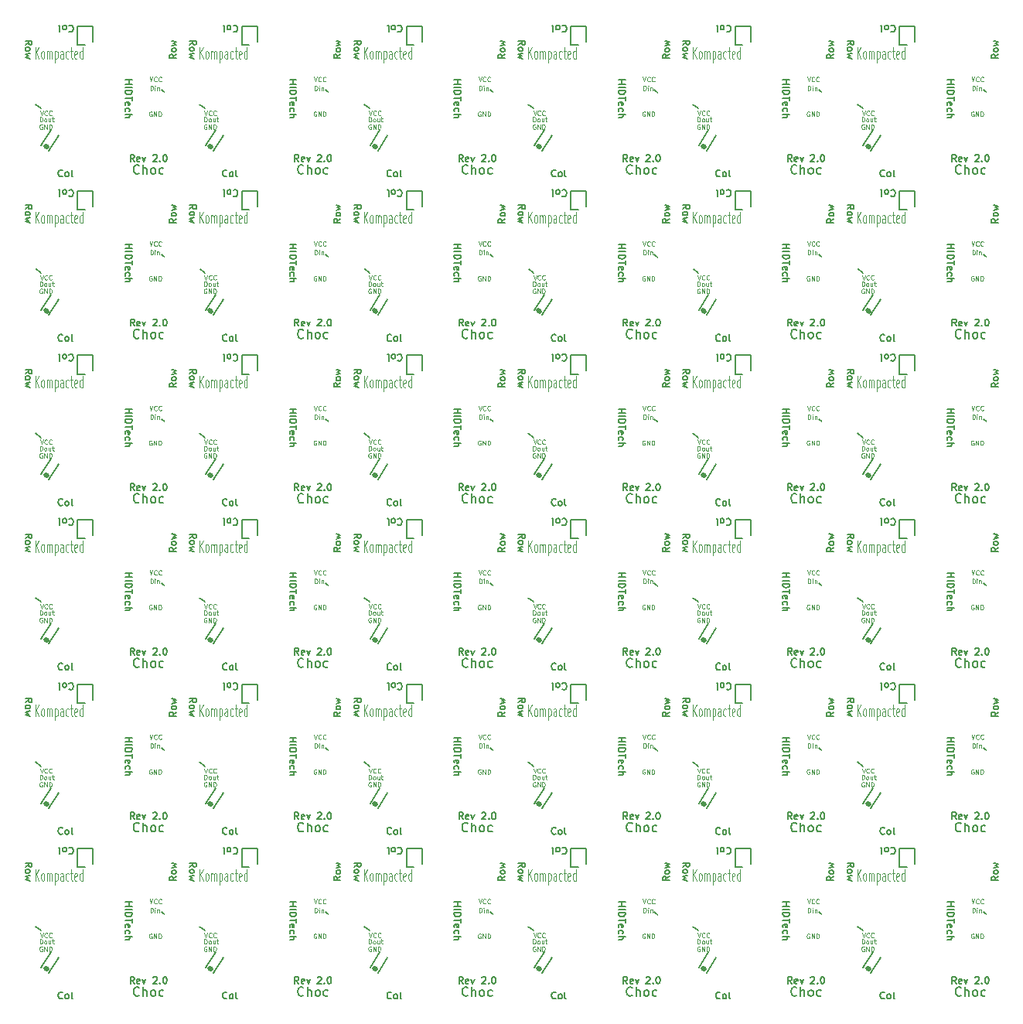
<source format=gto>
G04 #@! TF.GenerationSoftware,KiCad,Pcbnew,(5.1.5-0-10_14)*
G04 #@! TF.CreationDate,2020-05-05T10:05:08-04:00*
G04 #@! TF.ProjectId,plate,706c6174-652e-46b6-9963-61645f706362,1*
G04 #@! TF.SameCoordinates,Original*
G04 #@! TF.FileFunction,Legend,Top*
G04 #@! TF.FilePolarity,Positive*
%FSLAX46Y46*%
G04 Gerber Fmt 4.6, Leading zero omitted, Abs format (unit mm)*
G04 Created by KiCad (PCBNEW (5.1.5-0-10_14)) date 2020-05-05 10:05:08*
%MOMM*%
%LPD*%
G04 APERTURE LIST*
%ADD10C,0.150000*%
%ADD11C,0.125000*%
%ADD12C,0.187500*%
%ADD13C,0.500000*%
%ADD14C,1.600000*%
%ADD15R,1.600000X1.600000*%
%ADD16C,0.100000*%
%ADD17R,1.600000X2.600000*%
%ADD18C,3.000000*%
%ADD19C,3.429000*%
%ADD20R,2.600000X2.600000*%
%ADD21C,1.701800*%
%ADD22C,2.000000*%
%ADD23C,4.000000*%
%ADD24R,1.000000X1.500000*%
G04 APERTURE END LIST*
D10*
X90145000Y-119465000D02*
X90145000Y-117665000D01*
X90145000Y-117665000D02*
X91845000Y-117665000D01*
X90145000Y-119715000D02*
X90945000Y-119715000D01*
X90145000Y-119465000D02*
X90145000Y-119715000D01*
X108145000Y-119465000D02*
X108145000Y-117665000D01*
X108145000Y-117665000D02*
X109845000Y-117665000D01*
X108145000Y-119715000D02*
X108945000Y-119715000D01*
X108145000Y-119465000D02*
X108145000Y-119715000D01*
X109845000Y-117665000D02*
X109845000Y-119365000D01*
X90145000Y-137465000D02*
X90145000Y-135665000D01*
X90145000Y-135665000D02*
X91845000Y-135665000D01*
X90145000Y-137715000D02*
X90945000Y-137715000D01*
X90145000Y-137465000D02*
X90145000Y-137715000D01*
X108145000Y-137465000D02*
X108145000Y-135665000D01*
X108145000Y-135665000D02*
X109845000Y-135665000D01*
X108145000Y-137715000D02*
X108945000Y-137715000D01*
X108145000Y-137465000D02*
X108145000Y-137715000D01*
X109845000Y-135665000D02*
X109845000Y-137365000D01*
X91845000Y-135665000D02*
X91845000Y-137365000D01*
X162145000Y-137465000D02*
X162145000Y-135665000D01*
X180145000Y-135665000D02*
X181845000Y-135665000D01*
X180145000Y-137715000D02*
X180945000Y-137715000D01*
X180145000Y-137465000D02*
X180145000Y-137715000D01*
X181845000Y-135665000D02*
X181845000Y-137365000D01*
X162145000Y-135665000D02*
X163845000Y-135665000D01*
X162145000Y-137715000D02*
X162945000Y-137715000D01*
X162145000Y-137465000D02*
X162145000Y-137715000D01*
X180145000Y-137465000D02*
X180145000Y-135665000D01*
X163845000Y-135665000D02*
X163845000Y-137365000D01*
X126145000Y-135665000D02*
X127845000Y-135665000D01*
X126145000Y-137715000D02*
X126945000Y-137715000D01*
X126145000Y-137465000D02*
X126145000Y-137715000D01*
X144145000Y-137465000D02*
X144145000Y-135665000D01*
X144145000Y-135665000D02*
X145845000Y-135665000D01*
X144145000Y-137715000D02*
X144945000Y-137715000D01*
X144145000Y-137465000D02*
X144145000Y-137715000D01*
X145845000Y-135665000D02*
X145845000Y-137365000D01*
X127845000Y-135665000D02*
X127845000Y-137365000D01*
X126145000Y-137465000D02*
X126145000Y-135665000D01*
X91845000Y-117665000D02*
X91845000Y-119365000D01*
X162145000Y-119465000D02*
X162145000Y-117665000D01*
X180145000Y-117665000D02*
X181845000Y-117665000D01*
X180145000Y-119715000D02*
X180945000Y-119715000D01*
X180145000Y-119465000D02*
X180145000Y-119715000D01*
X181845000Y-117665000D02*
X181845000Y-119365000D01*
X162145000Y-117665000D02*
X163845000Y-117665000D01*
X162145000Y-119715000D02*
X162945000Y-119715000D01*
X162145000Y-119465000D02*
X162145000Y-119715000D01*
X180145000Y-119465000D02*
X180145000Y-117665000D01*
X163845000Y-117665000D02*
X163845000Y-119365000D01*
X126145000Y-117665000D02*
X127845000Y-117665000D01*
X126145000Y-119715000D02*
X126945000Y-119715000D01*
X126145000Y-119465000D02*
X126145000Y-119715000D01*
X144145000Y-119465000D02*
X144145000Y-117665000D01*
X144145000Y-117665000D02*
X145845000Y-117665000D01*
X144145000Y-119715000D02*
X144945000Y-119715000D01*
X144145000Y-119465000D02*
X144145000Y-119715000D01*
X126145000Y-119465000D02*
X126145000Y-117665000D01*
X145845000Y-117665000D02*
X145845000Y-119365000D01*
X127845000Y-117665000D02*
X127845000Y-119365000D01*
D11*
X170118809Y-124641190D02*
X170118809Y-124141190D01*
X170237857Y-124141190D01*
X170309285Y-124165000D01*
X170356904Y-124212619D01*
X170380714Y-124260238D01*
X170404523Y-124355476D01*
X170404523Y-124426904D01*
X170380714Y-124522142D01*
X170356904Y-124569761D01*
X170309285Y-124617380D01*
X170237857Y-124641190D01*
X170118809Y-124641190D01*
X170618809Y-124641190D02*
X170618809Y-124307857D01*
X170618809Y-124141190D02*
X170595000Y-124165000D01*
X170618809Y-124188809D01*
X170642619Y-124165000D01*
X170618809Y-124141190D01*
X170618809Y-124188809D01*
X170856904Y-124307857D02*
X170856904Y-124641190D01*
X170856904Y-124355476D02*
X170880714Y-124331666D01*
X170928333Y-124307857D01*
X170999761Y-124307857D01*
X171047380Y-124331666D01*
X171071190Y-124379285D01*
X171071190Y-124641190D01*
X157507957Y-121180476D02*
X157507957Y-119930476D01*
X157888871Y-121180476D02*
X157603185Y-120466190D01*
X157888871Y-119930476D02*
X157507957Y-120644761D01*
X158269785Y-121180476D02*
X158206300Y-121120952D01*
X158174557Y-121061428D01*
X158142814Y-120942380D01*
X158142814Y-120585238D01*
X158174557Y-120466190D01*
X158206300Y-120406666D01*
X158269785Y-120347142D01*
X158365014Y-120347142D01*
X158428500Y-120406666D01*
X158460242Y-120466190D01*
X158491985Y-120585238D01*
X158491985Y-120942380D01*
X158460242Y-121061428D01*
X158428500Y-121120952D01*
X158365014Y-121180476D01*
X158269785Y-121180476D01*
X158777671Y-121180476D02*
X158777671Y-120347142D01*
X158777671Y-120466190D02*
X158809414Y-120406666D01*
X158872900Y-120347142D01*
X158968128Y-120347142D01*
X159031614Y-120406666D01*
X159063357Y-120525714D01*
X159063357Y-121180476D01*
X159063357Y-120525714D02*
X159095100Y-120406666D01*
X159158585Y-120347142D01*
X159253814Y-120347142D01*
X159317300Y-120406666D01*
X159349042Y-120525714D01*
X159349042Y-121180476D01*
X159666471Y-120347142D02*
X159666471Y-121597142D01*
X159666471Y-120406666D02*
X159729957Y-120347142D01*
X159856928Y-120347142D01*
X159920414Y-120406666D01*
X159952157Y-120466190D01*
X159983900Y-120585238D01*
X159983900Y-120942380D01*
X159952157Y-121061428D01*
X159920414Y-121120952D01*
X159856928Y-121180476D01*
X159729957Y-121180476D01*
X159666471Y-121120952D01*
X160555271Y-121180476D02*
X160555271Y-120525714D01*
X160523528Y-120406666D01*
X160460042Y-120347142D01*
X160333071Y-120347142D01*
X160269585Y-120406666D01*
X160555271Y-121120952D02*
X160491785Y-121180476D01*
X160333071Y-121180476D01*
X160269585Y-121120952D01*
X160237842Y-121001904D01*
X160237842Y-120882857D01*
X160269585Y-120763809D01*
X160333071Y-120704285D01*
X160491785Y-120704285D01*
X160555271Y-120644761D01*
X161158385Y-121120952D02*
X161094900Y-121180476D01*
X160967928Y-121180476D01*
X160904442Y-121120952D01*
X160872700Y-121061428D01*
X160840957Y-120942380D01*
X160840957Y-120585238D01*
X160872700Y-120466190D01*
X160904442Y-120406666D01*
X160967928Y-120347142D01*
X161094900Y-120347142D01*
X161158385Y-120406666D01*
X161348842Y-120347142D02*
X161602785Y-120347142D01*
X161444071Y-119930476D02*
X161444071Y-121001904D01*
X161475814Y-121120952D01*
X161539300Y-121180476D01*
X161602785Y-121180476D01*
X162078928Y-121120952D02*
X162015442Y-121180476D01*
X161888471Y-121180476D01*
X161824985Y-121120952D01*
X161793242Y-121001904D01*
X161793242Y-120525714D01*
X161824985Y-120406666D01*
X161888471Y-120347142D01*
X162015442Y-120347142D01*
X162078928Y-120406666D01*
X162110671Y-120525714D01*
X162110671Y-120644761D01*
X161793242Y-120763809D01*
X162682042Y-121180476D02*
X162682042Y-119930476D01*
X162682042Y-121120952D02*
X162618557Y-121180476D01*
X162491585Y-121180476D01*
X162428100Y-121120952D01*
X162396357Y-121061428D01*
X162364614Y-120942380D01*
X162364614Y-120585238D01*
X162396357Y-120466190D01*
X162428100Y-120406666D01*
X162491585Y-120347142D01*
X162618557Y-120347142D01*
X162682042Y-120406666D01*
X158264047Y-128415000D02*
X158216428Y-128391190D01*
X158145000Y-128391190D01*
X158073571Y-128415000D01*
X158025952Y-128462619D01*
X158002142Y-128510238D01*
X157978333Y-128605476D01*
X157978333Y-128676904D01*
X158002142Y-128772142D01*
X158025952Y-128819761D01*
X158073571Y-128867380D01*
X158145000Y-128891190D01*
X158192619Y-128891190D01*
X158264047Y-128867380D01*
X158287857Y-128843571D01*
X158287857Y-128676904D01*
X158192619Y-128676904D01*
X158502142Y-128891190D02*
X158502142Y-128391190D01*
X158787857Y-128891190D01*
X158787857Y-128391190D01*
X159025952Y-128891190D02*
X159025952Y-128391190D01*
X159145000Y-128391190D01*
X159216428Y-128415000D01*
X159264047Y-128462619D01*
X159287857Y-128510238D01*
X159311666Y-128605476D01*
X159311666Y-128676904D01*
X159287857Y-128772142D01*
X159264047Y-128819761D01*
X159216428Y-128867380D01*
X159145000Y-128891190D01*
X159025952Y-128891190D01*
X188118809Y-124641190D02*
X188118809Y-124141190D01*
X188237857Y-124141190D01*
X188309285Y-124165000D01*
X188356904Y-124212619D01*
X188380714Y-124260238D01*
X188404523Y-124355476D01*
X188404523Y-124426904D01*
X188380714Y-124522142D01*
X188356904Y-124569761D01*
X188309285Y-124617380D01*
X188237857Y-124641190D01*
X188118809Y-124641190D01*
X188618809Y-124641190D02*
X188618809Y-124307857D01*
X188618809Y-124141190D02*
X188595000Y-124165000D01*
X188618809Y-124188809D01*
X188642619Y-124165000D01*
X188618809Y-124141190D01*
X188618809Y-124188809D01*
X188856904Y-124307857D02*
X188856904Y-124641190D01*
X188856904Y-124355476D02*
X188880714Y-124331666D01*
X188928333Y-124307857D01*
X188999761Y-124307857D01*
X189047380Y-124331666D01*
X189071190Y-124379285D01*
X189071190Y-124641190D01*
D10*
X99307260Y-124624845D02*
X99890913Y-125114588D01*
D12*
X190934285Y-120715000D02*
X190577142Y-120965000D01*
X190934285Y-121143571D02*
X190184285Y-121143571D01*
X190184285Y-120857857D01*
X190220000Y-120786428D01*
X190255714Y-120750714D01*
X190327142Y-120715000D01*
X190434285Y-120715000D01*
X190505714Y-120750714D01*
X190541428Y-120786428D01*
X190577142Y-120857857D01*
X190577142Y-121143571D01*
X190934285Y-120286428D02*
X190898571Y-120357857D01*
X190862857Y-120393571D01*
X190791428Y-120429285D01*
X190577142Y-120429285D01*
X190505714Y-120393571D01*
X190470000Y-120357857D01*
X190434285Y-120286428D01*
X190434285Y-120179285D01*
X190470000Y-120107857D01*
X190505714Y-120072142D01*
X190577142Y-120036428D01*
X190791428Y-120036428D01*
X190862857Y-120072142D01*
X190898571Y-120107857D01*
X190934285Y-120179285D01*
X190934285Y-120286428D01*
X190434285Y-119786428D02*
X190934285Y-119643571D01*
X190577142Y-119500714D01*
X190934285Y-119357857D01*
X190434285Y-119215000D01*
D10*
X96338828Y-132454285D02*
X96088828Y-132097142D01*
X95910257Y-132454285D02*
X95910257Y-131704285D01*
X96195971Y-131704285D01*
X96267400Y-131740000D01*
X96303114Y-131775714D01*
X96338828Y-131847142D01*
X96338828Y-131954285D01*
X96303114Y-132025714D01*
X96267400Y-132061428D01*
X96195971Y-132097142D01*
X95910257Y-132097142D01*
X96945971Y-132418571D02*
X96874542Y-132454285D01*
X96731685Y-132454285D01*
X96660257Y-132418571D01*
X96624542Y-132347142D01*
X96624542Y-132061428D01*
X96660257Y-131990000D01*
X96731685Y-131954285D01*
X96874542Y-131954285D01*
X96945971Y-131990000D01*
X96981685Y-132061428D01*
X96981685Y-132132857D01*
X96624542Y-132204285D01*
X97231685Y-131954285D02*
X97410257Y-132454285D01*
X97588828Y-131954285D01*
X98410257Y-131775714D02*
X98445971Y-131740000D01*
X98517400Y-131704285D01*
X98695971Y-131704285D01*
X98767400Y-131740000D01*
X98803114Y-131775714D01*
X98838828Y-131847142D01*
X98838828Y-131918571D01*
X98803114Y-132025714D01*
X98374542Y-132454285D01*
X98838828Y-132454285D01*
X99160257Y-132382857D02*
X99195971Y-132418571D01*
X99160257Y-132454285D01*
X99124542Y-132418571D01*
X99160257Y-132382857D01*
X99160257Y-132454285D01*
X99660257Y-131704285D02*
X99731685Y-131704285D01*
X99803114Y-131740000D01*
X99838828Y-131775714D01*
X99874542Y-131847142D01*
X99910257Y-131990000D01*
X99910257Y-132168571D01*
X99874542Y-132311428D01*
X99838828Y-132382857D01*
X99803114Y-132418571D01*
X99731685Y-132454285D01*
X99660257Y-132454285D01*
X99588828Y-132418571D01*
X99553114Y-132382857D01*
X99517400Y-132311428D01*
X99481685Y-132168571D01*
X99481685Y-131990000D01*
X99517400Y-131847142D01*
X99553114Y-131775714D01*
X99588828Y-131740000D01*
X99660257Y-131704285D01*
D11*
X98028333Y-123191190D02*
X98195000Y-123691190D01*
X98361666Y-123191190D01*
X98814047Y-123643571D02*
X98790238Y-123667380D01*
X98718809Y-123691190D01*
X98671190Y-123691190D01*
X98599761Y-123667380D01*
X98552142Y-123619761D01*
X98528333Y-123572142D01*
X98504523Y-123476904D01*
X98504523Y-123405476D01*
X98528333Y-123310238D01*
X98552142Y-123262619D01*
X98599761Y-123215000D01*
X98671190Y-123191190D01*
X98718809Y-123191190D01*
X98790238Y-123215000D01*
X98814047Y-123238809D01*
X99314047Y-123643571D02*
X99290238Y-123667380D01*
X99218809Y-123691190D01*
X99171190Y-123691190D01*
X99099761Y-123667380D01*
X99052142Y-123619761D01*
X99028333Y-123572142D01*
X99004523Y-123476904D01*
X99004523Y-123405476D01*
X99028333Y-123310238D01*
X99052142Y-123262619D01*
X99099761Y-123215000D01*
X99171190Y-123191190D01*
X99218809Y-123191190D01*
X99290238Y-123215000D01*
X99314047Y-123238809D01*
D10*
X85507260Y-126174845D02*
X86090913Y-126664588D01*
D11*
X86028333Y-126891190D02*
X86195000Y-127391190D01*
X86361666Y-126891190D01*
X86814047Y-127343571D02*
X86790238Y-127367380D01*
X86718809Y-127391190D01*
X86671190Y-127391190D01*
X86599761Y-127367380D01*
X86552142Y-127319761D01*
X86528333Y-127272142D01*
X86504523Y-127176904D01*
X86504523Y-127105476D01*
X86528333Y-127010238D01*
X86552142Y-126962619D01*
X86599761Y-126915000D01*
X86671190Y-126891190D01*
X86718809Y-126891190D01*
X86790238Y-126915000D01*
X86814047Y-126938809D01*
X87314047Y-127343571D02*
X87290238Y-127367380D01*
X87218809Y-127391190D01*
X87171190Y-127391190D01*
X87099761Y-127367380D01*
X87052142Y-127319761D01*
X87028333Y-127272142D01*
X87004523Y-127176904D01*
X87004523Y-127105476D01*
X87028333Y-127010238D01*
X87052142Y-126962619D01*
X87099761Y-126915000D01*
X87171190Y-126891190D01*
X87218809Y-126891190D01*
X87290238Y-126915000D01*
X87314047Y-126938809D01*
D10*
X96871190Y-133722142D02*
X96823571Y-133769761D01*
X96680714Y-133817380D01*
X96585476Y-133817380D01*
X96442619Y-133769761D01*
X96347380Y-133674523D01*
X96299761Y-133579285D01*
X96252142Y-133388809D01*
X96252142Y-133245952D01*
X96299761Y-133055476D01*
X96347380Y-132960238D01*
X96442619Y-132865000D01*
X96585476Y-132817380D01*
X96680714Y-132817380D01*
X96823571Y-132865000D01*
X96871190Y-132912619D01*
X97299761Y-133817380D02*
X97299761Y-132817380D01*
X97728333Y-133817380D02*
X97728333Y-133293571D01*
X97680714Y-133198333D01*
X97585476Y-133150714D01*
X97442619Y-133150714D01*
X97347380Y-133198333D01*
X97299761Y-133245952D01*
X98347380Y-133817380D02*
X98252142Y-133769761D01*
X98204523Y-133722142D01*
X98156904Y-133626904D01*
X98156904Y-133341190D01*
X98204523Y-133245952D01*
X98252142Y-133198333D01*
X98347380Y-133150714D01*
X98490238Y-133150714D01*
X98585476Y-133198333D01*
X98633095Y-133245952D01*
X98680714Y-133341190D01*
X98680714Y-133626904D01*
X98633095Y-133722142D01*
X98585476Y-133769761D01*
X98490238Y-133817380D01*
X98347380Y-133817380D01*
X99537857Y-133769761D02*
X99442619Y-133817380D01*
X99252142Y-133817380D01*
X99156904Y-133769761D01*
X99109285Y-133722142D01*
X99061666Y-133626904D01*
X99061666Y-133341190D01*
X99109285Y-133245952D01*
X99156904Y-133198333D01*
X99252142Y-133150714D01*
X99442619Y-133150714D01*
X99537857Y-133198333D01*
D11*
X86018809Y-128091190D02*
X86018809Y-127591190D01*
X86137857Y-127591190D01*
X86209285Y-127615000D01*
X86256904Y-127662619D01*
X86280714Y-127710238D01*
X86304523Y-127805476D01*
X86304523Y-127876904D01*
X86280714Y-127972142D01*
X86256904Y-128019761D01*
X86209285Y-128067380D01*
X86137857Y-128091190D01*
X86018809Y-128091190D01*
X86590238Y-128091190D02*
X86542619Y-128067380D01*
X86518809Y-128043571D01*
X86495000Y-127995952D01*
X86495000Y-127853095D01*
X86518809Y-127805476D01*
X86542619Y-127781666D01*
X86590238Y-127757857D01*
X86661666Y-127757857D01*
X86709285Y-127781666D01*
X86733095Y-127805476D01*
X86756904Y-127853095D01*
X86756904Y-127995952D01*
X86733095Y-128043571D01*
X86709285Y-128067380D01*
X86661666Y-128091190D01*
X86590238Y-128091190D01*
X87185476Y-127757857D02*
X87185476Y-128091190D01*
X86971190Y-127757857D02*
X86971190Y-128019761D01*
X86995000Y-128067380D01*
X87042619Y-128091190D01*
X87114047Y-128091190D01*
X87161666Y-128067380D01*
X87185476Y-128043571D01*
X87352142Y-127757857D02*
X87542619Y-127757857D01*
X87423571Y-127591190D02*
X87423571Y-128019761D01*
X87447380Y-128067380D01*
X87495000Y-128091190D01*
X87542619Y-128091190D01*
X134264047Y-127015000D02*
X134216428Y-126991190D01*
X134145000Y-126991190D01*
X134073571Y-127015000D01*
X134025952Y-127062619D01*
X134002142Y-127110238D01*
X133978333Y-127205476D01*
X133978333Y-127276904D01*
X134002142Y-127372142D01*
X134025952Y-127419761D01*
X134073571Y-127467380D01*
X134145000Y-127491190D01*
X134192619Y-127491190D01*
X134264047Y-127467380D01*
X134287857Y-127443571D01*
X134287857Y-127276904D01*
X134192619Y-127276904D01*
X134502142Y-127491190D02*
X134502142Y-126991190D01*
X134787857Y-127491190D01*
X134787857Y-126991190D01*
X135025952Y-127491190D02*
X135025952Y-126991190D01*
X135145000Y-126991190D01*
X135216428Y-127015000D01*
X135264047Y-127062619D01*
X135287857Y-127110238D01*
X135311666Y-127205476D01*
X135311666Y-127276904D01*
X135287857Y-127372142D01*
X135264047Y-127419761D01*
X135216428Y-127467380D01*
X135145000Y-127491190D01*
X135025952Y-127491190D01*
D12*
X125198571Y-117597142D02*
X125234285Y-117561428D01*
X125341428Y-117525714D01*
X125412857Y-117525714D01*
X125520000Y-117561428D01*
X125591428Y-117632857D01*
X125627142Y-117704285D01*
X125662857Y-117847142D01*
X125662857Y-117954285D01*
X125627142Y-118097142D01*
X125591428Y-118168571D01*
X125520000Y-118240000D01*
X125412857Y-118275714D01*
X125341428Y-118275714D01*
X125234285Y-118240000D01*
X125198571Y-118204285D01*
X124770000Y-117525714D02*
X124841428Y-117561428D01*
X124877142Y-117597142D01*
X124912857Y-117668571D01*
X124912857Y-117882857D01*
X124877142Y-117954285D01*
X124841428Y-117990000D01*
X124770000Y-118025714D01*
X124662857Y-118025714D01*
X124591428Y-117990000D01*
X124555714Y-117954285D01*
X124520000Y-117882857D01*
X124520000Y-117668571D01*
X124555714Y-117597142D01*
X124591428Y-117561428D01*
X124662857Y-117525714D01*
X124770000Y-117525714D01*
X124091428Y-117525714D02*
X124162857Y-117561428D01*
X124198571Y-117632857D01*
X124198571Y-118275714D01*
D11*
X152028333Y-123191190D02*
X152195000Y-123691190D01*
X152361666Y-123191190D01*
X152814047Y-123643571D02*
X152790238Y-123667380D01*
X152718809Y-123691190D01*
X152671190Y-123691190D01*
X152599761Y-123667380D01*
X152552142Y-123619761D01*
X152528333Y-123572142D01*
X152504523Y-123476904D01*
X152504523Y-123405476D01*
X152528333Y-123310238D01*
X152552142Y-123262619D01*
X152599761Y-123215000D01*
X152671190Y-123191190D01*
X152718809Y-123191190D01*
X152790238Y-123215000D01*
X152814047Y-123238809D01*
X153314047Y-123643571D02*
X153290238Y-123667380D01*
X153218809Y-123691190D01*
X153171190Y-123691190D01*
X153099761Y-123667380D01*
X153052142Y-123619761D01*
X153028333Y-123572142D01*
X153004523Y-123476904D01*
X153004523Y-123405476D01*
X153028333Y-123310238D01*
X153052142Y-123262619D01*
X153099761Y-123215000D01*
X153171190Y-123191190D01*
X153218809Y-123191190D01*
X153290238Y-123215000D01*
X153314047Y-123238809D01*
D10*
X139507260Y-126174845D02*
X140090913Y-126664588D01*
X149355714Y-123529285D02*
X150105714Y-123529285D01*
X149748571Y-123529285D02*
X149748571Y-123957857D01*
X149355714Y-123957857D02*
X150105714Y-123957857D01*
X149355714Y-124315000D02*
X150105714Y-124315000D01*
X149355714Y-124672142D02*
X150105714Y-124672142D01*
X150105714Y-124850714D01*
X150070000Y-124957857D01*
X149998571Y-125029285D01*
X149927142Y-125065000D01*
X149784285Y-125100714D01*
X149677142Y-125100714D01*
X149534285Y-125065000D01*
X149462857Y-125029285D01*
X149391428Y-124957857D01*
X149355714Y-124850714D01*
X149355714Y-124672142D01*
X150105714Y-125315000D02*
X150105714Y-125743571D01*
X149355714Y-125529285D02*
X150105714Y-125529285D01*
X149391428Y-126279285D02*
X149355714Y-126207857D01*
X149355714Y-126065000D01*
X149391428Y-125993571D01*
X149462857Y-125957857D01*
X149748571Y-125957857D01*
X149820000Y-125993571D01*
X149855714Y-126065000D01*
X149855714Y-126207857D01*
X149820000Y-126279285D01*
X149748571Y-126315000D01*
X149677142Y-126315000D01*
X149605714Y-125957857D01*
X149391428Y-126957857D02*
X149355714Y-126886428D01*
X149355714Y-126743571D01*
X149391428Y-126672142D01*
X149427142Y-126636428D01*
X149498571Y-126600714D01*
X149712857Y-126600714D01*
X149784285Y-126636428D01*
X149820000Y-126672142D01*
X149855714Y-126743571D01*
X149855714Y-126886428D01*
X149820000Y-126957857D01*
X149355714Y-127279285D02*
X150105714Y-127279285D01*
X149355714Y-127600714D02*
X149748571Y-127600714D01*
X149820000Y-127565000D01*
X149855714Y-127493571D01*
X149855714Y-127386428D01*
X149820000Y-127315000D01*
X149784285Y-127279285D01*
D12*
X124491428Y-134032857D02*
X124455714Y-134068571D01*
X124348571Y-134104285D01*
X124277142Y-134104285D01*
X124170000Y-134068571D01*
X124098571Y-133997142D01*
X124062857Y-133925714D01*
X124027142Y-133782857D01*
X124027142Y-133675714D01*
X124062857Y-133532857D01*
X124098571Y-133461428D01*
X124170000Y-133390000D01*
X124277142Y-133354285D01*
X124348571Y-133354285D01*
X124455714Y-133390000D01*
X124491428Y-133425714D01*
X124920000Y-134104285D02*
X124848571Y-134068571D01*
X124812857Y-134032857D01*
X124777142Y-133961428D01*
X124777142Y-133747142D01*
X124812857Y-133675714D01*
X124848571Y-133640000D01*
X124920000Y-133604285D01*
X125027142Y-133604285D01*
X125098571Y-133640000D01*
X125134285Y-133675714D01*
X125170000Y-133747142D01*
X125170000Y-133961428D01*
X125134285Y-134032857D01*
X125098571Y-134068571D01*
X125027142Y-134104285D01*
X124920000Y-134104285D01*
X125598571Y-134104285D02*
X125527142Y-134068571D01*
X125491428Y-133997142D01*
X125491428Y-133354285D01*
X120405714Y-119665000D02*
X120762857Y-119415000D01*
X120405714Y-119236428D02*
X121155714Y-119236428D01*
X121155714Y-119522142D01*
X121120000Y-119593571D01*
X121084285Y-119629285D01*
X121012857Y-119665000D01*
X120905714Y-119665000D01*
X120834285Y-119629285D01*
X120798571Y-119593571D01*
X120762857Y-119522142D01*
X120762857Y-119236428D01*
X120405714Y-120093571D02*
X120441428Y-120022142D01*
X120477142Y-119986428D01*
X120548571Y-119950714D01*
X120762857Y-119950714D01*
X120834285Y-119986428D01*
X120870000Y-120022142D01*
X120905714Y-120093571D01*
X120905714Y-120200714D01*
X120870000Y-120272142D01*
X120834285Y-120307857D01*
X120762857Y-120343571D01*
X120548571Y-120343571D01*
X120477142Y-120307857D01*
X120441428Y-120272142D01*
X120405714Y-120200714D01*
X120405714Y-120093571D01*
X120905714Y-120593571D02*
X120405714Y-120736428D01*
X120762857Y-120879285D01*
X120405714Y-121022142D01*
X120905714Y-121165000D01*
D10*
X131355714Y-123529285D02*
X132105714Y-123529285D01*
X131748571Y-123529285D02*
X131748571Y-123957857D01*
X131355714Y-123957857D02*
X132105714Y-123957857D01*
X131355714Y-124315000D02*
X132105714Y-124315000D01*
X131355714Y-124672142D02*
X132105714Y-124672142D01*
X132105714Y-124850714D01*
X132070000Y-124957857D01*
X131998571Y-125029285D01*
X131927142Y-125065000D01*
X131784285Y-125100714D01*
X131677142Y-125100714D01*
X131534285Y-125065000D01*
X131462857Y-125029285D01*
X131391428Y-124957857D01*
X131355714Y-124850714D01*
X131355714Y-124672142D01*
X132105714Y-125315000D02*
X132105714Y-125743571D01*
X131355714Y-125529285D02*
X132105714Y-125529285D01*
X131391428Y-126279285D02*
X131355714Y-126207857D01*
X131355714Y-126065000D01*
X131391428Y-125993571D01*
X131462857Y-125957857D01*
X131748571Y-125957857D01*
X131820000Y-125993571D01*
X131855714Y-126065000D01*
X131855714Y-126207857D01*
X131820000Y-126279285D01*
X131748571Y-126315000D01*
X131677142Y-126315000D01*
X131605714Y-125957857D01*
X131391428Y-126957857D02*
X131355714Y-126886428D01*
X131355714Y-126743571D01*
X131391428Y-126672142D01*
X131427142Y-126636428D01*
X131498571Y-126600714D01*
X131712857Y-126600714D01*
X131784285Y-126636428D01*
X131820000Y-126672142D01*
X131855714Y-126743571D01*
X131855714Y-126886428D01*
X131820000Y-126957857D01*
X131355714Y-127279285D02*
X132105714Y-127279285D01*
X131355714Y-127600714D02*
X131748571Y-127600714D01*
X131820000Y-127565000D01*
X131855714Y-127493571D01*
X131855714Y-127386428D01*
X131820000Y-127315000D01*
X131784285Y-127279285D01*
D12*
X136934285Y-120715000D02*
X136577142Y-120965000D01*
X136934285Y-121143571D02*
X136184285Y-121143571D01*
X136184285Y-120857857D01*
X136220000Y-120786428D01*
X136255714Y-120750714D01*
X136327142Y-120715000D01*
X136434285Y-120715000D01*
X136505714Y-120750714D01*
X136541428Y-120786428D01*
X136577142Y-120857857D01*
X136577142Y-121143571D01*
X136934285Y-120286428D02*
X136898571Y-120357857D01*
X136862857Y-120393571D01*
X136791428Y-120429285D01*
X136577142Y-120429285D01*
X136505714Y-120393571D01*
X136470000Y-120357857D01*
X136434285Y-120286428D01*
X136434285Y-120179285D01*
X136470000Y-120107857D01*
X136505714Y-120072142D01*
X136577142Y-120036428D01*
X136791428Y-120036428D01*
X136862857Y-120072142D01*
X136898571Y-120107857D01*
X136934285Y-120179285D01*
X136934285Y-120286428D01*
X136434285Y-119786428D02*
X136934285Y-119643571D01*
X136577142Y-119500714D01*
X136934285Y-119357857D01*
X136434285Y-119215000D01*
D11*
X86264047Y-128415000D02*
X86216428Y-128391190D01*
X86145000Y-128391190D01*
X86073571Y-128415000D01*
X86025952Y-128462619D01*
X86002142Y-128510238D01*
X85978333Y-128605476D01*
X85978333Y-128676904D01*
X86002142Y-128772142D01*
X86025952Y-128819761D01*
X86073571Y-128867380D01*
X86145000Y-128891190D01*
X86192619Y-128891190D01*
X86264047Y-128867380D01*
X86287857Y-128843571D01*
X86287857Y-128676904D01*
X86192619Y-128676904D01*
X86502142Y-128891190D02*
X86502142Y-128391190D01*
X86787857Y-128891190D01*
X86787857Y-128391190D01*
X87025952Y-128891190D02*
X87025952Y-128391190D01*
X87145000Y-128391190D01*
X87216428Y-128415000D01*
X87264047Y-128462619D01*
X87287857Y-128510238D01*
X87311666Y-128605476D01*
X87311666Y-128676904D01*
X87287857Y-128772142D01*
X87264047Y-128819761D01*
X87216428Y-128867380D01*
X87145000Y-128891190D01*
X87025952Y-128891190D01*
D10*
X153307260Y-124624845D02*
X153890913Y-125114588D01*
D11*
X139507957Y-121180476D02*
X139507957Y-119930476D01*
X139888871Y-121180476D02*
X139603185Y-120466190D01*
X139888871Y-119930476D02*
X139507957Y-120644761D01*
X140269785Y-121180476D02*
X140206300Y-121120952D01*
X140174557Y-121061428D01*
X140142814Y-120942380D01*
X140142814Y-120585238D01*
X140174557Y-120466190D01*
X140206300Y-120406666D01*
X140269785Y-120347142D01*
X140365014Y-120347142D01*
X140428500Y-120406666D01*
X140460242Y-120466190D01*
X140491985Y-120585238D01*
X140491985Y-120942380D01*
X140460242Y-121061428D01*
X140428500Y-121120952D01*
X140365014Y-121180476D01*
X140269785Y-121180476D01*
X140777671Y-121180476D02*
X140777671Y-120347142D01*
X140777671Y-120466190D02*
X140809414Y-120406666D01*
X140872900Y-120347142D01*
X140968128Y-120347142D01*
X141031614Y-120406666D01*
X141063357Y-120525714D01*
X141063357Y-121180476D01*
X141063357Y-120525714D02*
X141095100Y-120406666D01*
X141158585Y-120347142D01*
X141253814Y-120347142D01*
X141317300Y-120406666D01*
X141349042Y-120525714D01*
X141349042Y-121180476D01*
X141666471Y-120347142D02*
X141666471Y-121597142D01*
X141666471Y-120406666D02*
X141729957Y-120347142D01*
X141856928Y-120347142D01*
X141920414Y-120406666D01*
X141952157Y-120466190D01*
X141983900Y-120585238D01*
X141983900Y-120942380D01*
X141952157Y-121061428D01*
X141920414Y-121120952D01*
X141856928Y-121180476D01*
X141729957Y-121180476D01*
X141666471Y-121120952D01*
X142555271Y-121180476D02*
X142555271Y-120525714D01*
X142523528Y-120406666D01*
X142460042Y-120347142D01*
X142333071Y-120347142D01*
X142269585Y-120406666D01*
X142555271Y-121120952D02*
X142491785Y-121180476D01*
X142333071Y-121180476D01*
X142269585Y-121120952D01*
X142237842Y-121001904D01*
X142237842Y-120882857D01*
X142269585Y-120763809D01*
X142333071Y-120704285D01*
X142491785Y-120704285D01*
X142555271Y-120644761D01*
X143158385Y-121120952D02*
X143094900Y-121180476D01*
X142967928Y-121180476D01*
X142904442Y-121120952D01*
X142872700Y-121061428D01*
X142840957Y-120942380D01*
X142840957Y-120585238D01*
X142872700Y-120466190D01*
X142904442Y-120406666D01*
X142967928Y-120347142D01*
X143094900Y-120347142D01*
X143158385Y-120406666D01*
X143348842Y-120347142D02*
X143602785Y-120347142D01*
X143444071Y-119930476D02*
X143444071Y-121001904D01*
X143475814Y-121120952D01*
X143539300Y-121180476D01*
X143602785Y-121180476D01*
X144078928Y-121120952D02*
X144015442Y-121180476D01*
X143888471Y-121180476D01*
X143824985Y-121120952D01*
X143793242Y-121001904D01*
X143793242Y-120525714D01*
X143824985Y-120406666D01*
X143888471Y-120347142D01*
X144015442Y-120347142D01*
X144078928Y-120406666D01*
X144110671Y-120525714D01*
X144110671Y-120644761D01*
X143793242Y-120763809D01*
X144682042Y-121180476D02*
X144682042Y-119930476D01*
X144682042Y-121120952D02*
X144618557Y-121180476D01*
X144491585Y-121180476D01*
X144428100Y-121120952D01*
X144396357Y-121061428D01*
X144364614Y-120942380D01*
X144364614Y-120585238D01*
X144396357Y-120466190D01*
X144428100Y-120406666D01*
X144491585Y-120347142D01*
X144618557Y-120347142D01*
X144682042Y-120406666D01*
D12*
X142491428Y-134032857D02*
X142455714Y-134068571D01*
X142348571Y-134104285D01*
X142277142Y-134104285D01*
X142170000Y-134068571D01*
X142098571Y-133997142D01*
X142062857Y-133925714D01*
X142027142Y-133782857D01*
X142027142Y-133675714D01*
X142062857Y-133532857D01*
X142098571Y-133461428D01*
X142170000Y-133390000D01*
X142277142Y-133354285D01*
X142348571Y-133354285D01*
X142455714Y-133390000D01*
X142491428Y-133425714D01*
X142920000Y-134104285D02*
X142848571Y-134068571D01*
X142812857Y-134032857D01*
X142777142Y-133961428D01*
X142777142Y-133747142D01*
X142812857Y-133675714D01*
X142848571Y-133640000D01*
X142920000Y-133604285D01*
X143027142Y-133604285D01*
X143098571Y-133640000D01*
X143134285Y-133675714D01*
X143170000Y-133747142D01*
X143170000Y-133961428D01*
X143134285Y-134032857D01*
X143098571Y-134068571D01*
X143027142Y-134104285D01*
X142920000Y-134104285D01*
X143598571Y-134104285D02*
X143527142Y-134068571D01*
X143491428Y-133997142D01*
X143491428Y-133354285D01*
D11*
X140028333Y-126891190D02*
X140195000Y-127391190D01*
X140361666Y-126891190D01*
X140814047Y-127343571D02*
X140790238Y-127367380D01*
X140718809Y-127391190D01*
X140671190Y-127391190D01*
X140599761Y-127367380D01*
X140552142Y-127319761D01*
X140528333Y-127272142D01*
X140504523Y-127176904D01*
X140504523Y-127105476D01*
X140528333Y-127010238D01*
X140552142Y-126962619D01*
X140599761Y-126915000D01*
X140671190Y-126891190D01*
X140718809Y-126891190D01*
X140790238Y-126915000D01*
X140814047Y-126938809D01*
X141314047Y-127343571D02*
X141290238Y-127367380D01*
X141218809Y-127391190D01*
X141171190Y-127391190D01*
X141099761Y-127367380D01*
X141052142Y-127319761D01*
X141028333Y-127272142D01*
X141004523Y-127176904D01*
X141004523Y-127105476D01*
X141028333Y-127010238D01*
X141052142Y-126962619D01*
X141099761Y-126915000D01*
X141171190Y-126891190D01*
X141218809Y-126891190D01*
X141290238Y-126915000D01*
X141314047Y-126938809D01*
D12*
X143198571Y-117597142D02*
X143234285Y-117561428D01*
X143341428Y-117525714D01*
X143412857Y-117525714D01*
X143520000Y-117561428D01*
X143591428Y-117632857D01*
X143627142Y-117704285D01*
X143662857Y-117847142D01*
X143662857Y-117954285D01*
X143627142Y-118097142D01*
X143591428Y-118168571D01*
X143520000Y-118240000D01*
X143412857Y-118275714D01*
X143341428Y-118275714D01*
X143234285Y-118240000D01*
X143198571Y-118204285D01*
X142770000Y-117525714D02*
X142841428Y-117561428D01*
X142877142Y-117597142D01*
X142912857Y-117668571D01*
X142912857Y-117882857D01*
X142877142Y-117954285D01*
X142841428Y-117990000D01*
X142770000Y-118025714D01*
X142662857Y-118025714D01*
X142591428Y-117990000D01*
X142555714Y-117954285D01*
X142520000Y-117882857D01*
X142520000Y-117668571D01*
X142555714Y-117597142D01*
X142591428Y-117561428D01*
X142662857Y-117525714D01*
X142770000Y-117525714D01*
X142091428Y-117525714D02*
X142162857Y-117561428D01*
X142198571Y-117632857D01*
X142198571Y-118275714D01*
X138405714Y-119665000D02*
X138762857Y-119415000D01*
X138405714Y-119236428D02*
X139155714Y-119236428D01*
X139155714Y-119522142D01*
X139120000Y-119593571D01*
X139084285Y-119629285D01*
X139012857Y-119665000D01*
X138905714Y-119665000D01*
X138834285Y-119629285D01*
X138798571Y-119593571D01*
X138762857Y-119522142D01*
X138762857Y-119236428D01*
X138405714Y-120093571D02*
X138441428Y-120022142D01*
X138477142Y-119986428D01*
X138548571Y-119950714D01*
X138762857Y-119950714D01*
X138834285Y-119986428D01*
X138870000Y-120022142D01*
X138905714Y-120093571D01*
X138905714Y-120200714D01*
X138870000Y-120272142D01*
X138834285Y-120307857D01*
X138762857Y-120343571D01*
X138548571Y-120343571D01*
X138477142Y-120307857D01*
X138441428Y-120272142D01*
X138405714Y-120200714D01*
X138405714Y-120093571D01*
X138905714Y-120593571D02*
X138405714Y-120736428D01*
X138762857Y-120879285D01*
X138405714Y-121022142D01*
X138905714Y-121165000D01*
D11*
X98118809Y-124641190D02*
X98118809Y-124141190D01*
X98237857Y-124141190D01*
X98309285Y-124165000D01*
X98356904Y-124212619D01*
X98380714Y-124260238D01*
X98404523Y-124355476D01*
X98404523Y-124426904D01*
X98380714Y-124522142D01*
X98356904Y-124569761D01*
X98309285Y-124617380D01*
X98237857Y-124641190D01*
X98118809Y-124641190D01*
X98618809Y-124641190D02*
X98618809Y-124307857D01*
X98618809Y-124141190D02*
X98595000Y-124165000D01*
X98618809Y-124188809D01*
X98642619Y-124165000D01*
X98618809Y-124141190D01*
X98618809Y-124188809D01*
X98856904Y-124307857D02*
X98856904Y-124641190D01*
X98856904Y-124355476D02*
X98880714Y-124331666D01*
X98928333Y-124307857D01*
X98999761Y-124307857D01*
X99047380Y-124331666D01*
X99071190Y-124379285D01*
X99071190Y-124641190D01*
X85507957Y-121180476D02*
X85507957Y-119930476D01*
X85888871Y-121180476D02*
X85603185Y-120466190D01*
X85888871Y-119930476D02*
X85507957Y-120644761D01*
X86269785Y-121180476D02*
X86206300Y-121120952D01*
X86174557Y-121061428D01*
X86142814Y-120942380D01*
X86142814Y-120585238D01*
X86174557Y-120466190D01*
X86206300Y-120406666D01*
X86269785Y-120347142D01*
X86365014Y-120347142D01*
X86428500Y-120406666D01*
X86460242Y-120466190D01*
X86491985Y-120585238D01*
X86491985Y-120942380D01*
X86460242Y-121061428D01*
X86428500Y-121120952D01*
X86365014Y-121180476D01*
X86269785Y-121180476D01*
X86777671Y-121180476D02*
X86777671Y-120347142D01*
X86777671Y-120466190D02*
X86809414Y-120406666D01*
X86872900Y-120347142D01*
X86968128Y-120347142D01*
X87031614Y-120406666D01*
X87063357Y-120525714D01*
X87063357Y-121180476D01*
X87063357Y-120525714D02*
X87095100Y-120406666D01*
X87158585Y-120347142D01*
X87253814Y-120347142D01*
X87317300Y-120406666D01*
X87349042Y-120525714D01*
X87349042Y-121180476D01*
X87666471Y-120347142D02*
X87666471Y-121597142D01*
X87666471Y-120406666D02*
X87729957Y-120347142D01*
X87856928Y-120347142D01*
X87920414Y-120406666D01*
X87952157Y-120466190D01*
X87983900Y-120585238D01*
X87983900Y-120942380D01*
X87952157Y-121061428D01*
X87920414Y-121120952D01*
X87856928Y-121180476D01*
X87729957Y-121180476D01*
X87666471Y-121120952D01*
X88555271Y-121180476D02*
X88555271Y-120525714D01*
X88523528Y-120406666D01*
X88460042Y-120347142D01*
X88333071Y-120347142D01*
X88269585Y-120406666D01*
X88555271Y-121120952D02*
X88491785Y-121180476D01*
X88333071Y-121180476D01*
X88269585Y-121120952D01*
X88237842Y-121001904D01*
X88237842Y-120882857D01*
X88269585Y-120763809D01*
X88333071Y-120704285D01*
X88491785Y-120704285D01*
X88555271Y-120644761D01*
X89158385Y-121120952D02*
X89094900Y-121180476D01*
X88967928Y-121180476D01*
X88904442Y-121120952D01*
X88872700Y-121061428D01*
X88840957Y-120942380D01*
X88840957Y-120585238D01*
X88872700Y-120466190D01*
X88904442Y-120406666D01*
X88967928Y-120347142D01*
X89094900Y-120347142D01*
X89158385Y-120406666D01*
X89348842Y-120347142D02*
X89602785Y-120347142D01*
X89444071Y-119930476D02*
X89444071Y-121001904D01*
X89475814Y-121120952D01*
X89539300Y-121180476D01*
X89602785Y-121180476D01*
X90078928Y-121120952D02*
X90015442Y-121180476D01*
X89888471Y-121180476D01*
X89824985Y-121120952D01*
X89793242Y-121001904D01*
X89793242Y-120525714D01*
X89824985Y-120406666D01*
X89888471Y-120347142D01*
X90015442Y-120347142D01*
X90078928Y-120406666D01*
X90110671Y-120525714D01*
X90110671Y-120644761D01*
X89793242Y-120763809D01*
X90682042Y-121180476D02*
X90682042Y-119930476D01*
X90682042Y-121120952D02*
X90618557Y-121180476D01*
X90491585Y-121180476D01*
X90428100Y-121120952D01*
X90396357Y-121061428D01*
X90364614Y-120942380D01*
X90364614Y-120585238D01*
X90396357Y-120466190D01*
X90428100Y-120406666D01*
X90491585Y-120347142D01*
X90618557Y-120347142D01*
X90682042Y-120406666D01*
D10*
X150338828Y-132454285D02*
X150088828Y-132097142D01*
X149910257Y-132454285D02*
X149910257Y-131704285D01*
X150195971Y-131704285D01*
X150267400Y-131740000D01*
X150303114Y-131775714D01*
X150338828Y-131847142D01*
X150338828Y-131954285D01*
X150303114Y-132025714D01*
X150267400Y-132061428D01*
X150195971Y-132097142D01*
X149910257Y-132097142D01*
X150945971Y-132418571D02*
X150874542Y-132454285D01*
X150731685Y-132454285D01*
X150660257Y-132418571D01*
X150624542Y-132347142D01*
X150624542Y-132061428D01*
X150660257Y-131990000D01*
X150731685Y-131954285D01*
X150874542Y-131954285D01*
X150945971Y-131990000D01*
X150981685Y-132061428D01*
X150981685Y-132132857D01*
X150624542Y-132204285D01*
X151231685Y-131954285D02*
X151410257Y-132454285D01*
X151588828Y-131954285D01*
X152410257Y-131775714D02*
X152445971Y-131740000D01*
X152517400Y-131704285D01*
X152695971Y-131704285D01*
X152767400Y-131740000D01*
X152803114Y-131775714D01*
X152838828Y-131847142D01*
X152838828Y-131918571D01*
X152803114Y-132025714D01*
X152374542Y-132454285D01*
X152838828Y-132454285D01*
X153160257Y-132382857D02*
X153195971Y-132418571D01*
X153160257Y-132454285D01*
X153124542Y-132418571D01*
X153160257Y-132382857D01*
X153160257Y-132454285D01*
X153660257Y-131704285D02*
X153731685Y-131704285D01*
X153803114Y-131740000D01*
X153838828Y-131775714D01*
X153874542Y-131847142D01*
X153910257Y-131990000D01*
X153910257Y-132168571D01*
X153874542Y-132311428D01*
X153838828Y-132382857D01*
X153803114Y-132418571D01*
X153731685Y-132454285D01*
X153660257Y-132454285D01*
X153588828Y-132418571D01*
X153553114Y-132382857D01*
X153517400Y-132311428D01*
X153481685Y-132168571D01*
X153481685Y-131990000D01*
X153517400Y-131847142D01*
X153553114Y-131775714D01*
X153588828Y-131740000D01*
X153660257Y-131704285D01*
X150871190Y-133722142D02*
X150823571Y-133769761D01*
X150680714Y-133817380D01*
X150585476Y-133817380D01*
X150442619Y-133769761D01*
X150347380Y-133674523D01*
X150299761Y-133579285D01*
X150252142Y-133388809D01*
X150252142Y-133245952D01*
X150299761Y-133055476D01*
X150347380Y-132960238D01*
X150442619Y-132865000D01*
X150585476Y-132817380D01*
X150680714Y-132817380D01*
X150823571Y-132865000D01*
X150871190Y-132912619D01*
X151299761Y-133817380D02*
X151299761Y-132817380D01*
X151728333Y-133817380D02*
X151728333Y-133293571D01*
X151680714Y-133198333D01*
X151585476Y-133150714D01*
X151442619Y-133150714D01*
X151347380Y-133198333D01*
X151299761Y-133245952D01*
X152347380Y-133817380D02*
X152252142Y-133769761D01*
X152204523Y-133722142D01*
X152156904Y-133626904D01*
X152156904Y-133341190D01*
X152204523Y-133245952D01*
X152252142Y-133198333D01*
X152347380Y-133150714D01*
X152490238Y-133150714D01*
X152585476Y-133198333D01*
X152633095Y-133245952D01*
X152680714Y-133341190D01*
X152680714Y-133626904D01*
X152633095Y-133722142D01*
X152585476Y-133769761D01*
X152490238Y-133817380D01*
X152347380Y-133817380D01*
X153537857Y-133769761D02*
X153442619Y-133817380D01*
X153252142Y-133817380D01*
X153156904Y-133769761D01*
X153109285Y-133722142D01*
X153061666Y-133626904D01*
X153061666Y-133341190D01*
X153109285Y-133245952D01*
X153156904Y-133198333D01*
X153252142Y-133150714D01*
X153442619Y-133150714D01*
X153537857Y-133198333D01*
D11*
X140018809Y-128091190D02*
X140018809Y-127591190D01*
X140137857Y-127591190D01*
X140209285Y-127615000D01*
X140256904Y-127662619D01*
X140280714Y-127710238D01*
X140304523Y-127805476D01*
X140304523Y-127876904D01*
X140280714Y-127972142D01*
X140256904Y-128019761D01*
X140209285Y-128067380D01*
X140137857Y-128091190D01*
X140018809Y-128091190D01*
X140590238Y-128091190D02*
X140542619Y-128067380D01*
X140518809Y-128043571D01*
X140495000Y-127995952D01*
X140495000Y-127853095D01*
X140518809Y-127805476D01*
X140542619Y-127781666D01*
X140590238Y-127757857D01*
X140661666Y-127757857D01*
X140709285Y-127781666D01*
X140733095Y-127805476D01*
X140756904Y-127853095D01*
X140756904Y-127995952D01*
X140733095Y-128043571D01*
X140709285Y-128067380D01*
X140661666Y-128091190D01*
X140590238Y-128091190D01*
X141185476Y-127757857D02*
X141185476Y-128091190D01*
X140971190Y-127757857D02*
X140971190Y-128019761D01*
X140995000Y-128067380D01*
X141042619Y-128091190D01*
X141114047Y-128091190D01*
X141161666Y-128067380D01*
X141185476Y-128043571D01*
X141352142Y-127757857D02*
X141542619Y-127757857D01*
X141423571Y-127591190D02*
X141423571Y-128019761D01*
X141447380Y-128067380D01*
X141495000Y-128091190D01*
X141542619Y-128091190D01*
D12*
X118934285Y-120715000D02*
X118577142Y-120965000D01*
X118934285Y-121143571D02*
X118184285Y-121143571D01*
X118184285Y-120857857D01*
X118220000Y-120786428D01*
X118255714Y-120750714D01*
X118327142Y-120715000D01*
X118434285Y-120715000D01*
X118505714Y-120750714D01*
X118541428Y-120786428D01*
X118577142Y-120857857D01*
X118577142Y-121143571D01*
X118934285Y-120286428D02*
X118898571Y-120357857D01*
X118862857Y-120393571D01*
X118791428Y-120429285D01*
X118577142Y-120429285D01*
X118505714Y-120393571D01*
X118470000Y-120357857D01*
X118434285Y-120286428D01*
X118434285Y-120179285D01*
X118470000Y-120107857D01*
X118505714Y-120072142D01*
X118577142Y-120036428D01*
X118791428Y-120036428D01*
X118862857Y-120072142D01*
X118898571Y-120107857D01*
X118934285Y-120179285D01*
X118934285Y-120286428D01*
X118434285Y-119786428D02*
X118934285Y-119643571D01*
X118577142Y-119500714D01*
X118934285Y-119357857D01*
X118434285Y-119215000D01*
D11*
X116118809Y-124641190D02*
X116118809Y-124141190D01*
X116237857Y-124141190D01*
X116309285Y-124165000D01*
X116356904Y-124212619D01*
X116380714Y-124260238D01*
X116404523Y-124355476D01*
X116404523Y-124426904D01*
X116380714Y-124522142D01*
X116356904Y-124569761D01*
X116309285Y-124617380D01*
X116237857Y-124641190D01*
X116118809Y-124641190D01*
X116618809Y-124641190D02*
X116618809Y-124307857D01*
X116618809Y-124141190D02*
X116595000Y-124165000D01*
X116618809Y-124188809D01*
X116642619Y-124165000D01*
X116618809Y-124141190D01*
X116618809Y-124188809D01*
X116856904Y-124307857D02*
X116856904Y-124641190D01*
X116856904Y-124355476D02*
X116880714Y-124331666D01*
X116928333Y-124307857D01*
X116999761Y-124307857D01*
X117047380Y-124331666D01*
X117071190Y-124379285D01*
X117071190Y-124641190D01*
X104264047Y-128415000D02*
X104216428Y-128391190D01*
X104145000Y-128391190D01*
X104073571Y-128415000D01*
X104025952Y-128462619D01*
X104002142Y-128510238D01*
X103978333Y-128605476D01*
X103978333Y-128676904D01*
X104002142Y-128772142D01*
X104025952Y-128819761D01*
X104073571Y-128867380D01*
X104145000Y-128891190D01*
X104192619Y-128891190D01*
X104264047Y-128867380D01*
X104287857Y-128843571D01*
X104287857Y-128676904D01*
X104192619Y-128676904D01*
X104502142Y-128891190D02*
X104502142Y-128391190D01*
X104787857Y-128891190D01*
X104787857Y-128391190D01*
X105025952Y-128891190D02*
X105025952Y-128391190D01*
X105145000Y-128391190D01*
X105216428Y-128415000D01*
X105264047Y-128462619D01*
X105287857Y-128510238D01*
X105311666Y-128605476D01*
X105311666Y-128676904D01*
X105287857Y-128772142D01*
X105264047Y-128819761D01*
X105216428Y-128867380D01*
X105145000Y-128891190D01*
X105025952Y-128891190D01*
X116264047Y-127015000D02*
X116216428Y-126991190D01*
X116145000Y-126991190D01*
X116073571Y-127015000D01*
X116025952Y-127062619D01*
X116002142Y-127110238D01*
X115978333Y-127205476D01*
X115978333Y-127276904D01*
X116002142Y-127372142D01*
X116025952Y-127419761D01*
X116073571Y-127467380D01*
X116145000Y-127491190D01*
X116192619Y-127491190D01*
X116264047Y-127467380D01*
X116287857Y-127443571D01*
X116287857Y-127276904D01*
X116192619Y-127276904D01*
X116502142Y-127491190D02*
X116502142Y-126991190D01*
X116787857Y-127491190D01*
X116787857Y-126991190D01*
X117025952Y-127491190D02*
X117025952Y-126991190D01*
X117145000Y-126991190D01*
X117216428Y-127015000D01*
X117264047Y-127062619D01*
X117287857Y-127110238D01*
X117311666Y-127205476D01*
X117311666Y-127276904D01*
X117287857Y-127372142D01*
X117264047Y-127419761D01*
X117216428Y-127467380D01*
X117145000Y-127491190D01*
X117025952Y-127491190D01*
X104018809Y-128091190D02*
X104018809Y-127591190D01*
X104137857Y-127591190D01*
X104209285Y-127615000D01*
X104256904Y-127662619D01*
X104280714Y-127710238D01*
X104304523Y-127805476D01*
X104304523Y-127876904D01*
X104280714Y-127972142D01*
X104256904Y-128019761D01*
X104209285Y-128067380D01*
X104137857Y-128091190D01*
X104018809Y-128091190D01*
X104590238Y-128091190D02*
X104542619Y-128067380D01*
X104518809Y-128043571D01*
X104495000Y-127995952D01*
X104495000Y-127853095D01*
X104518809Y-127805476D01*
X104542619Y-127781666D01*
X104590238Y-127757857D01*
X104661666Y-127757857D01*
X104709285Y-127781666D01*
X104733095Y-127805476D01*
X104756904Y-127853095D01*
X104756904Y-127995952D01*
X104733095Y-128043571D01*
X104709285Y-128067380D01*
X104661666Y-128091190D01*
X104590238Y-128091190D01*
X105185476Y-127757857D02*
X105185476Y-128091190D01*
X104971190Y-127757857D02*
X104971190Y-128019761D01*
X104995000Y-128067380D01*
X105042619Y-128091190D01*
X105114047Y-128091190D01*
X105161666Y-128067380D01*
X105185476Y-128043571D01*
X105352142Y-127757857D02*
X105542619Y-127757857D01*
X105423571Y-127591190D02*
X105423571Y-128019761D01*
X105447380Y-128067380D01*
X105495000Y-128091190D01*
X105542619Y-128091190D01*
D10*
X114871190Y-133722142D02*
X114823571Y-133769761D01*
X114680714Y-133817380D01*
X114585476Y-133817380D01*
X114442619Y-133769761D01*
X114347380Y-133674523D01*
X114299761Y-133579285D01*
X114252142Y-133388809D01*
X114252142Y-133245952D01*
X114299761Y-133055476D01*
X114347380Y-132960238D01*
X114442619Y-132865000D01*
X114585476Y-132817380D01*
X114680714Y-132817380D01*
X114823571Y-132865000D01*
X114871190Y-132912619D01*
X115299761Y-133817380D02*
X115299761Y-132817380D01*
X115728333Y-133817380D02*
X115728333Y-133293571D01*
X115680714Y-133198333D01*
X115585476Y-133150714D01*
X115442619Y-133150714D01*
X115347380Y-133198333D01*
X115299761Y-133245952D01*
X116347380Y-133817380D02*
X116252142Y-133769761D01*
X116204523Y-133722142D01*
X116156904Y-133626904D01*
X116156904Y-133341190D01*
X116204523Y-133245952D01*
X116252142Y-133198333D01*
X116347380Y-133150714D01*
X116490238Y-133150714D01*
X116585476Y-133198333D01*
X116633095Y-133245952D01*
X116680714Y-133341190D01*
X116680714Y-133626904D01*
X116633095Y-133722142D01*
X116585476Y-133769761D01*
X116490238Y-133817380D01*
X116347380Y-133817380D01*
X117537857Y-133769761D02*
X117442619Y-133817380D01*
X117252142Y-133817380D01*
X117156904Y-133769761D01*
X117109285Y-133722142D01*
X117061666Y-133626904D01*
X117061666Y-133341190D01*
X117109285Y-133245952D01*
X117156904Y-133198333D01*
X117252142Y-133150714D01*
X117442619Y-133150714D01*
X117537857Y-133198333D01*
D12*
X106491428Y-134032857D02*
X106455714Y-134068571D01*
X106348571Y-134104285D01*
X106277142Y-134104285D01*
X106170000Y-134068571D01*
X106098571Y-133997142D01*
X106062857Y-133925714D01*
X106027142Y-133782857D01*
X106027142Y-133675714D01*
X106062857Y-133532857D01*
X106098571Y-133461428D01*
X106170000Y-133390000D01*
X106277142Y-133354285D01*
X106348571Y-133354285D01*
X106455714Y-133390000D01*
X106491428Y-133425714D01*
X106920000Y-134104285D02*
X106848571Y-134068571D01*
X106812857Y-134032857D01*
X106777142Y-133961428D01*
X106777142Y-133747142D01*
X106812857Y-133675714D01*
X106848571Y-133640000D01*
X106920000Y-133604285D01*
X107027142Y-133604285D01*
X107098571Y-133640000D01*
X107134285Y-133675714D01*
X107170000Y-133747142D01*
X107170000Y-133961428D01*
X107134285Y-134032857D01*
X107098571Y-134068571D01*
X107027142Y-134104285D01*
X106920000Y-134104285D01*
X107598571Y-134104285D02*
X107527142Y-134068571D01*
X107491428Y-133997142D01*
X107491428Y-133354285D01*
X102405714Y-119665000D02*
X102762857Y-119415000D01*
X102405714Y-119236428D02*
X103155714Y-119236428D01*
X103155714Y-119522142D01*
X103120000Y-119593571D01*
X103084285Y-119629285D01*
X103012857Y-119665000D01*
X102905714Y-119665000D01*
X102834285Y-119629285D01*
X102798571Y-119593571D01*
X102762857Y-119522142D01*
X102762857Y-119236428D01*
X102405714Y-120093571D02*
X102441428Y-120022142D01*
X102477142Y-119986428D01*
X102548571Y-119950714D01*
X102762857Y-119950714D01*
X102834285Y-119986428D01*
X102870000Y-120022142D01*
X102905714Y-120093571D01*
X102905714Y-120200714D01*
X102870000Y-120272142D01*
X102834285Y-120307857D01*
X102762857Y-120343571D01*
X102548571Y-120343571D01*
X102477142Y-120307857D01*
X102441428Y-120272142D01*
X102405714Y-120200714D01*
X102405714Y-120093571D01*
X102905714Y-120593571D02*
X102405714Y-120736428D01*
X102762857Y-120879285D01*
X102405714Y-121022142D01*
X102905714Y-121165000D01*
X107198571Y-117597142D02*
X107234285Y-117561428D01*
X107341428Y-117525714D01*
X107412857Y-117525714D01*
X107520000Y-117561428D01*
X107591428Y-117632857D01*
X107627142Y-117704285D01*
X107662857Y-117847142D01*
X107662857Y-117954285D01*
X107627142Y-118097142D01*
X107591428Y-118168571D01*
X107520000Y-118240000D01*
X107412857Y-118275714D01*
X107341428Y-118275714D01*
X107234285Y-118240000D01*
X107198571Y-118204285D01*
X106770000Y-117525714D02*
X106841428Y-117561428D01*
X106877142Y-117597142D01*
X106912857Y-117668571D01*
X106912857Y-117882857D01*
X106877142Y-117954285D01*
X106841428Y-117990000D01*
X106770000Y-118025714D01*
X106662857Y-118025714D01*
X106591428Y-117990000D01*
X106555714Y-117954285D01*
X106520000Y-117882857D01*
X106520000Y-117668571D01*
X106555714Y-117597142D01*
X106591428Y-117561428D01*
X106662857Y-117525714D01*
X106770000Y-117525714D01*
X106091428Y-117525714D02*
X106162857Y-117561428D01*
X106198571Y-117632857D01*
X106198571Y-118275714D01*
D11*
X104028333Y-126891190D02*
X104195000Y-127391190D01*
X104361666Y-126891190D01*
X104814047Y-127343571D02*
X104790238Y-127367380D01*
X104718809Y-127391190D01*
X104671190Y-127391190D01*
X104599761Y-127367380D01*
X104552142Y-127319761D01*
X104528333Y-127272142D01*
X104504523Y-127176904D01*
X104504523Y-127105476D01*
X104528333Y-127010238D01*
X104552142Y-126962619D01*
X104599761Y-126915000D01*
X104671190Y-126891190D01*
X104718809Y-126891190D01*
X104790238Y-126915000D01*
X104814047Y-126938809D01*
X105314047Y-127343571D02*
X105290238Y-127367380D01*
X105218809Y-127391190D01*
X105171190Y-127391190D01*
X105099761Y-127367380D01*
X105052142Y-127319761D01*
X105028333Y-127272142D01*
X105004523Y-127176904D01*
X105004523Y-127105476D01*
X105028333Y-127010238D01*
X105052142Y-126962619D01*
X105099761Y-126915000D01*
X105171190Y-126891190D01*
X105218809Y-126891190D01*
X105290238Y-126915000D01*
X105314047Y-126938809D01*
D10*
X114338828Y-132454285D02*
X114088828Y-132097142D01*
X113910257Y-132454285D02*
X113910257Y-131704285D01*
X114195971Y-131704285D01*
X114267400Y-131740000D01*
X114303114Y-131775714D01*
X114338828Y-131847142D01*
X114338828Y-131954285D01*
X114303114Y-132025714D01*
X114267400Y-132061428D01*
X114195971Y-132097142D01*
X113910257Y-132097142D01*
X114945971Y-132418571D02*
X114874542Y-132454285D01*
X114731685Y-132454285D01*
X114660257Y-132418571D01*
X114624542Y-132347142D01*
X114624542Y-132061428D01*
X114660257Y-131990000D01*
X114731685Y-131954285D01*
X114874542Y-131954285D01*
X114945971Y-131990000D01*
X114981685Y-132061428D01*
X114981685Y-132132857D01*
X114624542Y-132204285D01*
X115231685Y-131954285D02*
X115410257Y-132454285D01*
X115588828Y-131954285D01*
X116410257Y-131775714D02*
X116445971Y-131740000D01*
X116517400Y-131704285D01*
X116695971Y-131704285D01*
X116767400Y-131740000D01*
X116803114Y-131775714D01*
X116838828Y-131847142D01*
X116838828Y-131918571D01*
X116803114Y-132025714D01*
X116374542Y-132454285D01*
X116838828Y-132454285D01*
X117160257Y-132382857D02*
X117195971Y-132418571D01*
X117160257Y-132454285D01*
X117124542Y-132418571D01*
X117160257Y-132382857D01*
X117160257Y-132454285D01*
X117660257Y-131704285D02*
X117731685Y-131704285D01*
X117803114Y-131740000D01*
X117838828Y-131775714D01*
X117874542Y-131847142D01*
X117910257Y-131990000D01*
X117910257Y-132168571D01*
X117874542Y-132311428D01*
X117838828Y-132382857D01*
X117803114Y-132418571D01*
X117731685Y-132454285D01*
X117660257Y-132454285D01*
X117588828Y-132418571D01*
X117553114Y-132382857D01*
X117517400Y-132311428D01*
X117481685Y-132168571D01*
X117481685Y-131990000D01*
X117517400Y-131847142D01*
X117553114Y-131775714D01*
X117588828Y-131740000D01*
X117660257Y-131704285D01*
D11*
X103507957Y-121180476D02*
X103507957Y-119930476D01*
X103888871Y-121180476D02*
X103603185Y-120466190D01*
X103888871Y-119930476D02*
X103507957Y-120644761D01*
X104269785Y-121180476D02*
X104206300Y-121120952D01*
X104174557Y-121061428D01*
X104142814Y-120942380D01*
X104142814Y-120585238D01*
X104174557Y-120466190D01*
X104206300Y-120406666D01*
X104269785Y-120347142D01*
X104365014Y-120347142D01*
X104428500Y-120406666D01*
X104460242Y-120466190D01*
X104491985Y-120585238D01*
X104491985Y-120942380D01*
X104460242Y-121061428D01*
X104428500Y-121120952D01*
X104365014Y-121180476D01*
X104269785Y-121180476D01*
X104777671Y-121180476D02*
X104777671Y-120347142D01*
X104777671Y-120466190D02*
X104809414Y-120406666D01*
X104872900Y-120347142D01*
X104968128Y-120347142D01*
X105031614Y-120406666D01*
X105063357Y-120525714D01*
X105063357Y-121180476D01*
X105063357Y-120525714D02*
X105095100Y-120406666D01*
X105158585Y-120347142D01*
X105253814Y-120347142D01*
X105317300Y-120406666D01*
X105349042Y-120525714D01*
X105349042Y-121180476D01*
X105666471Y-120347142D02*
X105666471Y-121597142D01*
X105666471Y-120406666D02*
X105729957Y-120347142D01*
X105856928Y-120347142D01*
X105920414Y-120406666D01*
X105952157Y-120466190D01*
X105983900Y-120585238D01*
X105983900Y-120942380D01*
X105952157Y-121061428D01*
X105920414Y-121120952D01*
X105856928Y-121180476D01*
X105729957Y-121180476D01*
X105666471Y-121120952D01*
X106555271Y-121180476D02*
X106555271Y-120525714D01*
X106523528Y-120406666D01*
X106460042Y-120347142D01*
X106333071Y-120347142D01*
X106269585Y-120406666D01*
X106555271Y-121120952D02*
X106491785Y-121180476D01*
X106333071Y-121180476D01*
X106269585Y-121120952D01*
X106237842Y-121001904D01*
X106237842Y-120882857D01*
X106269585Y-120763809D01*
X106333071Y-120704285D01*
X106491785Y-120704285D01*
X106555271Y-120644761D01*
X107158385Y-121120952D02*
X107094900Y-121180476D01*
X106967928Y-121180476D01*
X106904442Y-121120952D01*
X106872700Y-121061428D01*
X106840957Y-120942380D01*
X106840957Y-120585238D01*
X106872700Y-120466190D01*
X106904442Y-120406666D01*
X106967928Y-120347142D01*
X107094900Y-120347142D01*
X107158385Y-120406666D01*
X107348842Y-120347142D02*
X107602785Y-120347142D01*
X107444071Y-119930476D02*
X107444071Y-121001904D01*
X107475814Y-121120952D01*
X107539300Y-121180476D01*
X107602785Y-121180476D01*
X108078928Y-121120952D02*
X108015442Y-121180476D01*
X107888471Y-121180476D01*
X107824985Y-121120952D01*
X107793242Y-121001904D01*
X107793242Y-120525714D01*
X107824985Y-120406666D01*
X107888471Y-120347142D01*
X108015442Y-120347142D01*
X108078928Y-120406666D01*
X108110671Y-120525714D01*
X108110671Y-120644761D01*
X107793242Y-120763809D01*
X108682042Y-121180476D02*
X108682042Y-119930476D01*
X108682042Y-121120952D02*
X108618557Y-121180476D01*
X108491585Y-121180476D01*
X108428100Y-121120952D01*
X108396357Y-121061428D01*
X108364614Y-120942380D01*
X108364614Y-120585238D01*
X108396357Y-120466190D01*
X108428100Y-120406666D01*
X108491585Y-120347142D01*
X108618557Y-120347142D01*
X108682042Y-120406666D01*
X116028333Y-123191190D02*
X116195000Y-123691190D01*
X116361666Y-123191190D01*
X116814047Y-123643571D02*
X116790238Y-123667380D01*
X116718809Y-123691190D01*
X116671190Y-123691190D01*
X116599761Y-123667380D01*
X116552142Y-123619761D01*
X116528333Y-123572142D01*
X116504523Y-123476904D01*
X116504523Y-123405476D01*
X116528333Y-123310238D01*
X116552142Y-123262619D01*
X116599761Y-123215000D01*
X116671190Y-123191190D01*
X116718809Y-123191190D01*
X116790238Y-123215000D01*
X116814047Y-123238809D01*
X117314047Y-123643571D02*
X117290238Y-123667380D01*
X117218809Y-123691190D01*
X117171190Y-123691190D01*
X117099761Y-123667380D01*
X117052142Y-123619761D01*
X117028333Y-123572142D01*
X117004523Y-123476904D01*
X117004523Y-123405476D01*
X117028333Y-123310238D01*
X117052142Y-123262619D01*
X117099761Y-123215000D01*
X117171190Y-123191190D01*
X117218809Y-123191190D01*
X117290238Y-123215000D01*
X117314047Y-123238809D01*
D10*
X103507260Y-126174845D02*
X104090913Y-126664588D01*
X113355714Y-123529285D02*
X114105714Y-123529285D01*
X113748571Y-123529285D02*
X113748571Y-123957857D01*
X113355714Y-123957857D02*
X114105714Y-123957857D01*
X113355714Y-124315000D02*
X114105714Y-124315000D01*
X113355714Y-124672142D02*
X114105714Y-124672142D01*
X114105714Y-124850714D01*
X114070000Y-124957857D01*
X113998571Y-125029285D01*
X113927142Y-125065000D01*
X113784285Y-125100714D01*
X113677142Y-125100714D01*
X113534285Y-125065000D01*
X113462857Y-125029285D01*
X113391428Y-124957857D01*
X113355714Y-124850714D01*
X113355714Y-124672142D01*
X114105714Y-125315000D02*
X114105714Y-125743571D01*
X113355714Y-125529285D02*
X114105714Y-125529285D01*
X113391428Y-126279285D02*
X113355714Y-126207857D01*
X113355714Y-126065000D01*
X113391428Y-125993571D01*
X113462857Y-125957857D01*
X113748571Y-125957857D01*
X113820000Y-125993571D01*
X113855714Y-126065000D01*
X113855714Y-126207857D01*
X113820000Y-126279285D01*
X113748571Y-126315000D01*
X113677142Y-126315000D01*
X113605714Y-125957857D01*
X113391428Y-126957857D02*
X113355714Y-126886428D01*
X113355714Y-126743571D01*
X113391428Y-126672142D01*
X113427142Y-126636428D01*
X113498571Y-126600714D01*
X113712857Y-126600714D01*
X113784285Y-126636428D01*
X113820000Y-126672142D01*
X113855714Y-126743571D01*
X113855714Y-126886428D01*
X113820000Y-126957857D01*
X113355714Y-127279285D02*
X114105714Y-127279285D01*
X113355714Y-127600714D02*
X113748571Y-127600714D01*
X113820000Y-127565000D01*
X113855714Y-127493571D01*
X113855714Y-127386428D01*
X113820000Y-127315000D01*
X113784285Y-127279285D01*
X117307260Y-124624845D02*
X117890913Y-125114588D01*
X157507260Y-144174845D02*
X158090913Y-144664588D01*
D11*
X158028333Y-144891190D02*
X158195000Y-145391190D01*
X158361666Y-144891190D01*
X158814047Y-145343571D02*
X158790238Y-145367380D01*
X158718809Y-145391190D01*
X158671190Y-145391190D01*
X158599761Y-145367380D01*
X158552142Y-145319761D01*
X158528333Y-145272142D01*
X158504523Y-145176904D01*
X158504523Y-145105476D01*
X158528333Y-145010238D01*
X158552142Y-144962619D01*
X158599761Y-144915000D01*
X158671190Y-144891190D01*
X158718809Y-144891190D01*
X158790238Y-144915000D01*
X158814047Y-144938809D01*
X159314047Y-145343571D02*
X159290238Y-145367380D01*
X159218809Y-145391190D01*
X159171190Y-145391190D01*
X159099761Y-145367380D01*
X159052142Y-145319761D01*
X159028333Y-145272142D01*
X159004523Y-145176904D01*
X159004523Y-145105476D01*
X159028333Y-145010238D01*
X159052142Y-144962619D01*
X159099761Y-144915000D01*
X159171190Y-144891190D01*
X159218809Y-144891190D01*
X159290238Y-144915000D01*
X159314047Y-144938809D01*
D10*
X168871190Y-151722142D02*
X168823571Y-151769761D01*
X168680714Y-151817380D01*
X168585476Y-151817380D01*
X168442619Y-151769761D01*
X168347380Y-151674523D01*
X168299761Y-151579285D01*
X168252142Y-151388809D01*
X168252142Y-151245952D01*
X168299761Y-151055476D01*
X168347380Y-150960238D01*
X168442619Y-150865000D01*
X168585476Y-150817380D01*
X168680714Y-150817380D01*
X168823571Y-150865000D01*
X168871190Y-150912619D01*
X169299761Y-151817380D02*
X169299761Y-150817380D01*
X169728333Y-151817380D02*
X169728333Y-151293571D01*
X169680714Y-151198333D01*
X169585476Y-151150714D01*
X169442619Y-151150714D01*
X169347380Y-151198333D01*
X169299761Y-151245952D01*
X170347380Y-151817380D02*
X170252142Y-151769761D01*
X170204523Y-151722142D01*
X170156904Y-151626904D01*
X170156904Y-151341190D01*
X170204523Y-151245952D01*
X170252142Y-151198333D01*
X170347380Y-151150714D01*
X170490238Y-151150714D01*
X170585476Y-151198333D01*
X170633095Y-151245952D01*
X170680714Y-151341190D01*
X170680714Y-151626904D01*
X170633095Y-151722142D01*
X170585476Y-151769761D01*
X170490238Y-151817380D01*
X170347380Y-151817380D01*
X171537857Y-151769761D02*
X171442619Y-151817380D01*
X171252142Y-151817380D01*
X171156904Y-151769761D01*
X171109285Y-151722142D01*
X171061666Y-151626904D01*
X171061666Y-151341190D01*
X171109285Y-151245952D01*
X171156904Y-151198333D01*
X171252142Y-151150714D01*
X171442619Y-151150714D01*
X171537857Y-151198333D01*
D11*
X158018809Y-146091190D02*
X158018809Y-145591190D01*
X158137857Y-145591190D01*
X158209285Y-145615000D01*
X158256904Y-145662619D01*
X158280714Y-145710238D01*
X158304523Y-145805476D01*
X158304523Y-145876904D01*
X158280714Y-145972142D01*
X158256904Y-146019761D01*
X158209285Y-146067380D01*
X158137857Y-146091190D01*
X158018809Y-146091190D01*
X158590238Y-146091190D02*
X158542619Y-146067380D01*
X158518809Y-146043571D01*
X158495000Y-145995952D01*
X158495000Y-145853095D01*
X158518809Y-145805476D01*
X158542619Y-145781666D01*
X158590238Y-145757857D01*
X158661666Y-145757857D01*
X158709285Y-145781666D01*
X158733095Y-145805476D01*
X158756904Y-145853095D01*
X158756904Y-145995952D01*
X158733095Y-146043571D01*
X158709285Y-146067380D01*
X158661666Y-146091190D01*
X158590238Y-146091190D01*
X159185476Y-145757857D02*
X159185476Y-146091190D01*
X158971190Y-145757857D02*
X158971190Y-146019761D01*
X158995000Y-146067380D01*
X159042619Y-146091190D01*
X159114047Y-146091190D01*
X159161666Y-146067380D01*
X159185476Y-146043571D01*
X159352142Y-145757857D02*
X159542619Y-145757857D01*
X159423571Y-145591190D02*
X159423571Y-146019761D01*
X159447380Y-146067380D01*
X159495000Y-146091190D01*
X159542619Y-146091190D01*
X176018809Y-146091190D02*
X176018809Y-145591190D01*
X176137857Y-145591190D01*
X176209285Y-145615000D01*
X176256904Y-145662619D01*
X176280714Y-145710238D01*
X176304523Y-145805476D01*
X176304523Y-145876904D01*
X176280714Y-145972142D01*
X176256904Y-146019761D01*
X176209285Y-146067380D01*
X176137857Y-146091190D01*
X176018809Y-146091190D01*
X176590238Y-146091190D02*
X176542619Y-146067380D01*
X176518809Y-146043571D01*
X176495000Y-145995952D01*
X176495000Y-145853095D01*
X176518809Y-145805476D01*
X176542619Y-145781666D01*
X176590238Y-145757857D01*
X176661666Y-145757857D01*
X176709285Y-145781666D01*
X176733095Y-145805476D01*
X176756904Y-145853095D01*
X176756904Y-145995952D01*
X176733095Y-146043571D01*
X176709285Y-146067380D01*
X176661666Y-146091190D01*
X176590238Y-146091190D01*
X177185476Y-145757857D02*
X177185476Y-146091190D01*
X176971190Y-145757857D02*
X176971190Y-146019761D01*
X176995000Y-146067380D01*
X177042619Y-146091190D01*
X177114047Y-146091190D01*
X177161666Y-146067380D01*
X177185476Y-146043571D01*
X177352142Y-145757857D02*
X177542619Y-145757857D01*
X177423571Y-145591190D02*
X177423571Y-146019761D01*
X177447380Y-146067380D01*
X177495000Y-146091190D01*
X177542619Y-146091190D01*
D10*
X186871190Y-151722142D02*
X186823571Y-151769761D01*
X186680714Y-151817380D01*
X186585476Y-151817380D01*
X186442619Y-151769761D01*
X186347380Y-151674523D01*
X186299761Y-151579285D01*
X186252142Y-151388809D01*
X186252142Y-151245952D01*
X186299761Y-151055476D01*
X186347380Y-150960238D01*
X186442619Y-150865000D01*
X186585476Y-150817380D01*
X186680714Y-150817380D01*
X186823571Y-150865000D01*
X186871190Y-150912619D01*
X187299761Y-151817380D02*
X187299761Y-150817380D01*
X187728333Y-151817380D02*
X187728333Y-151293571D01*
X187680714Y-151198333D01*
X187585476Y-151150714D01*
X187442619Y-151150714D01*
X187347380Y-151198333D01*
X187299761Y-151245952D01*
X188347380Y-151817380D02*
X188252142Y-151769761D01*
X188204523Y-151722142D01*
X188156904Y-151626904D01*
X188156904Y-151341190D01*
X188204523Y-151245952D01*
X188252142Y-151198333D01*
X188347380Y-151150714D01*
X188490238Y-151150714D01*
X188585476Y-151198333D01*
X188633095Y-151245952D01*
X188680714Y-151341190D01*
X188680714Y-151626904D01*
X188633095Y-151722142D01*
X188585476Y-151769761D01*
X188490238Y-151817380D01*
X188347380Y-151817380D01*
X189537857Y-151769761D02*
X189442619Y-151817380D01*
X189252142Y-151817380D01*
X189156904Y-151769761D01*
X189109285Y-151722142D01*
X189061666Y-151626904D01*
X189061666Y-151341190D01*
X189109285Y-151245952D01*
X189156904Y-151198333D01*
X189252142Y-151150714D01*
X189442619Y-151150714D01*
X189537857Y-151198333D01*
D11*
X98264047Y-145015000D02*
X98216428Y-144991190D01*
X98145000Y-144991190D01*
X98073571Y-145015000D01*
X98025952Y-145062619D01*
X98002142Y-145110238D01*
X97978333Y-145205476D01*
X97978333Y-145276904D01*
X98002142Y-145372142D01*
X98025952Y-145419761D01*
X98073571Y-145467380D01*
X98145000Y-145491190D01*
X98192619Y-145491190D01*
X98264047Y-145467380D01*
X98287857Y-145443571D01*
X98287857Y-145276904D01*
X98192619Y-145276904D01*
X98502142Y-145491190D02*
X98502142Y-144991190D01*
X98787857Y-145491190D01*
X98787857Y-144991190D01*
X99025952Y-145491190D02*
X99025952Y-144991190D01*
X99145000Y-144991190D01*
X99216428Y-145015000D01*
X99264047Y-145062619D01*
X99287857Y-145110238D01*
X99311666Y-145205476D01*
X99311666Y-145276904D01*
X99287857Y-145372142D01*
X99264047Y-145419761D01*
X99216428Y-145467380D01*
X99145000Y-145491190D01*
X99025952Y-145491190D01*
X188028333Y-141191190D02*
X188195000Y-141691190D01*
X188361666Y-141191190D01*
X188814047Y-141643571D02*
X188790238Y-141667380D01*
X188718809Y-141691190D01*
X188671190Y-141691190D01*
X188599761Y-141667380D01*
X188552142Y-141619761D01*
X188528333Y-141572142D01*
X188504523Y-141476904D01*
X188504523Y-141405476D01*
X188528333Y-141310238D01*
X188552142Y-141262619D01*
X188599761Y-141215000D01*
X188671190Y-141191190D01*
X188718809Y-141191190D01*
X188790238Y-141215000D01*
X188814047Y-141238809D01*
X189314047Y-141643571D02*
X189290238Y-141667380D01*
X189218809Y-141691190D01*
X189171190Y-141691190D01*
X189099761Y-141667380D01*
X189052142Y-141619761D01*
X189028333Y-141572142D01*
X189004523Y-141476904D01*
X189004523Y-141405476D01*
X189028333Y-141310238D01*
X189052142Y-141262619D01*
X189099761Y-141215000D01*
X189171190Y-141191190D01*
X189218809Y-141191190D01*
X189290238Y-141215000D01*
X189314047Y-141238809D01*
X170264047Y-145015000D02*
X170216428Y-144991190D01*
X170145000Y-144991190D01*
X170073571Y-145015000D01*
X170025952Y-145062619D01*
X170002142Y-145110238D01*
X169978333Y-145205476D01*
X169978333Y-145276904D01*
X170002142Y-145372142D01*
X170025952Y-145419761D01*
X170073571Y-145467380D01*
X170145000Y-145491190D01*
X170192619Y-145491190D01*
X170264047Y-145467380D01*
X170287857Y-145443571D01*
X170287857Y-145276904D01*
X170192619Y-145276904D01*
X170502142Y-145491190D02*
X170502142Y-144991190D01*
X170787857Y-145491190D01*
X170787857Y-144991190D01*
X171025952Y-145491190D02*
X171025952Y-144991190D01*
X171145000Y-144991190D01*
X171216428Y-145015000D01*
X171264047Y-145062619D01*
X171287857Y-145110238D01*
X171311666Y-145205476D01*
X171311666Y-145276904D01*
X171287857Y-145372142D01*
X171264047Y-145419761D01*
X171216428Y-145467380D01*
X171145000Y-145491190D01*
X171025952Y-145491190D01*
D10*
X185355714Y-141529285D02*
X186105714Y-141529285D01*
X185748571Y-141529285D02*
X185748571Y-141957857D01*
X185355714Y-141957857D02*
X186105714Y-141957857D01*
X185355714Y-142315000D02*
X186105714Y-142315000D01*
X185355714Y-142672142D02*
X186105714Y-142672142D01*
X186105714Y-142850714D01*
X186070000Y-142957857D01*
X185998571Y-143029285D01*
X185927142Y-143065000D01*
X185784285Y-143100714D01*
X185677142Y-143100714D01*
X185534285Y-143065000D01*
X185462857Y-143029285D01*
X185391428Y-142957857D01*
X185355714Y-142850714D01*
X185355714Y-142672142D01*
X186105714Y-143315000D02*
X186105714Y-143743571D01*
X185355714Y-143529285D02*
X186105714Y-143529285D01*
X185391428Y-144279285D02*
X185355714Y-144207857D01*
X185355714Y-144065000D01*
X185391428Y-143993571D01*
X185462857Y-143957857D01*
X185748571Y-143957857D01*
X185820000Y-143993571D01*
X185855714Y-144065000D01*
X185855714Y-144207857D01*
X185820000Y-144279285D01*
X185748571Y-144315000D01*
X185677142Y-144315000D01*
X185605714Y-143957857D01*
X185391428Y-144957857D02*
X185355714Y-144886428D01*
X185355714Y-144743571D01*
X185391428Y-144672142D01*
X185427142Y-144636428D01*
X185498571Y-144600714D01*
X185712857Y-144600714D01*
X185784285Y-144636428D01*
X185820000Y-144672142D01*
X185855714Y-144743571D01*
X185855714Y-144886428D01*
X185820000Y-144957857D01*
X185355714Y-145279285D02*
X186105714Y-145279285D01*
X185355714Y-145600714D02*
X185748571Y-145600714D01*
X185820000Y-145565000D01*
X185855714Y-145493571D01*
X185855714Y-145386428D01*
X185820000Y-145315000D01*
X185784285Y-145279285D01*
D12*
X160491428Y-152032857D02*
X160455714Y-152068571D01*
X160348571Y-152104285D01*
X160277142Y-152104285D01*
X160170000Y-152068571D01*
X160098571Y-151997142D01*
X160062857Y-151925714D01*
X160027142Y-151782857D01*
X160027142Y-151675714D01*
X160062857Y-151532857D01*
X160098571Y-151461428D01*
X160170000Y-151390000D01*
X160277142Y-151354285D01*
X160348571Y-151354285D01*
X160455714Y-151390000D01*
X160491428Y-151425714D01*
X160920000Y-152104285D02*
X160848571Y-152068571D01*
X160812857Y-152032857D01*
X160777142Y-151961428D01*
X160777142Y-151747142D01*
X160812857Y-151675714D01*
X160848571Y-151640000D01*
X160920000Y-151604285D01*
X161027142Y-151604285D01*
X161098571Y-151640000D01*
X161134285Y-151675714D01*
X161170000Y-151747142D01*
X161170000Y-151961428D01*
X161134285Y-152032857D01*
X161098571Y-152068571D01*
X161027142Y-152104285D01*
X160920000Y-152104285D01*
X161598571Y-152104285D02*
X161527142Y-152068571D01*
X161491428Y-151997142D01*
X161491428Y-151354285D01*
X179198571Y-135597142D02*
X179234285Y-135561428D01*
X179341428Y-135525714D01*
X179412857Y-135525714D01*
X179520000Y-135561428D01*
X179591428Y-135632857D01*
X179627142Y-135704285D01*
X179662857Y-135847142D01*
X179662857Y-135954285D01*
X179627142Y-136097142D01*
X179591428Y-136168571D01*
X179520000Y-136240000D01*
X179412857Y-136275714D01*
X179341428Y-136275714D01*
X179234285Y-136240000D01*
X179198571Y-136204285D01*
X178770000Y-135525714D02*
X178841428Y-135561428D01*
X178877142Y-135597142D01*
X178912857Y-135668571D01*
X178912857Y-135882857D01*
X178877142Y-135954285D01*
X178841428Y-135990000D01*
X178770000Y-136025714D01*
X178662857Y-136025714D01*
X178591428Y-135990000D01*
X178555714Y-135954285D01*
X178520000Y-135882857D01*
X178520000Y-135668571D01*
X178555714Y-135597142D01*
X178591428Y-135561428D01*
X178662857Y-135525714D01*
X178770000Y-135525714D01*
X178091428Y-135525714D02*
X178162857Y-135561428D01*
X178198571Y-135632857D01*
X178198571Y-136275714D01*
D10*
X175507260Y-144174845D02*
X176090913Y-144664588D01*
D12*
X172934285Y-138715000D02*
X172577142Y-138965000D01*
X172934285Y-139143571D02*
X172184285Y-139143571D01*
X172184285Y-138857857D01*
X172220000Y-138786428D01*
X172255714Y-138750714D01*
X172327142Y-138715000D01*
X172434285Y-138715000D01*
X172505714Y-138750714D01*
X172541428Y-138786428D01*
X172577142Y-138857857D01*
X172577142Y-139143571D01*
X172934285Y-138286428D02*
X172898571Y-138357857D01*
X172862857Y-138393571D01*
X172791428Y-138429285D01*
X172577142Y-138429285D01*
X172505714Y-138393571D01*
X172470000Y-138357857D01*
X172434285Y-138286428D01*
X172434285Y-138179285D01*
X172470000Y-138107857D01*
X172505714Y-138072142D01*
X172577142Y-138036428D01*
X172791428Y-138036428D01*
X172862857Y-138072142D01*
X172898571Y-138107857D01*
X172934285Y-138179285D01*
X172934285Y-138286428D01*
X172434285Y-137786428D02*
X172934285Y-137643571D01*
X172577142Y-137500714D01*
X172934285Y-137357857D01*
X172434285Y-137215000D01*
D10*
X186338828Y-150454285D02*
X186088828Y-150097142D01*
X185910257Y-150454285D02*
X185910257Y-149704285D01*
X186195971Y-149704285D01*
X186267400Y-149740000D01*
X186303114Y-149775714D01*
X186338828Y-149847142D01*
X186338828Y-149954285D01*
X186303114Y-150025714D01*
X186267400Y-150061428D01*
X186195971Y-150097142D01*
X185910257Y-150097142D01*
X186945971Y-150418571D02*
X186874542Y-150454285D01*
X186731685Y-150454285D01*
X186660257Y-150418571D01*
X186624542Y-150347142D01*
X186624542Y-150061428D01*
X186660257Y-149990000D01*
X186731685Y-149954285D01*
X186874542Y-149954285D01*
X186945971Y-149990000D01*
X186981685Y-150061428D01*
X186981685Y-150132857D01*
X186624542Y-150204285D01*
X187231685Y-149954285D02*
X187410257Y-150454285D01*
X187588828Y-149954285D01*
X188410257Y-149775714D02*
X188445971Y-149740000D01*
X188517400Y-149704285D01*
X188695971Y-149704285D01*
X188767400Y-149740000D01*
X188803114Y-149775714D01*
X188838828Y-149847142D01*
X188838828Y-149918571D01*
X188803114Y-150025714D01*
X188374542Y-150454285D01*
X188838828Y-150454285D01*
X189160257Y-150382857D02*
X189195971Y-150418571D01*
X189160257Y-150454285D01*
X189124542Y-150418571D01*
X189160257Y-150382857D01*
X189160257Y-150454285D01*
X189660257Y-149704285D02*
X189731685Y-149704285D01*
X189803114Y-149740000D01*
X189838828Y-149775714D01*
X189874542Y-149847142D01*
X189910257Y-149990000D01*
X189910257Y-150168571D01*
X189874542Y-150311428D01*
X189838828Y-150382857D01*
X189803114Y-150418571D01*
X189731685Y-150454285D01*
X189660257Y-150454285D01*
X189588828Y-150418571D01*
X189553114Y-150382857D01*
X189517400Y-150311428D01*
X189481685Y-150168571D01*
X189481685Y-149990000D01*
X189517400Y-149847142D01*
X189553114Y-149775714D01*
X189588828Y-149740000D01*
X189660257Y-149704285D01*
D12*
X161198571Y-135597142D02*
X161234285Y-135561428D01*
X161341428Y-135525714D01*
X161412857Y-135525714D01*
X161520000Y-135561428D01*
X161591428Y-135632857D01*
X161627142Y-135704285D01*
X161662857Y-135847142D01*
X161662857Y-135954285D01*
X161627142Y-136097142D01*
X161591428Y-136168571D01*
X161520000Y-136240000D01*
X161412857Y-136275714D01*
X161341428Y-136275714D01*
X161234285Y-136240000D01*
X161198571Y-136204285D01*
X160770000Y-135525714D02*
X160841428Y-135561428D01*
X160877142Y-135597142D01*
X160912857Y-135668571D01*
X160912857Y-135882857D01*
X160877142Y-135954285D01*
X160841428Y-135990000D01*
X160770000Y-136025714D01*
X160662857Y-136025714D01*
X160591428Y-135990000D01*
X160555714Y-135954285D01*
X160520000Y-135882857D01*
X160520000Y-135668571D01*
X160555714Y-135597142D01*
X160591428Y-135561428D01*
X160662857Y-135525714D01*
X160770000Y-135525714D01*
X160091428Y-135525714D02*
X160162857Y-135561428D01*
X160198571Y-135632857D01*
X160198571Y-136275714D01*
D11*
X176028333Y-144891190D02*
X176195000Y-145391190D01*
X176361666Y-144891190D01*
X176814047Y-145343571D02*
X176790238Y-145367380D01*
X176718809Y-145391190D01*
X176671190Y-145391190D01*
X176599761Y-145367380D01*
X176552142Y-145319761D01*
X176528333Y-145272142D01*
X176504523Y-145176904D01*
X176504523Y-145105476D01*
X176528333Y-145010238D01*
X176552142Y-144962619D01*
X176599761Y-144915000D01*
X176671190Y-144891190D01*
X176718809Y-144891190D01*
X176790238Y-144915000D01*
X176814047Y-144938809D01*
X177314047Y-145343571D02*
X177290238Y-145367380D01*
X177218809Y-145391190D01*
X177171190Y-145391190D01*
X177099761Y-145367380D01*
X177052142Y-145319761D01*
X177028333Y-145272142D01*
X177004523Y-145176904D01*
X177004523Y-145105476D01*
X177028333Y-145010238D01*
X177052142Y-144962619D01*
X177099761Y-144915000D01*
X177171190Y-144891190D01*
X177218809Y-144891190D01*
X177290238Y-144915000D01*
X177314047Y-144938809D01*
D12*
X156405714Y-137665000D02*
X156762857Y-137415000D01*
X156405714Y-137236428D02*
X157155714Y-137236428D01*
X157155714Y-137522142D01*
X157120000Y-137593571D01*
X157084285Y-137629285D01*
X157012857Y-137665000D01*
X156905714Y-137665000D01*
X156834285Y-137629285D01*
X156798571Y-137593571D01*
X156762857Y-137522142D01*
X156762857Y-137236428D01*
X156405714Y-138093571D02*
X156441428Y-138022142D01*
X156477142Y-137986428D01*
X156548571Y-137950714D01*
X156762857Y-137950714D01*
X156834285Y-137986428D01*
X156870000Y-138022142D01*
X156905714Y-138093571D01*
X156905714Y-138200714D01*
X156870000Y-138272142D01*
X156834285Y-138307857D01*
X156762857Y-138343571D01*
X156548571Y-138343571D01*
X156477142Y-138307857D01*
X156441428Y-138272142D01*
X156405714Y-138200714D01*
X156405714Y-138093571D01*
X156905714Y-138593571D02*
X156405714Y-138736428D01*
X156762857Y-138879285D01*
X156405714Y-139022142D01*
X156905714Y-139165000D01*
D11*
X175507957Y-139180476D02*
X175507957Y-137930476D01*
X175888871Y-139180476D02*
X175603185Y-138466190D01*
X175888871Y-137930476D02*
X175507957Y-138644761D01*
X176269785Y-139180476D02*
X176206300Y-139120952D01*
X176174557Y-139061428D01*
X176142814Y-138942380D01*
X176142814Y-138585238D01*
X176174557Y-138466190D01*
X176206300Y-138406666D01*
X176269785Y-138347142D01*
X176365014Y-138347142D01*
X176428500Y-138406666D01*
X176460242Y-138466190D01*
X176491985Y-138585238D01*
X176491985Y-138942380D01*
X176460242Y-139061428D01*
X176428500Y-139120952D01*
X176365014Y-139180476D01*
X176269785Y-139180476D01*
X176777671Y-139180476D02*
X176777671Y-138347142D01*
X176777671Y-138466190D02*
X176809414Y-138406666D01*
X176872900Y-138347142D01*
X176968128Y-138347142D01*
X177031614Y-138406666D01*
X177063357Y-138525714D01*
X177063357Y-139180476D01*
X177063357Y-138525714D02*
X177095100Y-138406666D01*
X177158585Y-138347142D01*
X177253814Y-138347142D01*
X177317300Y-138406666D01*
X177349042Y-138525714D01*
X177349042Y-139180476D01*
X177666471Y-138347142D02*
X177666471Y-139597142D01*
X177666471Y-138406666D02*
X177729957Y-138347142D01*
X177856928Y-138347142D01*
X177920414Y-138406666D01*
X177952157Y-138466190D01*
X177983900Y-138585238D01*
X177983900Y-138942380D01*
X177952157Y-139061428D01*
X177920414Y-139120952D01*
X177856928Y-139180476D01*
X177729957Y-139180476D01*
X177666471Y-139120952D01*
X178555271Y-139180476D02*
X178555271Y-138525714D01*
X178523528Y-138406666D01*
X178460042Y-138347142D01*
X178333071Y-138347142D01*
X178269585Y-138406666D01*
X178555271Y-139120952D02*
X178491785Y-139180476D01*
X178333071Y-139180476D01*
X178269585Y-139120952D01*
X178237842Y-139001904D01*
X178237842Y-138882857D01*
X178269585Y-138763809D01*
X178333071Y-138704285D01*
X178491785Y-138704285D01*
X178555271Y-138644761D01*
X179158385Y-139120952D02*
X179094900Y-139180476D01*
X178967928Y-139180476D01*
X178904442Y-139120952D01*
X178872700Y-139061428D01*
X178840957Y-138942380D01*
X178840957Y-138585238D01*
X178872700Y-138466190D01*
X178904442Y-138406666D01*
X178967928Y-138347142D01*
X179094900Y-138347142D01*
X179158385Y-138406666D01*
X179348842Y-138347142D02*
X179602785Y-138347142D01*
X179444071Y-137930476D02*
X179444071Y-139001904D01*
X179475814Y-139120952D01*
X179539300Y-139180476D01*
X179602785Y-139180476D01*
X180078928Y-139120952D02*
X180015442Y-139180476D01*
X179888471Y-139180476D01*
X179824985Y-139120952D01*
X179793242Y-139001904D01*
X179793242Y-138525714D01*
X179824985Y-138406666D01*
X179888471Y-138347142D01*
X180015442Y-138347142D01*
X180078928Y-138406666D01*
X180110671Y-138525714D01*
X180110671Y-138644761D01*
X179793242Y-138763809D01*
X180682042Y-139180476D02*
X180682042Y-137930476D01*
X180682042Y-139120952D02*
X180618557Y-139180476D01*
X180491585Y-139180476D01*
X180428100Y-139120952D01*
X180396357Y-139061428D01*
X180364614Y-138942380D01*
X180364614Y-138585238D01*
X180396357Y-138466190D01*
X180428100Y-138406666D01*
X180491585Y-138347142D01*
X180618557Y-138347142D01*
X180682042Y-138406666D01*
D12*
X178491428Y-152032857D02*
X178455714Y-152068571D01*
X178348571Y-152104285D01*
X178277142Y-152104285D01*
X178170000Y-152068571D01*
X178098571Y-151997142D01*
X178062857Y-151925714D01*
X178027142Y-151782857D01*
X178027142Y-151675714D01*
X178062857Y-151532857D01*
X178098571Y-151461428D01*
X178170000Y-151390000D01*
X178277142Y-151354285D01*
X178348571Y-151354285D01*
X178455714Y-151390000D01*
X178491428Y-151425714D01*
X178920000Y-152104285D02*
X178848571Y-152068571D01*
X178812857Y-152032857D01*
X178777142Y-151961428D01*
X178777142Y-151747142D01*
X178812857Y-151675714D01*
X178848571Y-151640000D01*
X178920000Y-151604285D01*
X179027142Y-151604285D01*
X179098571Y-151640000D01*
X179134285Y-151675714D01*
X179170000Y-151747142D01*
X179170000Y-151961428D01*
X179134285Y-152032857D01*
X179098571Y-152068571D01*
X179027142Y-152104285D01*
X178920000Y-152104285D01*
X179598571Y-152104285D02*
X179527142Y-152068571D01*
X179491428Y-151997142D01*
X179491428Y-151354285D01*
X174405714Y-137665000D02*
X174762857Y-137415000D01*
X174405714Y-137236428D02*
X175155714Y-137236428D01*
X175155714Y-137522142D01*
X175120000Y-137593571D01*
X175084285Y-137629285D01*
X175012857Y-137665000D01*
X174905714Y-137665000D01*
X174834285Y-137629285D01*
X174798571Y-137593571D01*
X174762857Y-137522142D01*
X174762857Y-137236428D01*
X174405714Y-138093571D02*
X174441428Y-138022142D01*
X174477142Y-137986428D01*
X174548571Y-137950714D01*
X174762857Y-137950714D01*
X174834285Y-137986428D01*
X174870000Y-138022142D01*
X174905714Y-138093571D01*
X174905714Y-138200714D01*
X174870000Y-138272142D01*
X174834285Y-138307857D01*
X174762857Y-138343571D01*
X174548571Y-138343571D01*
X174477142Y-138307857D01*
X174441428Y-138272142D01*
X174405714Y-138200714D01*
X174405714Y-138093571D01*
X174905714Y-138593571D02*
X174405714Y-138736428D01*
X174762857Y-138879285D01*
X174405714Y-139022142D01*
X174905714Y-139165000D01*
D10*
X189307260Y-142624845D02*
X189890913Y-143114588D01*
X167355714Y-141529285D02*
X168105714Y-141529285D01*
X167748571Y-141529285D02*
X167748571Y-141957857D01*
X167355714Y-141957857D02*
X168105714Y-141957857D01*
X167355714Y-142315000D02*
X168105714Y-142315000D01*
X167355714Y-142672142D02*
X168105714Y-142672142D01*
X168105714Y-142850714D01*
X168070000Y-142957857D01*
X167998571Y-143029285D01*
X167927142Y-143065000D01*
X167784285Y-143100714D01*
X167677142Y-143100714D01*
X167534285Y-143065000D01*
X167462857Y-143029285D01*
X167391428Y-142957857D01*
X167355714Y-142850714D01*
X167355714Y-142672142D01*
X168105714Y-143315000D02*
X168105714Y-143743571D01*
X167355714Y-143529285D02*
X168105714Y-143529285D01*
X167391428Y-144279285D02*
X167355714Y-144207857D01*
X167355714Y-144065000D01*
X167391428Y-143993571D01*
X167462857Y-143957857D01*
X167748571Y-143957857D01*
X167820000Y-143993571D01*
X167855714Y-144065000D01*
X167855714Y-144207857D01*
X167820000Y-144279285D01*
X167748571Y-144315000D01*
X167677142Y-144315000D01*
X167605714Y-143957857D01*
X167391428Y-144957857D02*
X167355714Y-144886428D01*
X167355714Y-144743571D01*
X167391428Y-144672142D01*
X167427142Y-144636428D01*
X167498571Y-144600714D01*
X167712857Y-144600714D01*
X167784285Y-144636428D01*
X167820000Y-144672142D01*
X167855714Y-144743571D01*
X167855714Y-144886428D01*
X167820000Y-144957857D01*
X167355714Y-145279285D02*
X168105714Y-145279285D01*
X167355714Y-145600714D02*
X167748571Y-145600714D01*
X167820000Y-145565000D01*
X167855714Y-145493571D01*
X167855714Y-145386428D01*
X167820000Y-145315000D01*
X167784285Y-145279285D01*
D11*
X122028333Y-144891190D02*
X122195000Y-145391190D01*
X122361666Y-144891190D01*
X122814047Y-145343571D02*
X122790238Y-145367380D01*
X122718809Y-145391190D01*
X122671190Y-145391190D01*
X122599761Y-145367380D01*
X122552142Y-145319761D01*
X122528333Y-145272142D01*
X122504523Y-145176904D01*
X122504523Y-145105476D01*
X122528333Y-145010238D01*
X122552142Y-144962619D01*
X122599761Y-144915000D01*
X122671190Y-144891190D01*
X122718809Y-144891190D01*
X122790238Y-144915000D01*
X122814047Y-144938809D01*
X123314047Y-145343571D02*
X123290238Y-145367380D01*
X123218809Y-145391190D01*
X123171190Y-145391190D01*
X123099761Y-145367380D01*
X123052142Y-145319761D01*
X123028333Y-145272142D01*
X123004523Y-145176904D01*
X123004523Y-145105476D01*
X123028333Y-145010238D01*
X123052142Y-144962619D01*
X123099761Y-144915000D01*
X123171190Y-144891190D01*
X123218809Y-144891190D01*
X123290238Y-144915000D01*
X123314047Y-144938809D01*
X121507957Y-139180476D02*
X121507957Y-137930476D01*
X121888871Y-139180476D02*
X121603185Y-138466190D01*
X121888871Y-137930476D02*
X121507957Y-138644761D01*
X122269785Y-139180476D02*
X122206300Y-139120952D01*
X122174557Y-139061428D01*
X122142814Y-138942380D01*
X122142814Y-138585238D01*
X122174557Y-138466190D01*
X122206300Y-138406666D01*
X122269785Y-138347142D01*
X122365014Y-138347142D01*
X122428500Y-138406666D01*
X122460242Y-138466190D01*
X122491985Y-138585238D01*
X122491985Y-138942380D01*
X122460242Y-139061428D01*
X122428500Y-139120952D01*
X122365014Y-139180476D01*
X122269785Y-139180476D01*
X122777671Y-139180476D02*
X122777671Y-138347142D01*
X122777671Y-138466190D02*
X122809414Y-138406666D01*
X122872900Y-138347142D01*
X122968128Y-138347142D01*
X123031614Y-138406666D01*
X123063357Y-138525714D01*
X123063357Y-139180476D01*
X123063357Y-138525714D02*
X123095100Y-138406666D01*
X123158585Y-138347142D01*
X123253814Y-138347142D01*
X123317300Y-138406666D01*
X123349042Y-138525714D01*
X123349042Y-139180476D01*
X123666471Y-138347142D02*
X123666471Y-139597142D01*
X123666471Y-138406666D02*
X123729957Y-138347142D01*
X123856928Y-138347142D01*
X123920414Y-138406666D01*
X123952157Y-138466190D01*
X123983900Y-138585238D01*
X123983900Y-138942380D01*
X123952157Y-139061428D01*
X123920414Y-139120952D01*
X123856928Y-139180476D01*
X123729957Y-139180476D01*
X123666471Y-139120952D01*
X124555271Y-139180476D02*
X124555271Y-138525714D01*
X124523528Y-138406666D01*
X124460042Y-138347142D01*
X124333071Y-138347142D01*
X124269585Y-138406666D01*
X124555271Y-139120952D02*
X124491785Y-139180476D01*
X124333071Y-139180476D01*
X124269585Y-139120952D01*
X124237842Y-139001904D01*
X124237842Y-138882857D01*
X124269585Y-138763809D01*
X124333071Y-138704285D01*
X124491785Y-138704285D01*
X124555271Y-138644761D01*
X125158385Y-139120952D02*
X125094900Y-139180476D01*
X124967928Y-139180476D01*
X124904442Y-139120952D01*
X124872700Y-139061428D01*
X124840957Y-138942380D01*
X124840957Y-138585238D01*
X124872700Y-138466190D01*
X124904442Y-138406666D01*
X124967928Y-138347142D01*
X125094900Y-138347142D01*
X125158385Y-138406666D01*
X125348842Y-138347142D02*
X125602785Y-138347142D01*
X125444071Y-137930476D02*
X125444071Y-139001904D01*
X125475814Y-139120952D01*
X125539300Y-139180476D01*
X125602785Y-139180476D01*
X126078928Y-139120952D02*
X126015442Y-139180476D01*
X125888471Y-139180476D01*
X125824985Y-139120952D01*
X125793242Y-139001904D01*
X125793242Y-138525714D01*
X125824985Y-138406666D01*
X125888471Y-138347142D01*
X126015442Y-138347142D01*
X126078928Y-138406666D01*
X126110671Y-138525714D01*
X126110671Y-138644761D01*
X125793242Y-138763809D01*
X126682042Y-139180476D02*
X126682042Y-137930476D01*
X126682042Y-139120952D02*
X126618557Y-139180476D01*
X126491585Y-139180476D01*
X126428100Y-139120952D01*
X126396357Y-139061428D01*
X126364614Y-138942380D01*
X126364614Y-138585238D01*
X126396357Y-138466190D01*
X126428100Y-138406666D01*
X126491585Y-138347142D01*
X126618557Y-138347142D01*
X126682042Y-138406666D01*
X134118809Y-142641190D02*
X134118809Y-142141190D01*
X134237857Y-142141190D01*
X134309285Y-142165000D01*
X134356904Y-142212619D01*
X134380714Y-142260238D01*
X134404523Y-142355476D01*
X134404523Y-142426904D01*
X134380714Y-142522142D01*
X134356904Y-142569761D01*
X134309285Y-142617380D01*
X134237857Y-142641190D01*
X134118809Y-142641190D01*
X134618809Y-142641190D02*
X134618809Y-142307857D01*
X134618809Y-142141190D02*
X134595000Y-142165000D01*
X134618809Y-142188809D01*
X134642619Y-142165000D01*
X134618809Y-142141190D01*
X134618809Y-142188809D01*
X134856904Y-142307857D02*
X134856904Y-142641190D01*
X134856904Y-142355476D02*
X134880714Y-142331666D01*
X134928333Y-142307857D01*
X134999761Y-142307857D01*
X135047380Y-142331666D01*
X135071190Y-142379285D01*
X135071190Y-142641190D01*
D10*
X132338828Y-150454285D02*
X132088828Y-150097142D01*
X131910257Y-150454285D02*
X131910257Y-149704285D01*
X132195971Y-149704285D01*
X132267400Y-149740000D01*
X132303114Y-149775714D01*
X132338828Y-149847142D01*
X132338828Y-149954285D01*
X132303114Y-150025714D01*
X132267400Y-150061428D01*
X132195971Y-150097142D01*
X131910257Y-150097142D01*
X132945971Y-150418571D02*
X132874542Y-150454285D01*
X132731685Y-150454285D01*
X132660257Y-150418571D01*
X132624542Y-150347142D01*
X132624542Y-150061428D01*
X132660257Y-149990000D01*
X132731685Y-149954285D01*
X132874542Y-149954285D01*
X132945971Y-149990000D01*
X132981685Y-150061428D01*
X132981685Y-150132857D01*
X132624542Y-150204285D01*
X133231685Y-149954285D02*
X133410257Y-150454285D01*
X133588828Y-149954285D01*
X134410257Y-149775714D02*
X134445971Y-149740000D01*
X134517400Y-149704285D01*
X134695971Y-149704285D01*
X134767400Y-149740000D01*
X134803114Y-149775714D01*
X134838828Y-149847142D01*
X134838828Y-149918571D01*
X134803114Y-150025714D01*
X134374542Y-150454285D01*
X134838828Y-150454285D01*
X135160257Y-150382857D02*
X135195971Y-150418571D01*
X135160257Y-150454285D01*
X135124542Y-150418571D01*
X135160257Y-150382857D01*
X135160257Y-150454285D01*
X135660257Y-149704285D02*
X135731685Y-149704285D01*
X135803114Y-149740000D01*
X135838828Y-149775714D01*
X135874542Y-149847142D01*
X135910257Y-149990000D01*
X135910257Y-150168571D01*
X135874542Y-150311428D01*
X135838828Y-150382857D01*
X135803114Y-150418571D01*
X135731685Y-150454285D01*
X135660257Y-150454285D01*
X135588828Y-150418571D01*
X135553114Y-150382857D01*
X135517400Y-150311428D01*
X135481685Y-150168571D01*
X135481685Y-149990000D01*
X135517400Y-149847142D01*
X135553114Y-149775714D01*
X135588828Y-149740000D01*
X135660257Y-149704285D01*
D11*
X152118809Y-142641190D02*
X152118809Y-142141190D01*
X152237857Y-142141190D01*
X152309285Y-142165000D01*
X152356904Y-142212619D01*
X152380714Y-142260238D01*
X152404523Y-142355476D01*
X152404523Y-142426904D01*
X152380714Y-142522142D01*
X152356904Y-142569761D01*
X152309285Y-142617380D01*
X152237857Y-142641190D01*
X152118809Y-142641190D01*
X152618809Y-142641190D02*
X152618809Y-142307857D01*
X152618809Y-142141190D02*
X152595000Y-142165000D01*
X152618809Y-142188809D01*
X152642619Y-142165000D01*
X152618809Y-142141190D01*
X152618809Y-142188809D01*
X152856904Y-142307857D02*
X152856904Y-142641190D01*
X152856904Y-142355476D02*
X152880714Y-142331666D01*
X152928333Y-142307857D01*
X152999761Y-142307857D01*
X153047380Y-142331666D01*
X153071190Y-142379285D01*
X153071190Y-142641190D01*
D12*
X154934285Y-138715000D02*
X154577142Y-138965000D01*
X154934285Y-139143571D02*
X154184285Y-139143571D01*
X154184285Y-138857857D01*
X154220000Y-138786428D01*
X154255714Y-138750714D01*
X154327142Y-138715000D01*
X154434285Y-138715000D01*
X154505714Y-138750714D01*
X154541428Y-138786428D01*
X154577142Y-138857857D01*
X154577142Y-139143571D01*
X154934285Y-138286428D02*
X154898571Y-138357857D01*
X154862857Y-138393571D01*
X154791428Y-138429285D01*
X154577142Y-138429285D01*
X154505714Y-138393571D01*
X154470000Y-138357857D01*
X154434285Y-138286428D01*
X154434285Y-138179285D01*
X154470000Y-138107857D01*
X154505714Y-138072142D01*
X154577142Y-138036428D01*
X154791428Y-138036428D01*
X154862857Y-138072142D01*
X154898571Y-138107857D01*
X154934285Y-138179285D01*
X154934285Y-138286428D01*
X154434285Y-137786428D02*
X154934285Y-137643571D01*
X154577142Y-137500714D01*
X154934285Y-137357857D01*
X154434285Y-137215000D01*
D11*
X140264047Y-146415000D02*
X140216428Y-146391190D01*
X140145000Y-146391190D01*
X140073571Y-146415000D01*
X140025952Y-146462619D01*
X140002142Y-146510238D01*
X139978333Y-146605476D01*
X139978333Y-146676904D01*
X140002142Y-146772142D01*
X140025952Y-146819761D01*
X140073571Y-146867380D01*
X140145000Y-146891190D01*
X140192619Y-146891190D01*
X140264047Y-146867380D01*
X140287857Y-146843571D01*
X140287857Y-146676904D01*
X140192619Y-146676904D01*
X140502142Y-146891190D02*
X140502142Y-146391190D01*
X140787857Y-146891190D01*
X140787857Y-146391190D01*
X141025952Y-146891190D02*
X141025952Y-146391190D01*
X141145000Y-146391190D01*
X141216428Y-146415000D01*
X141264047Y-146462619D01*
X141287857Y-146510238D01*
X141311666Y-146605476D01*
X141311666Y-146676904D01*
X141287857Y-146772142D01*
X141264047Y-146819761D01*
X141216428Y-146867380D01*
X141145000Y-146891190D01*
X141025952Y-146891190D01*
X122264047Y-146415000D02*
X122216428Y-146391190D01*
X122145000Y-146391190D01*
X122073571Y-146415000D01*
X122025952Y-146462619D01*
X122002142Y-146510238D01*
X121978333Y-146605476D01*
X121978333Y-146676904D01*
X122002142Y-146772142D01*
X122025952Y-146819761D01*
X122073571Y-146867380D01*
X122145000Y-146891190D01*
X122192619Y-146891190D01*
X122264047Y-146867380D01*
X122287857Y-146843571D01*
X122287857Y-146676904D01*
X122192619Y-146676904D01*
X122502142Y-146891190D02*
X122502142Y-146391190D01*
X122787857Y-146891190D01*
X122787857Y-146391190D01*
X123025952Y-146891190D02*
X123025952Y-146391190D01*
X123145000Y-146391190D01*
X123216428Y-146415000D01*
X123264047Y-146462619D01*
X123287857Y-146510238D01*
X123311666Y-146605476D01*
X123311666Y-146676904D01*
X123287857Y-146772142D01*
X123264047Y-146819761D01*
X123216428Y-146867380D01*
X123145000Y-146891190D01*
X123025952Y-146891190D01*
D10*
X135307260Y-142624845D02*
X135890913Y-143114588D01*
D11*
X152264047Y-145015000D02*
X152216428Y-144991190D01*
X152145000Y-144991190D01*
X152073571Y-145015000D01*
X152025952Y-145062619D01*
X152002142Y-145110238D01*
X151978333Y-145205476D01*
X151978333Y-145276904D01*
X152002142Y-145372142D01*
X152025952Y-145419761D01*
X152073571Y-145467380D01*
X152145000Y-145491190D01*
X152192619Y-145491190D01*
X152264047Y-145467380D01*
X152287857Y-145443571D01*
X152287857Y-145276904D01*
X152192619Y-145276904D01*
X152502142Y-145491190D02*
X152502142Y-144991190D01*
X152787857Y-145491190D01*
X152787857Y-144991190D01*
X153025952Y-145491190D02*
X153025952Y-144991190D01*
X153145000Y-144991190D01*
X153216428Y-145015000D01*
X153264047Y-145062619D01*
X153287857Y-145110238D01*
X153311666Y-145205476D01*
X153311666Y-145276904D01*
X153287857Y-145372142D01*
X153264047Y-145419761D01*
X153216428Y-145467380D01*
X153145000Y-145491190D01*
X153025952Y-145491190D01*
D10*
X132871190Y-151722142D02*
X132823571Y-151769761D01*
X132680714Y-151817380D01*
X132585476Y-151817380D01*
X132442619Y-151769761D01*
X132347380Y-151674523D01*
X132299761Y-151579285D01*
X132252142Y-151388809D01*
X132252142Y-151245952D01*
X132299761Y-151055476D01*
X132347380Y-150960238D01*
X132442619Y-150865000D01*
X132585476Y-150817380D01*
X132680714Y-150817380D01*
X132823571Y-150865000D01*
X132871190Y-150912619D01*
X133299761Y-151817380D02*
X133299761Y-150817380D01*
X133728333Y-151817380D02*
X133728333Y-151293571D01*
X133680714Y-151198333D01*
X133585476Y-151150714D01*
X133442619Y-151150714D01*
X133347380Y-151198333D01*
X133299761Y-151245952D01*
X134347380Y-151817380D02*
X134252142Y-151769761D01*
X134204523Y-151722142D01*
X134156904Y-151626904D01*
X134156904Y-151341190D01*
X134204523Y-151245952D01*
X134252142Y-151198333D01*
X134347380Y-151150714D01*
X134490238Y-151150714D01*
X134585476Y-151198333D01*
X134633095Y-151245952D01*
X134680714Y-151341190D01*
X134680714Y-151626904D01*
X134633095Y-151722142D01*
X134585476Y-151769761D01*
X134490238Y-151817380D01*
X134347380Y-151817380D01*
X135537857Y-151769761D02*
X135442619Y-151817380D01*
X135252142Y-151817380D01*
X135156904Y-151769761D01*
X135109285Y-151722142D01*
X135061666Y-151626904D01*
X135061666Y-151341190D01*
X135109285Y-151245952D01*
X135156904Y-151198333D01*
X135252142Y-151150714D01*
X135442619Y-151150714D01*
X135537857Y-151198333D01*
X121507260Y-144174845D02*
X122090913Y-144664588D01*
D11*
X122018809Y-146091190D02*
X122018809Y-145591190D01*
X122137857Y-145591190D01*
X122209285Y-145615000D01*
X122256904Y-145662619D01*
X122280714Y-145710238D01*
X122304523Y-145805476D01*
X122304523Y-145876904D01*
X122280714Y-145972142D01*
X122256904Y-146019761D01*
X122209285Y-146067380D01*
X122137857Y-146091190D01*
X122018809Y-146091190D01*
X122590238Y-146091190D02*
X122542619Y-146067380D01*
X122518809Y-146043571D01*
X122495000Y-145995952D01*
X122495000Y-145853095D01*
X122518809Y-145805476D01*
X122542619Y-145781666D01*
X122590238Y-145757857D01*
X122661666Y-145757857D01*
X122709285Y-145781666D01*
X122733095Y-145805476D01*
X122756904Y-145853095D01*
X122756904Y-145995952D01*
X122733095Y-146043571D01*
X122709285Y-146067380D01*
X122661666Y-146091190D01*
X122590238Y-146091190D01*
X123185476Y-145757857D02*
X123185476Y-146091190D01*
X122971190Y-145757857D02*
X122971190Y-146019761D01*
X122995000Y-146067380D01*
X123042619Y-146091190D01*
X123114047Y-146091190D01*
X123161666Y-146067380D01*
X123185476Y-146043571D01*
X123352142Y-145757857D02*
X123542619Y-145757857D01*
X123423571Y-145591190D02*
X123423571Y-146019761D01*
X123447380Y-146067380D01*
X123495000Y-146091190D01*
X123542619Y-146091190D01*
X134028333Y-141191190D02*
X134195000Y-141691190D01*
X134361666Y-141191190D01*
X134814047Y-141643571D02*
X134790238Y-141667380D01*
X134718809Y-141691190D01*
X134671190Y-141691190D01*
X134599761Y-141667380D01*
X134552142Y-141619761D01*
X134528333Y-141572142D01*
X134504523Y-141476904D01*
X134504523Y-141405476D01*
X134528333Y-141310238D01*
X134552142Y-141262619D01*
X134599761Y-141215000D01*
X134671190Y-141191190D01*
X134718809Y-141191190D01*
X134790238Y-141215000D01*
X134814047Y-141238809D01*
X135314047Y-141643571D02*
X135290238Y-141667380D01*
X135218809Y-141691190D01*
X135171190Y-141691190D01*
X135099761Y-141667380D01*
X135052142Y-141619761D01*
X135028333Y-141572142D01*
X135004523Y-141476904D01*
X135004523Y-141405476D01*
X135028333Y-141310238D01*
X135052142Y-141262619D01*
X135099761Y-141215000D01*
X135171190Y-141191190D01*
X135218809Y-141191190D01*
X135290238Y-141215000D01*
X135314047Y-141238809D01*
D10*
X95355714Y-141529285D02*
X96105714Y-141529285D01*
X95748571Y-141529285D02*
X95748571Y-141957857D01*
X95355714Y-141957857D02*
X96105714Y-141957857D01*
X95355714Y-142315000D02*
X96105714Y-142315000D01*
X95355714Y-142672142D02*
X96105714Y-142672142D01*
X96105714Y-142850714D01*
X96070000Y-142957857D01*
X95998571Y-143029285D01*
X95927142Y-143065000D01*
X95784285Y-143100714D01*
X95677142Y-143100714D01*
X95534285Y-143065000D01*
X95462857Y-143029285D01*
X95391428Y-142957857D01*
X95355714Y-142850714D01*
X95355714Y-142672142D01*
X96105714Y-143315000D02*
X96105714Y-143743571D01*
X95355714Y-143529285D02*
X96105714Y-143529285D01*
X95391428Y-144279285D02*
X95355714Y-144207857D01*
X95355714Y-144065000D01*
X95391428Y-143993571D01*
X95462857Y-143957857D01*
X95748571Y-143957857D01*
X95820000Y-143993571D01*
X95855714Y-144065000D01*
X95855714Y-144207857D01*
X95820000Y-144279285D01*
X95748571Y-144315000D01*
X95677142Y-144315000D01*
X95605714Y-143957857D01*
X95391428Y-144957857D02*
X95355714Y-144886428D01*
X95355714Y-144743571D01*
X95391428Y-144672142D01*
X95427142Y-144636428D01*
X95498571Y-144600714D01*
X95712857Y-144600714D01*
X95784285Y-144636428D01*
X95820000Y-144672142D01*
X95855714Y-144743571D01*
X95855714Y-144886428D01*
X95820000Y-144957857D01*
X95355714Y-145279285D02*
X96105714Y-145279285D01*
X95355714Y-145600714D02*
X95748571Y-145600714D01*
X95820000Y-145565000D01*
X95855714Y-145493571D01*
X95855714Y-145386428D01*
X95820000Y-145315000D01*
X95784285Y-145279285D01*
X171307260Y-124624845D02*
X171890913Y-125114588D01*
X168338828Y-132454285D02*
X168088828Y-132097142D01*
X167910257Y-132454285D02*
X167910257Y-131704285D01*
X168195971Y-131704285D01*
X168267400Y-131740000D01*
X168303114Y-131775714D01*
X168338828Y-131847142D01*
X168338828Y-131954285D01*
X168303114Y-132025714D01*
X168267400Y-132061428D01*
X168195971Y-132097142D01*
X167910257Y-132097142D01*
X168945971Y-132418571D02*
X168874542Y-132454285D01*
X168731685Y-132454285D01*
X168660257Y-132418571D01*
X168624542Y-132347142D01*
X168624542Y-132061428D01*
X168660257Y-131990000D01*
X168731685Y-131954285D01*
X168874542Y-131954285D01*
X168945971Y-131990000D01*
X168981685Y-132061428D01*
X168981685Y-132132857D01*
X168624542Y-132204285D01*
X169231685Y-131954285D02*
X169410257Y-132454285D01*
X169588828Y-131954285D01*
X170410257Y-131775714D02*
X170445971Y-131740000D01*
X170517400Y-131704285D01*
X170695971Y-131704285D01*
X170767400Y-131740000D01*
X170803114Y-131775714D01*
X170838828Y-131847142D01*
X170838828Y-131918571D01*
X170803114Y-132025714D01*
X170374542Y-132454285D01*
X170838828Y-132454285D01*
X171160257Y-132382857D02*
X171195971Y-132418571D01*
X171160257Y-132454285D01*
X171124542Y-132418571D01*
X171160257Y-132382857D01*
X171160257Y-132454285D01*
X171660257Y-131704285D02*
X171731685Y-131704285D01*
X171803114Y-131740000D01*
X171838828Y-131775714D01*
X171874542Y-131847142D01*
X171910257Y-131990000D01*
X171910257Y-132168571D01*
X171874542Y-132311428D01*
X171838828Y-132382857D01*
X171803114Y-132418571D01*
X171731685Y-132454285D01*
X171660257Y-132454285D01*
X171588828Y-132418571D01*
X171553114Y-132382857D01*
X171517400Y-132311428D01*
X171481685Y-132168571D01*
X171481685Y-131990000D01*
X171517400Y-131847142D01*
X171553114Y-131775714D01*
X171588828Y-131740000D01*
X171660257Y-131704285D01*
D11*
X170028333Y-123191190D02*
X170195000Y-123691190D01*
X170361666Y-123191190D01*
X170814047Y-123643571D02*
X170790238Y-123667380D01*
X170718809Y-123691190D01*
X170671190Y-123691190D01*
X170599761Y-123667380D01*
X170552142Y-123619761D01*
X170528333Y-123572142D01*
X170504523Y-123476904D01*
X170504523Y-123405476D01*
X170528333Y-123310238D01*
X170552142Y-123262619D01*
X170599761Y-123215000D01*
X170671190Y-123191190D01*
X170718809Y-123191190D01*
X170790238Y-123215000D01*
X170814047Y-123238809D01*
X171314047Y-123643571D02*
X171290238Y-123667380D01*
X171218809Y-123691190D01*
X171171190Y-123691190D01*
X171099761Y-123667380D01*
X171052142Y-123619761D01*
X171028333Y-123572142D01*
X171004523Y-123476904D01*
X171004523Y-123405476D01*
X171028333Y-123310238D01*
X171052142Y-123262619D01*
X171099761Y-123215000D01*
X171171190Y-123191190D01*
X171218809Y-123191190D01*
X171290238Y-123215000D01*
X171314047Y-123238809D01*
D10*
X157507260Y-126174845D02*
X158090913Y-126664588D01*
D11*
X158028333Y-126891190D02*
X158195000Y-127391190D01*
X158361666Y-126891190D01*
X158814047Y-127343571D02*
X158790238Y-127367380D01*
X158718809Y-127391190D01*
X158671190Y-127391190D01*
X158599761Y-127367380D01*
X158552142Y-127319761D01*
X158528333Y-127272142D01*
X158504523Y-127176904D01*
X158504523Y-127105476D01*
X158528333Y-127010238D01*
X158552142Y-126962619D01*
X158599761Y-126915000D01*
X158671190Y-126891190D01*
X158718809Y-126891190D01*
X158790238Y-126915000D01*
X158814047Y-126938809D01*
X159314047Y-127343571D02*
X159290238Y-127367380D01*
X159218809Y-127391190D01*
X159171190Y-127391190D01*
X159099761Y-127367380D01*
X159052142Y-127319761D01*
X159028333Y-127272142D01*
X159004523Y-127176904D01*
X159004523Y-127105476D01*
X159028333Y-127010238D01*
X159052142Y-126962619D01*
X159099761Y-126915000D01*
X159171190Y-126891190D01*
X159218809Y-126891190D01*
X159290238Y-126915000D01*
X159314047Y-126938809D01*
D10*
X168871190Y-133722142D02*
X168823571Y-133769761D01*
X168680714Y-133817380D01*
X168585476Y-133817380D01*
X168442619Y-133769761D01*
X168347380Y-133674523D01*
X168299761Y-133579285D01*
X168252142Y-133388809D01*
X168252142Y-133245952D01*
X168299761Y-133055476D01*
X168347380Y-132960238D01*
X168442619Y-132865000D01*
X168585476Y-132817380D01*
X168680714Y-132817380D01*
X168823571Y-132865000D01*
X168871190Y-132912619D01*
X169299761Y-133817380D02*
X169299761Y-132817380D01*
X169728333Y-133817380D02*
X169728333Y-133293571D01*
X169680714Y-133198333D01*
X169585476Y-133150714D01*
X169442619Y-133150714D01*
X169347380Y-133198333D01*
X169299761Y-133245952D01*
X170347380Y-133817380D02*
X170252142Y-133769761D01*
X170204523Y-133722142D01*
X170156904Y-133626904D01*
X170156904Y-133341190D01*
X170204523Y-133245952D01*
X170252142Y-133198333D01*
X170347380Y-133150714D01*
X170490238Y-133150714D01*
X170585476Y-133198333D01*
X170633095Y-133245952D01*
X170680714Y-133341190D01*
X170680714Y-133626904D01*
X170633095Y-133722142D01*
X170585476Y-133769761D01*
X170490238Y-133817380D01*
X170347380Y-133817380D01*
X171537857Y-133769761D02*
X171442619Y-133817380D01*
X171252142Y-133817380D01*
X171156904Y-133769761D01*
X171109285Y-133722142D01*
X171061666Y-133626904D01*
X171061666Y-133341190D01*
X171109285Y-133245952D01*
X171156904Y-133198333D01*
X171252142Y-133150714D01*
X171442619Y-133150714D01*
X171537857Y-133198333D01*
D11*
X158018809Y-128091190D02*
X158018809Y-127591190D01*
X158137857Y-127591190D01*
X158209285Y-127615000D01*
X158256904Y-127662619D01*
X158280714Y-127710238D01*
X158304523Y-127805476D01*
X158304523Y-127876904D01*
X158280714Y-127972142D01*
X158256904Y-128019761D01*
X158209285Y-128067380D01*
X158137857Y-128091190D01*
X158018809Y-128091190D01*
X158590238Y-128091190D02*
X158542619Y-128067380D01*
X158518809Y-128043571D01*
X158495000Y-127995952D01*
X158495000Y-127853095D01*
X158518809Y-127805476D01*
X158542619Y-127781666D01*
X158590238Y-127757857D01*
X158661666Y-127757857D01*
X158709285Y-127781666D01*
X158733095Y-127805476D01*
X158756904Y-127853095D01*
X158756904Y-127995952D01*
X158733095Y-128043571D01*
X158709285Y-128067380D01*
X158661666Y-128091190D01*
X158590238Y-128091190D01*
X159185476Y-127757857D02*
X159185476Y-128091190D01*
X158971190Y-127757857D02*
X158971190Y-128019761D01*
X158995000Y-128067380D01*
X159042619Y-128091190D01*
X159114047Y-128091190D01*
X159161666Y-128067380D01*
X159185476Y-128043571D01*
X159352142Y-127757857D02*
X159542619Y-127757857D01*
X159423571Y-127591190D02*
X159423571Y-128019761D01*
X159447380Y-128067380D01*
X159495000Y-128091190D01*
X159542619Y-128091190D01*
X170118809Y-142641190D02*
X170118809Y-142141190D01*
X170237857Y-142141190D01*
X170309285Y-142165000D01*
X170356904Y-142212619D01*
X170380714Y-142260238D01*
X170404523Y-142355476D01*
X170404523Y-142426904D01*
X170380714Y-142522142D01*
X170356904Y-142569761D01*
X170309285Y-142617380D01*
X170237857Y-142641190D01*
X170118809Y-142641190D01*
X170618809Y-142641190D02*
X170618809Y-142307857D01*
X170618809Y-142141190D02*
X170595000Y-142165000D01*
X170618809Y-142188809D01*
X170642619Y-142165000D01*
X170618809Y-142141190D01*
X170618809Y-142188809D01*
X170856904Y-142307857D02*
X170856904Y-142641190D01*
X170856904Y-142355476D02*
X170880714Y-142331666D01*
X170928333Y-142307857D01*
X170999761Y-142307857D01*
X171047380Y-142331666D01*
X171071190Y-142379285D01*
X171071190Y-142641190D01*
X157507957Y-139180476D02*
X157507957Y-137930476D01*
X157888871Y-139180476D02*
X157603185Y-138466190D01*
X157888871Y-137930476D02*
X157507957Y-138644761D01*
X158269785Y-139180476D02*
X158206300Y-139120952D01*
X158174557Y-139061428D01*
X158142814Y-138942380D01*
X158142814Y-138585238D01*
X158174557Y-138466190D01*
X158206300Y-138406666D01*
X158269785Y-138347142D01*
X158365014Y-138347142D01*
X158428500Y-138406666D01*
X158460242Y-138466190D01*
X158491985Y-138585238D01*
X158491985Y-138942380D01*
X158460242Y-139061428D01*
X158428500Y-139120952D01*
X158365014Y-139180476D01*
X158269785Y-139180476D01*
X158777671Y-139180476D02*
X158777671Y-138347142D01*
X158777671Y-138466190D02*
X158809414Y-138406666D01*
X158872900Y-138347142D01*
X158968128Y-138347142D01*
X159031614Y-138406666D01*
X159063357Y-138525714D01*
X159063357Y-139180476D01*
X159063357Y-138525714D02*
X159095100Y-138406666D01*
X159158585Y-138347142D01*
X159253814Y-138347142D01*
X159317300Y-138406666D01*
X159349042Y-138525714D01*
X159349042Y-139180476D01*
X159666471Y-138347142D02*
X159666471Y-139597142D01*
X159666471Y-138406666D02*
X159729957Y-138347142D01*
X159856928Y-138347142D01*
X159920414Y-138406666D01*
X159952157Y-138466190D01*
X159983900Y-138585238D01*
X159983900Y-138942380D01*
X159952157Y-139061428D01*
X159920414Y-139120952D01*
X159856928Y-139180476D01*
X159729957Y-139180476D01*
X159666471Y-139120952D01*
X160555271Y-139180476D02*
X160555271Y-138525714D01*
X160523528Y-138406666D01*
X160460042Y-138347142D01*
X160333071Y-138347142D01*
X160269585Y-138406666D01*
X160555271Y-139120952D02*
X160491785Y-139180476D01*
X160333071Y-139180476D01*
X160269585Y-139120952D01*
X160237842Y-139001904D01*
X160237842Y-138882857D01*
X160269585Y-138763809D01*
X160333071Y-138704285D01*
X160491785Y-138704285D01*
X160555271Y-138644761D01*
X161158385Y-139120952D02*
X161094900Y-139180476D01*
X160967928Y-139180476D01*
X160904442Y-139120952D01*
X160872700Y-139061428D01*
X160840957Y-138942380D01*
X160840957Y-138585238D01*
X160872700Y-138466190D01*
X160904442Y-138406666D01*
X160967928Y-138347142D01*
X161094900Y-138347142D01*
X161158385Y-138406666D01*
X161348842Y-138347142D02*
X161602785Y-138347142D01*
X161444071Y-137930476D02*
X161444071Y-139001904D01*
X161475814Y-139120952D01*
X161539300Y-139180476D01*
X161602785Y-139180476D01*
X162078928Y-139120952D02*
X162015442Y-139180476D01*
X161888471Y-139180476D01*
X161824985Y-139120952D01*
X161793242Y-139001904D01*
X161793242Y-138525714D01*
X161824985Y-138406666D01*
X161888471Y-138347142D01*
X162015442Y-138347142D01*
X162078928Y-138406666D01*
X162110671Y-138525714D01*
X162110671Y-138644761D01*
X161793242Y-138763809D01*
X162682042Y-139180476D02*
X162682042Y-137930476D01*
X162682042Y-139120952D02*
X162618557Y-139180476D01*
X162491585Y-139180476D01*
X162428100Y-139120952D01*
X162396357Y-139061428D01*
X162364614Y-138942380D01*
X162364614Y-138585238D01*
X162396357Y-138466190D01*
X162428100Y-138406666D01*
X162491585Y-138347142D01*
X162618557Y-138347142D01*
X162682042Y-138406666D01*
X158264047Y-146415000D02*
X158216428Y-146391190D01*
X158145000Y-146391190D01*
X158073571Y-146415000D01*
X158025952Y-146462619D01*
X158002142Y-146510238D01*
X157978333Y-146605476D01*
X157978333Y-146676904D01*
X158002142Y-146772142D01*
X158025952Y-146819761D01*
X158073571Y-146867380D01*
X158145000Y-146891190D01*
X158192619Y-146891190D01*
X158264047Y-146867380D01*
X158287857Y-146843571D01*
X158287857Y-146676904D01*
X158192619Y-146676904D01*
X158502142Y-146891190D02*
X158502142Y-146391190D01*
X158787857Y-146891190D01*
X158787857Y-146391190D01*
X159025952Y-146891190D02*
X159025952Y-146391190D01*
X159145000Y-146391190D01*
X159216428Y-146415000D01*
X159264047Y-146462619D01*
X159287857Y-146510238D01*
X159311666Y-146605476D01*
X159311666Y-146676904D01*
X159287857Y-146772142D01*
X159264047Y-146819761D01*
X159216428Y-146867380D01*
X159145000Y-146891190D01*
X159025952Y-146891190D01*
X188118809Y-142641190D02*
X188118809Y-142141190D01*
X188237857Y-142141190D01*
X188309285Y-142165000D01*
X188356904Y-142212619D01*
X188380714Y-142260238D01*
X188404523Y-142355476D01*
X188404523Y-142426904D01*
X188380714Y-142522142D01*
X188356904Y-142569761D01*
X188309285Y-142617380D01*
X188237857Y-142641190D01*
X188118809Y-142641190D01*
X188618809Y-142641190D02*
X188618809Y-142307857D01*
X188618809Y-142141190D02*
X188595000Y-142165000D01*
X188618809Y-142188809D01*
X188642619Y-142165000D01*
X188618809Y-142141190D01*
X188618809Y-142188809D01*
X188856904Y-142307857D02*
X188856904Y-142641190D01*
X188856904Y-142355476D02*
X188880714Y-142331666D01*
X188928333Y-142307857D01*
X188999761Y-142307857D01*
X189047380Y-142331666D01*
X189071190Y-142379285D01*
X189071190Y-142641190D01*
D10*
X99307260Y-142624845D02*
X99890913Y-143114588D01*
D12*
X190934285Y-138715000D02*
X190577142Y-138965000D01*
X190934285Y-139143571D02*
X190184285Y-139143571D01*
X190184285Y-138857857D01*
X190220000Y-138786428D01*
X190255714Y-138750714D01*
X190327142Y-138715000D01*
X190434285Y-138715000D01*
X190505714Y-138750714D01*
X190541428Y-138786428D01*
X190577142Y-138857857D01*
X190577142Y-139143571D01*
X190934285Y-138286428D02*
X190898571Y-138357857D01*
X190862857Y-138393571D01*
X190791428Y-138429285D01*
X190577142Y-138429285D01*
X190505714Y-138393571D01*
X190470000Y-138357857D01*
X190434285Y-138286428D01*
X190434285Y-138179285D01*
X190470000Y-138107857D01*
X190505714Y-138072142D01*
X190577142Y-138036428D01*
X190791428Y-138036428D01*
X190862857Y-138072142D01*
X190898571Y-138107857D01*
X190934285Y-138179285D01*
X190934285Y-138286428D01*
X190434285Y-137786428D02*
X190934285Y-137643571D01*
X190577142Y-137500714D01*
X190934285Y-137357857D01*
X190434285Y-137215000D01*
D10*
X96338828Y-150454285D02*
X96088828Y-150097142D01*
X95910257Y-150454285D02*
X95910257Y-149704285D01*
X96195971Y-149704285D01*
X96267400Y-149740000D01*
X96303114Y-149775714D01*
X96338828Y-149847142D01*
X96338828Y-149954285D01*
X96303114Y-150025714D01*
X96267400Y-150061428D01*
X96195971Y-150097142D01*
X95910257Y-150097142D01*
X96945971Y-150418571D02*
X96874542Y-150454285D01*
X96731685Y-150454285D01*
X96660257Y-150418571D01*
X96624542Y-150347142D01*
X96624542Y-150061428D01*
X96660257Y-149990000D01*
X96731685Y-149954285D01*
X96874542Y-149954285D01*
X96945971Y-149990000D01*
X96981685Y-150061428D01*
X96981685Y-150132857D01*
X96624542Y-150204285D01*
X97231685Y-149954285D02*
X97410257Y-150454285D01*
X97588828Y-149954285D01*
X98410257Y-149775714D02*
X98445971Y-149740000D01*
X98517400Y-149704285D01*
X98695971Y-149704285D01*
X98767400Y-149740000D01*
X98803114Y-149775714D01*
X98838828Y-149847142D01*
X98838828Y-149918571D01*
X98803114Y-150025714D01*
X98374542Y-150454285D01*
X98838828Y-150454285D01*
X99160257Y-150382857D02*
X99195971Y-150418571D01*
X99160257Y-150454285D01*
X99124542Y-150418571D01*
X99160257Y-150382857D01*
X99160257Y-150454285D01*
X99660257Y-149704285D02*
X99731685Y-149704285D01*
X99803114Y-149740000D01*
X99838828Y-149775714D01*
X99874542Y-149847142D01*
X99910257Y-149990000D01*
X99910257Y-150168571D01*
X99874542Y-150311428D01*
X99838828Y-150382857D01*
X99803114Y-150418571D01*
X99731685Y-150454285D01*
X99660257Y-150454285D01*
X99588828Y-150418571D01*
X99553114Y-150382857D01*
X99517400Y-150311428D01*
X99481685Y-150168571D01*
X99481685Y-149990000D01*
X99517400Y-149847142D01*
X99553114Y-149775714D01*
X99588828Y-149740000D01*
X99660257Y-149704285D01*
D11*
X98028333Y-141191190D02*
X98195000Y-141691190D01*
X98361666Y-141191190D01*
X98814047Y-141643571D02*
X98790238Y-141667380D01*
X98718809Y-141691190D01*
X98671190Y-141691190D01*
X98599761Y-141667380D01*
X98552142Y-141619761D01*
X98528333Y-141572142D01*
X98504523Y-141476904D01*
X98504523Y-141405476D01*
X98528333Y-141310238D01*
X98552142Y-141262619D01*
X98599761Y-141215000D01*
X98671190Y-141191190D01*
X98718809Y-141191190D01*
X98790238Y-141215000D01*
X98814047Y-141238809D01*
X99314047Y-141643571D02*
X99290238Y-141667380D01*
X99218809Y-141691190D01*
X99171190Y-141691190D01*
X99099761Y-141667380D01*
X99052142Y-141619761D01*
X99028333Y-141572142D01*
X99004523Y-141476904D01*
X99004523Y-141405476D01*
X99028333Y-141310238D01*
X99052142Y-141262619D01*
X99099761Y-141215000D01*
X99171190Y-141191190D01*
X99218809Y-141191190D01*
X99290238Y-141215000D01*
X99314047Y-141238809D01*
D10*
X85507260Y-144174845D02*
X86090913Y-144664588D01*
D11*
X86028333Y-144891190D02*
X86195000Y-145391190D01*
X86361666Y-144891190D01*
X86814047Y-145343571D02*
X86790238Y-145367380D01*
X86718809Y-145391190D01*
X86671190Y-145391190D01*
X86599761Y-145367380D01*
X86552142Y-145319761D01*
X86528333Y-145272142D01*
X86504523Y-145176904D01*
X86504523Y-145105476D01*
X86528333Y-145010238D01*
X86552142Y-144962619D01*
X86599761Y-144915000D01*
X86671190Y-144891190D01*
X86718809Y-144891190D01*
X86790238Y-144915000D01*
X86814047Y-144938809D01*
X87314047Y-145343571D02*
X87290238Y-145367380D01*
X87218809Y-145391190D01*
X87171190Y-145391190D01*
X87099761Y-145367380D01*
X87052142Y-145319761D01*
X87028333Y-145272142D01*
X87004523Y-145176904D01*
X87004523Y-145105476D01*
X87028333Y-145010238D01*
X87052142Y-144962619D01*
X87099761Y-144915000D01*
X87171190Y-144891190D01*
X87218809Y-144891190D01*
X87290238Y-144915000D01*
X87314047Y-144938809D01*
D10*
X96871190Y-151722142D02*
X96823571Y-151769761D01*
X96680714Y-151817380D01*
X96585476Y-151817380D01*
X96442619Y-151769761D01*
X96347380Y-151674523D01*
X96299761Y-151579285D01*
X96252142Y-151388809D01*
X96252142Y-151245952D01*
X96299761Y-151055476D01*
X96347380Y-150960238D01*
X96442619Y-150865000D01*
X96585476Y-150817380D01*
X96680714Y-150817380D01*
X96823571Y-150865000D01*
X96871190Y-150912619D01*
X97299761Y-151817380D02*
X97299761Y-150817380D01*
X97728333Y-151817380D02*
X97728333Y-151293571D01*
X97680714Y-151198333D01*
X97585476Y-151150714D01*
X97442619Y-151150714D01*
X97347380Y-151198333D01*
X97299761Y-151245952D01*
X98347380Y-151817380D02*
X98252142Y-151769761D01*
X98204523Y-151722142D01*
X98156904Y-151626904D01*
X98156904Y-151341190D01*
X98204523Y-151245952D01*
X98252142Y-151198333D01*
X98347380Y-151150714D01*
X98490238Y-151150714D01*
X98585476Y-151198333D01*
X98633095Y-151245952D01*
X98680714Y-151341190D01*
X98680714Y-151626904D01*
X98633095Y-151722142D01*
X98585476Y-151769761D01*
X98490238Y-151817380D01*
X98347380Y-151817380D01*
X99537857Y-151769761D02*
X99442619Y-151817380D01*
X99252142Y-151817380D01*
X99156904Y-151769761D01*
X99109285Y-151722142D01*
X99061666Y-151626904D01*
X99061666Y-151341190D01*
X99109285Y-151245952D01*
X99156904Y-151198333D01*
X99252142Y-151150714D01*
X99442619Y-151150714D01*
X99537857Y-151198333D01*
D11*
X86018809Y-146091190D02*
X86018809Y-145591190D01*
X86137857Y-145591190D01*
X86209285Y-145615000D01*
X86256904Y-145662619D01*
X86280714Y-145710238D01*
X86304523Y-145805476D01*
X86304523Y-145876904D01*
X86280714Y-145972142D01*
X86256904Y-146019761D01*
X86209285Y-146067380D01*
X86137857Y-146091190D01*
X86018809Y-146091190D01*
X86590238Y-146091190D02*
X86542619Y-146067380D01*
X86518809Y-146043571D01*
X86495000Y-145995952D01*
X86495000Y-145853095D01*
X86518809Y-145805476D01*
X86542619Y-145781666D01*
X86590238Y-145757857D01*
X86661666Y-145757857D01*
X86709285Y-145781666D01*
X86733095Y-145805476D01*
X86756904Y-145853095D01*
X86756904Y-145995952D01*
X86733095Y-146043571D01*
X86709285Y-146067380D01*
X86661666Y-146091190D01*
X86590238Y-146091190D01*
X87185476Y-145757857D02*
X87185476Y-146091190D01*
X86971190Y-145757857D02*
X86971190Y-146019761D01*
X86995000Y-146067380D01*
X87042619Y-146091190D01*
X87114047Y-146091190D01*
X87161666Y-146067380D01*
X87185476Y-146043571D01*
X87352142Y-145757857D02*
X87542619Y-145757857D01*
X87423571Y-145591190D02*
X87423571Y-146019761D01*
X87447380Y-146067380D01*
X87495000Y-146091190D01*
X87542619Y-146091190D01*
X134264047Y-145015000D02*
X134216428Y-144991190D01*
X134145000Y-144991190D01*
X134073571Y-145015000D01*
X134025952Y-145062619D01*
X134002142Y-145110238D01*
X133978333Y-145205476D01*
X133978333Y-145276904D01*
X134002142Y-145372142D01*
X134025952Y-145419761D01*
X134073571Y-145467380D01*
X134145000Y-145491190D01*
X134192619Y-145491190D01*
X134264047Y-145467380D01*
X134287857Y-145443571D01*
X134287857Y-145276904D01*
X134192619Y-145276904D01*
X134502142Y-145491190D02*
X134502142Y-144991190D01*
X134787857Y-145491190D01*
X134787857Y-144991190D01*
X135025952Y-145491190D02*
X135025952Y-144991190D01*
X135145000Y-144991190D01*
X135216428Y-145015000D01*
X135264047Y-145062619D01*
X135287857Y-145110238D01*
X135311666Y-145205476D01*
X135311666Y-145276904D01*
X135287857Y-145372142D01*
X135264047Y-145419761D01*
X135216428Y-145467380D01*
X135145000Y-145491190D01*
X135025952Y-145491190D01*
D12*
X125198571Y-135597142D02*
X125234285Y-135561428D01*
X125341428Y-135525714D01*
X125412857Y-135525714D01*
X125520000Y-135561428D01*
X125591428Y-135632857D01*
X125627142Y-135704285D01*
X125662857Y-135847142D01*
X125662857Y-135954285D01*
X125627142Y-136097142D01*
X125591428Y-136168571D01*
X125520000Y-136240000D01*
X125412857Y-136275714D01*
X125341428Y-136275714D01*
X125234285Y-136240000D01*
X125198571Y-136204285D01*
X124770000Y-135525714D02*
X124841428Y-135561428D01*
X124877142Y-135597142D01*
X124912857Y-135668571D01*
X124912857Y-135882857D01*
X124877142Y-135954285D01*
X124841428Y-135990000D01*
X124770000Y-136025714D01*
X124662857Y-136025714D01*
X124591428Y-135990000D01*
X124555714Y-135954285D01*
X124520000Y-135882857D01*
X124520000Y-135668571D01*
X124555714Y-135597142D01*
X124591428Y-135561428D01*
X124662857Y-135525714D01*
X124770000Y-135525714D01*
X124091428Y-135525714D02*
X124162857Y-135561428D01*
X124198571Y-135632857D01*
X124198571Y-136275714D01*
D11*
X152028333Y-141191190D02*
X152195000Y-141691190D01*
X152361666Y-141191190D01*
X152814047Y-141643571D02*
X152790238Y-141667380D01*
X152718809Y-141691190D01*
X152671190Y-141691190D01*
X152599761Y-141667380D01*
X152552142Y-141619761D01*
X152528333Y-141572142D01*
X152504523Y-141476904D01*
X152504523Y-141405476D01*
X152528333Y-141310238D01*
X152552142Y-141262619D01*
X152599761Y-141215000D01*
X152671190Y-141191190D01*
X152718809Y-141191190D01*
X152790238Y-141215000D01*
X152814047Y-141238809D01*
X153314047Y-141643571D02*
X153290238Y-141667380D01*
X153218809Y-141691190D01*
X153171190Y-141691190D01*
X153099761Y-141667380D01*
X153052142Y-141619761D01*
X153028333Y-141572142D01*
X153004523Y-141476904D01*
X153004523Y-141405476D01*
X153028333Y-141310238D01*
X153052142Y-141262619D01*
X153099761Y-141215000D01*
X153171190Y-141191190D01*
X153218809Y-141191190D01*
X153290238Y-141215000D01*
X153314047Y-141238809D01*
D10*
X139507260Y-144174845D02*
X140090913Y-144664588D01*
X149355714Y-141529285D02*
X150105714Y-141529285D01*
X149748571Y-141529285D02*
X149748571Y-141957857D01*
X149355714Y-141957857D02*
X150105714Y-141957857D01*
X149355714Y-142315000D02*
X150105714Y-142315000D01*
X149355714Y-142672142D02*
X150105714Y-142672142D01*
X150105714Y-142850714D01*
X150070000Y-142957857D01*
X149998571Y-143029285D01*
X149927142Y-143065000D01*
X149784285Y-143100714D01*
X149677142Y-143100714D01*
X149534285Y-143065000D01*
X149462857Y-143029285D01*
X149391428Y-142957857D01*
X149355714Y-142850714D01*
X149355714Y-142672142D01*
X150105714Y-143315000D02*
X150105714Y-143743571D01*
X149355714Y-143529285D02*
X150105714Y-143529285D01*
X149391428Y-144279285D02*
X149355714Y-144207857D01*
X149355714Y-144065000D01*
X149391428Y-143993571D01*
X149462857Y-143957857D01*
X149748571Y-143957857D01*
X149820000Y-143993571D01*
X149855714Y-144065000D01*
X149855714Y-144207857D01*
X149820000Y-144279285D01*
X149748571Y-144315000D01*
X149677142Y-144315000D01*
X149605714Y-143957857D01*
X149391428Y-144957857D02*
X149355714Y-144886428D01*
X149355714Y-144743571D01*
X149391428Y-144672142D01*
X149427142Y-144636428D01*
X149498571Y-144600714D01*
X149712857Y-144600714D01*
X149784285Y-144636428D01*
X149820000Y-144672142D01*
X149855714Y-144743571D01*
X149855714Y-144886428D01*
X149820000Y-144957857D01*
X149355714Y-145279285D02*
X150105714Y-145279285D01*
X149355714Y-145600714D02*
X149748571Y-145600714D01*
X149820000Y-145565000D01*
X149855714Y-145493571D01*
X149855714Y-145386428D01*
X149820000Y-145315000D01*
X149784285Y-145279285D01*
D12*
X124491428Y-152032857D02*
X124455714Y-152068571D01*
X124348571Y-152104285D01*
X124277142Y-152104285D01*
X124170000Y-152068571D01*
X124098571Y-151997142D01*
X124062857Y-151925714D01*
X124027142Y-151782857D01*
X124027142Y-151675714D01*
X124062857Y-151532857D01*
X124098571Y-151461428D01*
X124170000Y-151390000D01*
X124277142Y-151354285D01*
X124348571Y-151354285D01*
X124455714Y-151390000D01*
X124491428Y-151425714D01*
X124920000Y-152104285D02*
X124848571Y-152068571D01*
X124812857Y-152032857D01*
X124777142Y-151961428D01*
X124777142Y-151747142D01*
X124812857Y-151675714D01*
X124848571Y-151640000D01*
X124920000Y-151604285D01*
X125027142Y-151604285D01*
X125098571Y-151640000D01*
X125134285Y-151675714D01*
X125170000Y-151747142D01*
X125170000Y-151961428D01*
X125134285Y-152032857D01*
X125098571Y-152068571D01*
X125027142Y-152104285D01*
X124920000Y-152104285D01*
X125598571Y-152104285D02*
X125527142Y-152068571D01*
X125491428Y-151997142D01*
X125491428Y-151354285D01*
X120405714Y-137665000D02*
X120762857Y-137415000D01*
X120405714Y-137236428D02*
X121155714Y-137236428D01*
X121155714Y-137522142D01*
X121120000Y-137593571D01*
X121084285Y-137629285D01*
X121012857Y-137665000D01*
X120905714Y-137665000D01*
X120834285Y-137629285D01*
X120798571Y-137593571D01*
X120762857Y-137522142D01*
X120762857Y-137236428D01*
X120405714Y-138093571D02*
X120441428Y-138022142D01*
X120477142Y-137986428D01*
X120548571Y-137950714D01*
X120762857Y-137950714D01*
X120834285Y-137986428D01*
X120870000Y-138022142D01*
X120905714Y-138093571D01*
X120905714Y-138200714D01*
X120870000Y-138272142D01*
X120834285Y-138307857D01*
X120762857Y-138343571D01*
X120548571Y-138343571D01*
X120477142Y-138307857D01*
X120441428Y-138272142D01*
X120405714Y-138200714D01*
X120405714Y-138093571D01*
X120905714Y-138593571D02*
X120405714Y-138736428D01*
X120762857Y-138879285D01*
X120405714Y-139022142D01*
X120905714Y-139165000D01*
D10*
X131355714Y-141529285D02*
X132105714Y-141529285D01*
X131748571Y-141529285D02*
X131748571Y-141957857D01*
X131355714Y-141957857D02*
X132105714Y-141957857D01*
X131355714Y-142315000D02*
X132105714Y-142315000D01*
X131355714Y-142672142D02*
X132105714Y-142672142D01*
X132105714Y-142850714D01*
X132070000Y-142957857D01*
X131998571Y-143029285D01*
X131927142Y-143065000D01*
X131784285Y-143100714D01*
X131677142Y-143100714D01*
X131534285Y-143065000D01*
X131462857Y-143029285D01*
X131391428Y-142957857D01*
X131355714Y-142850714D01*
X131355714Y-142672142D01*
X132105714Y-143315000D02*
X132105714Y-143743571D01*
X131355714Y-143529285D02*
X132105714Y-143529285D01*
X131391428Y-144279285D02*
X131355714Y-144207857D01*
X131355714Y-144065000D01*
X131391428Y-143993571D01*
X131462857Y-143957857D01*
X131748571Y-143957857D01*
X131820000Y-143993571D01*
X131855714Y-144065000D01*
X131855714Y-144207857D01*
X131820000Y-144279285D01*
X131748571Y-144315000D01*
X131677142Y-144315000D01*
X131605714Y-143957857D01*
X131391428Y-144957857D02*
X131355714Y-144886428D01*
X131355714Y-144743571D01*
X131391428Y-144672142D01*
X131427142Y-144636428D01*
X131498571Y-144600714D01*
X131712857Y-144600714D01*
X131784285Y-144636428D01*
X131820000Y-144672142D01*
X131855714Y-144743571D01*
X131855714Y-144886428D01*
X131820000Y-144957857D01*
X131355714Y-145279285D02*
X132105714Y-145279285D01*
X131355714Y-145600714D02*
X131748571Y-145600714D01*
X131820000Y-145565000D01*
X131855714Y-145493571D01*
X131855714Y-145386428D01*
X131820000Y-145315000D01*
X131784285Y-145279285D01*
D12*
X136934285Y-138715000D02*
X136577142Y-138965000D01*
X136934285Y-139143571D02*
X136184285Y-139143571D01*
X136184285Y-138857857D01*
X136220000Y-138786428D01*
X136255714Y-138750714D01*
X136327142Y-138715000D01*
X136434285Y-138715000D01*
X136505714Y-138750714D01*
X136541428Y-138786428D01*
X136577142Y-138857857D01*
X136577142Y-139143571D01*
X136934285Y-138286428D02*
X136898571Y-138357857D01*
X136862857Y-138393571D01*
X136791428Y-138429285D01*
X136577142Y-138429285D01*
X136505714Y-138393571D01*
X136470000Y-138357857D01*
X136434285Y-138286428D01*
X136434285Y-138179285D01*
X136470000Y-138107857D01*
X136505714Y-138072142D01*
X136577142Y-138036428D01*
X136791428Y-138036428D01*
X136862857Y-138072142D01*
X136898571Y-138107857D01*
X136934285Y-138179285D01*
X136934285Y-138286428D01*
X136434285Y-137786428D02*
X136934285Y-137643571D01*
X136577142Y-137500714D01*
X136934285Y-137357857D01*
X136434285Y-137215000D01*
D11*
X86264047Y-146415000D02*
X86216428Y-146391190D01*
X86145000Y-146391190D01*
X86073571Y-146415000D01*
X86025952Y-146462619D01*
X86002142Y-146510238D01*
X85978333Y-146605476D01*
X85978333Y-146676904D01*
X86002142Y-146772142D01*
X86025952Y-146819761D01*
X86073571Y-146867380D01*
X86145000Y-146891190D01*
X86192619Y-146891190D01*
X86264047Y-146867380D01*
X86287857Y-146843571D01*
X86287857Y-146676904D01*
X86192619Y-146676904D01*
X86502142Y-146891190D02*
X86502142Y-146391190D01*
X86787857Y-146891190D01*
X86787857Y-146391190D01*
X87025952Y-146891190D02*
X87025952Y-146391190D01*
X87145000Y-146391190D01*
X87216428Y-146415000D01*
X87264047Y-146462619D01*
X87287857Y-146510238D01*
X87311666Y-146605476D01*
X87311666Y-146676904D01*
X87287857Y-146772142D01*
X87264047Y-146819761D01*
X87216428Y-146867380D01*
X87145000Y-146891190D01*
X87025952Y-146891190D01*
D10*
X153307260Y-142624845D02*
X153890913Y-143114588D01*
D11*
X139507957Y-139180476D02*
X139507957Y-137930476D01*
X139888871Y-139180476D02*
X139603185Y-138466190D01*
X139888871Y-137930476D02*
X139507957Y-138644761D01*
X140269785Y-139180476D02*
X140206300Y-139120952D01*
X140174557Y-139061428D01*
X140142814Y-138942380D01*
X140142814Y-138585238D01*
X140174557Y-138466190D01*
X140206300Y-138406666D01*
X140269785Y-138347142D01*
X140365014Y-138347142D01*
X140428500Y-138406666D01*
X140460242Y-138466190D01*
X140491985Y-138585238D01*
X140491985Y-138942380D01*
X140460242Y-139061428D01*
X140428500Y-139120952D01*
X140365014Y-139180476D01*
X140269785Y-139180476D01*
X140777671Y-139180476D02*
X140777671Y-138347142D01*
X140777671Y-138466190D02*
X140809414Y-138406666D01*
X140872900Y-138347142D01*
X140968128Y-138347142D01*
X141031614Y-138406666D01*
X141063357Y-138525714D01*
X141063357Y-139180476D01*
X141063357Y-138525714D02*
X141095100Y-138406666D01*
X141158585Y-138347142D01*
X141253814Y-138347142D01*
X141317300Y-138406666D01*
X141349042Y-138525714D01*
X141349042Y-139180476D01*
X141666471Y-138347142D02*
X141666471Y-139597142D01*
X141666471Y-138406666D02*
X141729957Y-138347142D01*
X141856928Y-138347142D01*
X141920414Y-138406666D01*
X141952157Y-138466190D01*
X141983900Y-138585238D01*
X141983900Y-138942380D01*
X141952157Y-139061428D01*
X141920414Y-139120952D01*
X141856928Y-139180476D01*
X141729957Y-139180476D01*
X141666471Y-139120952D01*
X142555271Y-139180476D02*
X142555271Y-138525714D01*
X142523528Y-138406666D01*
X142460042Y-138347142D01*
X142333071Y-138347142D01*
X142269585Y-138406666D01*
X142555271Y-139120952D02*
X142491785Y-139180476D01*
X142333071Y-139180476D01*
X142269585Y-139120952D01*
X142237842Y-139001904D01*
X142237842Y-138882857D01*
X142269585Y-138763809D01*
X142333071Y-138704285D01*
X142491785Y-138704285D01*
X142555271Y-138644761D01*
X143158385Y-139120952D02*
X143094900Y-139180476D01*
X142967928Y-139180476D01*
X142904442Y-139120952D01*
X142872700Y-139061428D01*
X142840957Y-138942380D01*
X142840957Y-138585238D01*
X142872700Y-138466190D01*
X142904442Y-138406666D01*
X142967928Y-138347142D01*
X143094900Y-138347142D01*
X143158385Y-138406666D01*
X143348842Y-138347142D02*
X143602785Y-138347142D01*
X143444071Y-137930476D02*
X143444071Y-139001904D01*
X143475814Y-139120952D01*
X143539300Y-139180476D01*
X143602785Y-139180476D01*
X144078928Y-139120952D02*
X144015442Y-139180476D01*
X143888471Y-139180476D01*
X143824985Y-139120952D01*
X143793242Y-139001904D01*
X143793242Y-138525714D01*
X143824985Y-138406666D01*
X143888471Y-138347142D01*
X144015442Y-138347142D01*
X144078928Y-138406666D01*
X144110671Y-138525714D01*
X144110671Y-138644761D01*
X143793242Y-138763809D01*
X144682042Y-139180476D02*
X144682042Y-137930476D01*
X144682042Y-139120952D02*
X144618557Y-139180476D01*
X144491585Y-139180476D01*
X144428100Y-139120952D01*
X144396357Y-139061428D01*
X144364614Y-138942380D01*
X144364614Y-138585238D01*
X144396357Y-138466190D01*
X144428100Y-138406666D01*
X144491585Y-138347142D01*
X144618557Y-138347142D01*
X144682042Y-138406666D01*
D12*
X142491428Y-152032857D02*
X142455714Y-152068571D01*
X142348571Y-152104285D01*
X142277142Y-152104285D01*
X142170000Y-152068571D01*
X142098571Y-151997142D01*
X142062857Y-151925714D01*
X142027142Y-151782857D01*
X142027142Y-151675714D01*
X142062857Y-151532857D01*
X142098571Y-151461428D01*
X142170000Y-151390000D01*
X142277142Y-151354285D01*
X142348571Y-151354285D01*
X142455714Y-151390000D01*
X142491428Y-151425714D01*
X142920000Y-152104285D02*
X142848571Y-152068571D01*
X142812857Y-152032857D01*
X142777142Y-151961428D01*
X142777142Y-151747142D01*
X142812857Y-151675714D01*
X142848571Y-151640000D01*
X142920000Y-151604285D01*
X143027142Y-151604285D01*
X143098571Y-151640000D01*
X143134285Y-151675714D01*
X143170000Y-151747142D01*
X143170000Y-151961428D01*
X143134285Y-152032857D01*
X143098571Y-152068571D01*
X143027142Y-152104285D01*
X142920000Y-152104285D01*
X143598571Y-152104285D02*
X143527142Y-152068571D01*
X143491428Y-151997142D01*
X143491428Y-151354285D01*
D11*
X140028333Y-144891190D02*
X140195000Y-145391190D01*
X140361666Y-144891190D01*
X140814047Y-145343571D02*
X140790238Y-145367380D01*
X140718809Y-145391190D01*
X140671190Y-145391190D01*
X140599761Y-145367380D01*
X140552142Y-145319761D01*
X140528333Y-145272142D01*
X140504523Y-145176904D01*
X140504523Y-145105476D01*
X140528333Y-145010238D01*
X140552142Y-144962619D01*
X140599761Y-144915000D01*
X140671190Y-144891190D01*
X140718809Y-144891190D01*
X140790238Y-144915000D01*
X140814047Y-144938809D01*
X141314047Y-145343571D02*
X141290238Y-145367380D01*
X141218809Y-145391190D01*
X141171190Y-145391190D01*
X141099761Y-145367380D01*
X141052142Y-145319761D01*
X141028333Y-145272142D01*
X141004523Y-145176904D01*
X141004523Y-145105476D01*
X141028333Y-145010238D01*
X141052142Y-144962619D01*
X141099761Y-144915000D01*
X141171190Y-144891190D01*
X141218809Y-144891190D01*
X141290238Y-144915000D01*
X141314047Y-144938809D01*
D12*
X143198571Y-135597142D02*
X143234285Y-135561428D01*
X143341428Y-135525714D01*
X143412857Y-135525714D01*
X143520000Y-135561428D01*
X143591428Y-135632857D01*
X143627142Y-135704285D01*
X143662857Y-135847142D01*
X143662857Y-135954285D01*
X143627142Y-136097142D01*
X143591428Y-136168571D01*
X143520000Y-136240000D01*
X143412857Y-136275714D01*
X143341428Y-136275714D01*
X143234285Y-136240000D01*
X143198571Y-136204285D01*
X142770000Y-135525714D02*
X142841428Y-135561428D01*
X142877142Y-135597142D01*
X142912857Y-135668571D01*
X142912857Y-135882857D01*
X142877142Y-135954285D01*
X142841428Y-135990000D01*
X142770000Y-136025714D01*
X142662857Y-136025714D01*
X142591428Y-135990000D01*
X142555714Y-135954285D01*
X142520000Y-135882857D01*
X142520000Y-135668571D01*
X142555714Y-135597142D01*
X142591428Y-135561428D01*
X142662857Y-135525714D01*
X142770000Y-135525714D01*
X142091428Y-135525714D02*
X142162857Y-135561428D01*
X142198571Y-135632857D01*
X142198571Y-136275714D01*
X138405714Y-137665000D02*
X138762857Y-137415000D01*
X138405714Y-137236428D02*
X139155714Y-137236428D01*
X139155714Y-137522142D01*
X139120000Y-137593571D01*
X139084285Y-137629285D01*
X139012857Y-137665000D01*
X138905714Y-137665000D01*
X138834285Y-137629285D01*
X138798571Y-137593571D01*
X138762857Y-137522142D01*
X138762857Y-137236428D01*
X138405714Y-138093571D02*
X138441428Y-138022142D01*
X138477142Y-137986428D01*
X138548571Y-137950714D01*
X138762857Y-137950714D01*
X138834285Y-137986428D01*
X138870000Y-138022142D01*
X138905714Y-138093571D01*
X138905714Y-138200714D01*
X138870000Y-138272142D01*
X138834285Y-138307857D01*
X138762857Y-138343571D01*
X138548571Y-138343571D01*
X138477142Y-138307857D01*
X138441428Y-138272142D01*
X138405714Y-138200714D01*
X138405714Y-138093571D01*
X138905714Y-138593571D02*
X138405714Y-138736428D01*
X138762857Y-138879285D01*
X138405714Y-139022142D01*
X138905714Y-139165000D01*
D11*
X98118809Y-142641190D02*
X98118809Y-142141190D01*
X98237857Y-142141190D01*
X98309285Y-142165000D01*
X98356904Y-142212619D01*
X98380714Y-142260238D01*
X98404523Y-142355476D01*
X98404523Y-142426904D01*
X98380714Y-142522142D01*
X98356904Y-142569761D01*
X98309285Y-142617380D01*
X98237857Y-142641190D01*
X98118809Y-142641190D01*
X98618809Y-142641190D02*
X98618809Y-142307857D01*
X98618809Y-142141190D02*
X98595000Y-142165000D01*
X98618809Y-142188809D01*
X98642619Y-142165000D01*
X98618809Y-142141190D01*
X98618809Y-142188809D01*
X98856904Y-142307857D02*
X98856904Y-142641190D01*
X98856904Y-142355476D02*
X98880714Y-142331666D01*
X98928333Y-142307857D01*
X98999761Y-142307857D01*
X99047380Y-142331666D01*
X99071190Y-142379285D01*
X99071190Y-142641190D01*
X85507957Y-139180476D02*
X85507957Y-137930476D01*
X85888871Y-139180476D02*
X85603185Y-138466190D01*
X85888871Y-137930476D02*
X85507957Y-138644761D01*
X86269785Y-139180476D02*
X86206300Y-139120952D01*
X86174557Y-139061428D01*
X86142814Y-138942380D01*
X86142814Y-138585238D01*
X86174557Y-138466190D01*
X86206300Y-138406666D01*
X86269785Y-138347142D01*
X86365014Y-138347142D01*
X86428500Y-138406666D01*
X86460242Y-138466190D01*
X86491985Y-138585238D01*
X86491985Y-138942380D01*
X86460242Y-139061428D01*
X86428500Y-139120952D01*
X86365014Y-139180476D01*
X86269785Y-139180476D01*
X86777671Y-139180476D02*
X86777671Y-138347142D01*
X86777671Y-138466190D02*
X86809414Y-138406666D01*
X86872900Y-138347142D01*
X86968128Y-138347142D01*
X87031614Y-138406666D01*
X87063357Y-138525714D01*
X87063357Y-139180476D01*
X87063357Y-138525714D02*
X87095100Y-138406666D01*
X87158585Y-138347142D01*
X87253814Y-138347142D01*
X87317300Y-138406666D01*
X87349042Y-138525714D01*
X87349042Y-139180476D01*
X87666471Y-138347142D02*
X87666471Y-139597142D01*
X87666471Y-138406666D02*
X87729957Y-138347142D01*
X87856928Y-138347142D01*
X87920414Y-138406666D01*
X87952157Y-138466190D01*
X87983900Y-138585238D01*
X87983900Y-138942380D01*
X87952157Y-139061428D01*
X87920414Y-139120952D01*
X87856928Y-139180476D01*
X87729957Y-139180476D01*
X87666471Y-139120952D01*
X88555271Y-139180476D02*
X88555271Y-138525714D01*
X88523528Y-138406666D01*
X88460042Y-138347142D01*
X88333071Y-138347142D01*
X88269585Y-138406666D01*
X88555271Y-139120952D02*
X88491785Y-139180476D01*
X88333071Y-139180476D01*
X88269585Y-139120952D01*
X88237842Y-139001904D01*
X88237842Y-138882857D01*
X88269585Y-138763809D01*
X88333071Y-138704285D01*
X88491785Y-138704285D01*
X88555271Y-138644761D01*
X89158385Y-139120952D02*
X89094900Y-139180476D01*
X88967928Y-139180476D01*
X88904442Y-139120952D01*
X88872700Y-139061428D01*
X88840957Y-138942380D01*
X88840957Y-138585238D01*
X88872700Y-138466190D01*
X88904442Y-138406666D01*
X88967928Y-138347142D01*
X89094900Y-138347142D01*
X89158385Y-138406666D01*
X89348842Y-138347142D02*
X89602785Y-138347142D01*
X89444071Y-137930476D02*
X89444071Y-139001904D01*
X89475814Y-139120952D01*
X89539300Y-139180476D01*
X89602785Y-139180476D01*
X90078928Y-139120952D02*
X90015442Y-139180476D01*
X89888471Y-139180476D01*
X89824985Y-139120952D01*
X89793242Y-139001904D01*
X89793242Y-138525714D01*
X89824985Y-138406666D01*
X89888471Y-138347142D01*
X90015442Y-138347142D01*
X90078928Y-138406666D01*
X90110671Y-138525714D01*
X90110671Y-138644761D01*
X89793242Y-138763809D01*
X90682042Y-139180476D02*
X90682042Y-137930476D01*
X90682042Y-139120952D02*
X90618557Y-139180476D01*
X90491585Y-139180476D01*
X90428100Y-139120952D01*
X90396357Y-139061428D01*
X90364614Y-138942380D01*
X90364614Y-138585238D01*
X90396357Y-138466190D01*
X90428100Y-138406666D01*
X90491585Y-138347142D01*
X90618557Y-138347142D01*
X90682042Y-138406666D01*
D10*
X150338828Y-150454285D02*
X150088828Y-150097142D01*
X149910257Y-150454285D02*
X149910257Y-149704285D01*
X150195971Y-149704285D01*
X150267400Y-149740000D01*
X150303114Y-149775714D01*
X150338828Y-149847142D01*
X150338828Y-149954285D01*
X150303114Y-150025714D01*
X150267400Y-150061428D01*
X150195971Y-150097142D01*
X149910257Y-150097142D01*
X150945971Y-150418571D02*
X150874542Y-150454285D01*
X150731685Y-150454285D01*
X150660257Y-150418571D01*
X150624542Y-150347142D01*
X150624542Y-150061428D01*
X150660257Y-149990000D01*
X150731685Y-149954285D01*
X150874542Y-149954285D01*
X150945971Y-149990000D01*
X150981685Y-150061428D01*
X150981685Y-150132857D01*
X150624542Y-150204285D01*
X151231685Y-149954285D02*
X151410257Y-150454285D01*
X151588828Y-149954285D01*
X152410257Y-149775714D02*
X152445971Y-149740000D01*
X152517400Y-149704285D01*
X152695971Y-149704285D01*
X152767400Y-149740000D01*
X152803114Y-149775714D01*
X152838828Y-149847142D01*
X152838828Y-149918571D01*
X152803114Y-150025714D01*
X152374542Y-150454285D01*
X152838828Y-150454285D01*
X153160257Y-150382857D02*
X153195971Y-150418571D01*
X153160257Y-150454285D01*
X153124542Y-150418571D01*
X153160257Y-150382857D01*
X153160257Y-150454285D01*
X153660257Y-149704285D02*
X153731685Y-149704285D01*
X153803114Y-149740000D01*
X153838828Y-149775714D01*
X153874542Y-149847142D01*
X153910257Y-149990000D01*
X153910257Y-150168571D01*
X153874542Y-150311428D01*
X153838828Y-150382857D01*
X153803114Y-150418571D01*
X153731685Y-150454285D01*
X153660257Y-150454285D01*
X153588828Y-150418571D01*
X153553114Y-150382857D01*
X153517400Y-150311428D01*
X153481685Y-150168571D01*
X153481685Y-149990000D01*
X153517400Y-149847142D01*
X153553114Y-149775714D01*
X153588828Y-149740000D01*
X153660257Y-149704285D01*
X150871190Y-151722142D02*
X150823571Y-151769761D01*
X150680714Y-151817380D01*
X150585476Y-151817380D01*
X150442619Y-151769761D01*
X150347380Y-151674523D01*
X150299761Y-151579285D01*
X150252142Y-151388809D01*
X150252142Y-151245952D01*
X150299761Y-151055476D01*
X150347380Y-150960238D01*
X150442619Y-150865000D01*
X150585476Y-150817380D01*
X150680714Y-150817380D01*
X150823571Y-150865000D01*
X150871190Y-150912619D01*
X151299761Y-151817380D02*
X151299761Y-150817380D01*
X151728333Y-151817380D02*
X151728333Y-151293571D01*
X151680714Y-151198333D01*
X151585476Y-151150714D01*
X151442619Y-151150714D01*
X151347380Y-151198333D01*
X151299761Y-151245952D01*
X152347380Y-151817380D02*
X152252142Y-151769761D01*
X152204523Y-151722142D01*
X152156904Y-151626904D01*
X152156904Y-151341190D01*
X152204523Y-151245952D01*
X152252142Y-151198333D01*
X152347380Y-151150714D01*
X152490238Y-151150714D01*
X152585476Y-151198333D01*
X152633095Y-151245952D01*
X152680714Y-151341190D01*
X152680714Y-151626904D01*
X152633095Y-151722142D01*
X152585476Y-151769761D01*
X152490238Y-151817380D01*
X152347380Y-151817380D01*
X153537857Y-151769761D02*
X153442619Y-151817380D01*
X153252142Y-151817380D01*
X153156904Y-151769761D01*
X153109285Y-151722142D01*
X153061666Y-151626904D01*
X153061666Y-151341190D01*
X153109285Y-151245952D01*
X153156904Y-151198333D01*
X153252142Y-151150714D01*
X153442619Y-151150714D01*
X153537857Y-151198333D01*
D11*
X140018809Y-146091190D02*
X140018809Y-145591190D01*
X140137857Y-145591190D01*
X140209285Y-145615000D01*
X140256904Y-145662619D01*
X140280714Y-145710238D01*
X140304523Y-145805476D01*
X140304523Y-145876904D01*
X140280714Y-145972142D01*
X140256904Y-146019761D01*
X140209285Y-146067380D01*
X140137857Y-146091190D01*
X140018809Y-146091190D01*
X140590238Y-146091190D02*
X140542619Y-146067380D01*
X140518809Y-146043571D01*
X140495000Y-145995952D01*
X140495000Y-145853095D01*
X140518809Y-145805476D01*
X140542619Y-145781666D01*
X140590238Y-145757857D01*
X140661666Y-145757857D01*
X140709285Y-145781666D01*
X140733095Y-145805476D01*
X140756904Y-145853095D01*
X140756904Y-145995952D01*
X140733095Y-146043571D01*
X140709285Y-146067380D01*
X140661666Y-146091190D01*
X140590238Y-146091190D01*
X141185476Y-145757857D02*
X141185476Y-146091190D01*
X140971190Y-145757857D02*
X140971190Y-146019761D01*
X140995000Y-146067380D01*
X141042619Y-146091190D01*
X141114047Y-146091190D01*
X141161666Y-146067380D01*
X141185476Y-146043571D01*
X141352142Y-145757857D02*
X141542619Y-145757857D01*
X141423571Y-145591190D02*
X141423571Y-146019761D01*
X141447380Y-146067380D01*
X141495000Y-146091190D01*
X141542619Y-146091190D01*
D12*
X118934285Y-138715000D02*
X118577142Y-138965000D01*
X118934285Y-139143571D02*
X118184285Y-139143571D01*
X118184285Y-138857857D01*
X118220000Y-138786428D01*
X118255714Y-138750714D01*
X118327142Y-138715000D01*
X118434285Y-138715000D01*
X118505714Y-138750714D01*
X118541428Y-138786428D01*
X118577142Y-138857857D01*
X118577142Y-139143571D01*
X118934285Y-138286428D02*
X118898571Y-138357857D01*
X118862857Y-138393571D01*
X118791428Y-138429285D01*
X118577142Y-138429285D01*
X118505714Y-138393571D01*
X118470000Y-138357857D01*
X118434285Y-138286428D01*
X118434285Y-138179285D01*
X118470000Y-138107857D01*
X118505714Y-138072142D01*
X118577142Y-138036428D01*
X118791428Y-138036428D01*
X118862857Y-138072142D01*
X118898571Y-138107857D01*
X118934285Y-138179285D01*
X118934285Y-138286428D01*
X118434285Y-137786428D02*
X118934285Y-137643571D01*
X118577142Y-137500714D01*
X118934285Y-137357857D01*
X118434285Y-137215000D01*
D11*
X116118809Y-142641190D02*
X116118809Y-142141190D01*
X116237857Y-142141190D01*
X116309285Y-142165000D01*
X116356904Y-142212619D01*
X116380714Y-142260238D01*
X116404523Y-142355476D01*
X116404523Y-142426904D01*
X116380714Y-142522142D01*
X116356904Y-142569761D01*
X116309285Y-142617380D01*
X116237857Y-142641190D01*
X116118809Y-142641190D01*
X116618809Y-142641190D02*
X116618809Y-142307857D01*
X116618809Y-142141190D02*
X116595000Y-142165000D01*
X116618809Y-142188809D01*
X116642619Y-142165000D01*
X116618809Y-142141190D01*
X116618809Y-142188809D01*
X116856904Y-142307857D02*
X116856904Y-142641190D01*
X116856904Y-142355476D02*
X116880714Y-142331666D01*
X116928333Y-142307857D01*
X116999761Y-142307857D01*
X117047380Y-142331666D01*
X117071190Y-142379285D01*
X117071190Y-142641190D01*
X104264047Y-146415000D02*
X104216428Y-146391190D01*
X104145000Y-146391190D01*
X104073571Y-146415000D01*
X104025952Y-146462619D01*
X104002142Y-146510238D01*
X103978333Y-146605476D01*
X103978333Y-146676904D01*
X104002142Y-146772142D01*
X104025952Y-146819761D01*
X104073571Y-146867380D01*
X104145000Y-146891190D01*
X104192619Y-146891190D01*
X104264047Y-146867380D01*
X104287857Y-146843571D01*
X104287857Y-146676904D01*
X104192619Y-146676904D01*
X104502142Y-146891190D02*
X104502142Y-146391190D01*
X104787857Y-146891190D01*
X104787857Y-146391190D01*
X105025952Y-146891190D02*
X105025952Y-146391190D01*
X105145000Y-146391190D01*
X105216428Y-146415000D01*
X105264047Y-146462619D01*
X105287857Y-146510238D01*
X105311666Y-146605476D01*
X105311666Y-146676904D01*
X105287857Y-146772142D01*
X105264047Y-146819761D01*
X105216428Y-146867380D01*
X105145000Y-146891190D01*
X105025952Y-146891190D01*
X116264047Y-145015000D02*
X116216428Y-144991190D01*
X116145000Y-144991190D01*
X116073571Y-145015000D01*
X116025952Y-145062619D01*
X116002142Y-145110238D01*
X115978333Y-145205476D01*
X115978333Y-145276904D01*
X116002142Y-145372142D01*
X116025952Y-145419761D01*
X116073571Y-145467380D01*
X116145000Y-145491190D01*
X116192619Y-145491190D01*
X116264047Y-145467380D01*
X116287857Y-145443571D01*
X116287857Y-145276904D01*
X116192619Y-145276904D01*
X116502142Y-145491190D02*
X116502142Y-144991190D01*
X116787857Y-145491190D01*
X116787857Y-144991190D01*
X117025952Y-145491190D02*
X117025952Y-144991190D01*
X117145000Y-144991190D01*
X117216428Y-145015000D01*
X117264047Y-145062619D01*
X117287857Y-145110238D01*
X117311666Y-145205476D01*
X117311666Y-145276904D01*
X117287857Y-145372142D01*
X117264047Y-145419761D01*
X117216428Y-145467380D01*
X117145000Y-145491190D01*
X117025952Y-145491190D01*
X104018809Y-146091190D02*
X104018809Y-145591190D01*
X104137857Y-145591190D01*
X104209285Y-145615000D01*
X104256904Y-145662619D01*
X104280714Y-145710238D01*
X104304523Y-145805476D01*
X104304523Y-145876904D01*
X104280714Y-145972142D01*
X104256904Y-146019761D01*
X104209285Y-146067380D01*
X104137857Y-146091190D01*
X104018809Y-146091190D01*
X104590238Y-146091190D02*
X104542619Y-146067380D01*
X104518809Y-146043571D01*
X104495000Y-145995952D01*
X104495000Y-145853095D01*
X104518809Y-145805476D01*
X104542619Y-145781666D01*
X104590238Y-145757857D01*
X104661666Y-145757857D01*
X104709285Y-145781666D01*
X104733095Y-145805476D01*
X104756904Y-145853095D01*
X104756904Y-145995952D01*
X104733095Y-146043571D01*
X104709285Y-146067380D01*
X104661666Y-146091190D01*
X104590238Y-146091190D01*
X105185476Y-145757857D02*
X105185476Y-146091190D01*
X104971190Y-145757857D02*
X104971190Y-146019761D01*
X104995000Y-146067380D01*
X105042619Y-146091190D01*
X105114047Y-146091190D01*
X105161666Y-146067380D01*
X105185476Y-146043571D01*
X105352142Y-145757857D02*
X105542619Y-145757857D01*
X105423571Y-145591190D02*
X105423571Y-146019761D01*
X105447380Y-146067380D01*
X105495000Y-146091190D01*
X105542619Y-146091190D01*
D10*
X114871190Y-151722142D02*
X114823571Y-151769761D01*
X114680714Y-151817380D01*
X114585476Y-151817380D01*
X114442619Y-151769761D01*
X114347380Y-151674523D01*
X114299761Y-151579285D01*
X114252142Y-151388809D01*
X114252142Y-151245952D01*
X114299761Y-151055476D01*
X114347380Y-150960238D01*
X114442619Y-150865000D01*
X114585476Y-150817380D01*
X114680714Y-150817380D01*
X114823571Y-150865000D01*
X114871190Y-150912619D01*
X115299761Y-151817380D02*
X115299761Y-150817380D01*
X115728333Y-151817380D02*
X115728333Y-151293571D01*
X115680714Y-151198333D01*
X115585476Y-151150714D01*
X115442619Y-151150714D01*
X115347380Y-151198333D01*
X115299761Y-151245952D01*
X116347380Y-151817380D02*
X116252142Y-151769761D01*
X116204523Y-151722142D01*
X116156904Y-151626904D01*
X116156904Y-151341190D01*
X116204523Y-151245952D01*
X116252142Y-151198333D01*
X116347380Y-151150714D01*
X116490238Y-151150714D01*
X116585476Y-151198333D01*
X116633095Y-151245952D01*
X116680714Y-151341190D01*
X116680714Y-151626904D01*
X116633095Y-151722142D01*
X116585476Y-151769761D01*
X116490238Y-151817380D01*
X116347380Y-151817380D01*
X117537857Y-151769761D02*
X117442619Y-151817380D01*
X117252142Y-151817380D01*
X117156904Y-151769761D01*
X117109285Y-151722142D01*
X117061666Y-151626904D01*
X117061666Y-151341190D01*
X117109285Y-151245952D01*
X117156904Y-151198333D01*
X117252142Y-151150714D01*
X117442619Y-151150714D01*
X117537857Y-151198333D01*
D12*
X106491428Y-152032857D02*
X106455714Y-152068571D01*
X106348571Y-152104285D01*
X106277142Y-152104285D01*
X106170000Y-152068571D01*
X106098571Y-151997142D01*
X106062857Y-151925714D01*
X106027142Y-151782857D01*
X106027142Y-151675714D01*
X106062857Y-151532857D01*
X106098571Y-151461428D01*
X106170000Y-151390000D01*
X106277142Y-151354285D01*
X106348571Y-151354285D01*
X106455714Y-151390000D01*
X106491428Y-151425714D01*
X106920000Y-152104285D02*
X106848571Y-152068571D01*
X106812857Y-152032857D01*
X106777142Y-151961428D01*
X106777142Y-151747142D01*
X106812857Y-151675714D01*
X106848571Y-151640000D01*
X106920000Y-151604285D01*
X107027142Y-151604285D01*
X107098571Y-151640000D01*
X107134285Y-151675714D01*
X107170000Y-151747142D01*
X107170000Y-151961428D01*
X107134285Y-152032857D01*
X107098571Y-152068571D01*
X107027142Y-152104285D01*
X106920000Y-152104285D01*
X107598571Y-152104285D02*
X107527142Y-152068571D01*
X107491428Y-151997142D01*
X107491428Y-151354285D01*
X102405714Y-137665000D02*
X102762857Y-137415000D01*
X102405714Y-137236428D02*
X103155714Y-137236428D01*
X103155714Y-137522142D01*
X103120000Y-137593571D01*
X103084285Y-137629285D01*
X103012857Y-137665000D01*
X102905714Y-137665000D01*
X102834285Y-137629285D01*
X102798571Y-137593571D01*
X102762857Y-137522142D01*
X102762857Y-137236428D01*
X102405714Y-138093571D02*
X102441428Y-138022142D01*
X102477142Y-137986428D01*
X102548571Y-137950714D01*
X102762857Y-137950714D01*
X102834285Y-137986428D01*
X102870000Y-138022142D01*
X102905714Y-138093571D01*
X102905714Y-138200714D01*
X102870000Y-138272142D01*
X102834285Y-138307857D01*
X102762857Y-138343571D01*
X102548571Y-138343571D01*
X102477142Y-138307857D01*
X102441428Y-138272142D01*
X102405714Y-138200714D01*
X102405714Y-138093571D01*
X102905714Y-138593571D02*
X102405714Y-138736428D01*
X102762857Y-138879285D01*
X102405714Y-139022142D01*
X102905714Y-139165000D01*
X107198571Y-135597142D02*
X107234285Y-135561428D01*
X107341428Y-135525714D01*
X107412857Y-135525714D01*
X107520000Y-135561428D01*
X107591428Y-135632857D01*
X107627142Y-135704285D01*
X107662857Y-135847142D01*
X107662857Y-135954285D01*
X107627142Y-136097142D01*
X107591428Y-136168571D01*
X107520000Y-136240000D01*
X107412857Y-136275714D01*
X107341428Y-136275714D01*
X107234285Y-136240000D01*
X107198571Y-136204285D01*
X106770000Y-135525714D02*
X106841428Y-135561428D01*
X106877142Y-135597142D01*
X106912857Y-135668571D01*
X106912857Y-135882857D01*
X106877142Y-135954285D01*
X106841428Y-135990000D01*
X106770000Y-136025714D01*
X106662857Y-136025714D01*
X106591428Y-135990000D01*
X106555714Y-135954285D01*
X106520000Y-135882857D01*
X106520000Y-135668571D01*
X106555714Y-135597142D01*
X106591428Y-135561428D01*
X106662857Y-135525714D01*
X106770000Y-135525714D01*
X106091428Y-135525714D02*
X106162857Y-135561428D01*
X106198571Y-135632857D01*
X106198571Y-136275714D01*
D11*
X104028333Y-144891190D02*
X104195000Y-145391190D01*
X104361666Y-144891190D01*
X104814047Y-145343571D02*
X104790238Y-145367380D01*
X104718809Y-145391190D01*
X104671190Y-145391190D01*
X104599761Y-145367380D01*
X104552142Y-145319761D01*
X104528333Y-145272142D01*
X104504523Y-145176904D01*
X104504523Y-145105476D01*
X104528333Y-145010238D01*
X104552142Y-144962619D01*
X104599761Y-144915000D01*
X104671190Y-144891190D01*
X104718809Y-144891190D01*
X104790238Y-144915000D01*
X104814047Y-144938809D01*
X105314047Y-145343571D02*
X105290238Y-145367380D01*
X105218809Y-145391190D01*
X105171190Y-145391190D01*
X105099761Y-145367380D01*
X105052142Y-145319761D01*
X105028333Y-145272142D01*
X105004523Y-145176904D01*
X105004523Y-145105476D01*
X105028333Y-145010238D01*
X105052142Y-144962619D01*
X105099761Y-144915000D01*
X105171190Y-144891190D01*
X105218809Y-144891190D01*
X105290238Y-144915000D01*
X105314047Y-144938809D01*
D10*
X114338828Y-150454285D02*
X114088828Y-150097142D01*
X113910257Y-150454285D02*
X113910257Y-149704285D01*
X114195971Y-149704285D01*
X114267400Y-149740000D01*
X114303114Y-149775714D01*
X114338828Y-149847142D01*
X114338828Y-149954285D01*
X114303114Y-150025714D01*
X114267400Y-150061428D01*
X114195971Y-150097142D01*
X113910257Y-150097142D01*
X114945971Y-150418571D02*
X114874542Y-150454285D01*
X114731685Y-150454285D01*
X114660257Y-150418571D01*
X114624542Y-150347142D01*
X114624542Y-150061428D01*
X114660257Y-149990000D01*
X114731685Y-149954285D01*
X114874542Y-149954285D01*
X114945971Y-149990000D01*
X114981685Y-150061428D01*
X114981685Y-150132857D01*
X114624542Y-150204285D01*
X115231685Y-149954285D02*
X115410257Y-150454285D01*
X115588828Y-149954285D01*
X116410257Y-149775714D02*
X116445971Y-149740000D01*
X116517400Y-149704285D01*
X116695971Y-149704285D01*
X116767400Y-149740000D01*
X116803114Y-149775714D01*
X116838828Y-149847142D01*
X116838828Y-149918571D01*
X116803114Y-150025714D01*
X116374542Y-150454285D01*
X116838828Y-150454285D01*
X117160257Y-150382857D02*
X117195971Y-150418571D01*
X117160257Y-150454285D01*
X117124542Y-150418571D01*
X117160257Y-150382857D01*
X117160257Y-150454285D01*
X117660257Y-149704285D02*
X117731685Y-149704285D01*
X117803114Y-149740000D01*
X117838828Y-149775714D01*
X117874542Y-149847142D01*
X117910257Y-149990000D01*
X117910257Y-150168571D01*
X117874542Y-150311428D01*
X117838828Y-150382857D01*
X117803114Y-150418571D01*
X117731685Y-150454285D01*
X117660257Y-150454285D01*
X117588828Y-150418571D01*
X117553114Y-150382857D01*
X117517400Y-150311428D01*
X117481685Y-150168571D01*
X117481685Y-149990000D01*
X117517400Y-149847142D01*
X117553114Y-149775714D01*
X117588828Y-149740000D01*
X117660257Y-149704285D01*
D11*
X103507957Y-139180476D02*
X103507957Y-137930476D01*
X103888871Y-139180476D02*
X103603185Y-138466190D01*
X103888871Y-137930476D02*
X103507957Y-138644761D01*
X104269785Y-139180476D02*
X104206300Y-139120952D01*
X104174557Y-139061428D01*
X104142814Y-138942380D01*
X104142814Y-138585238D01*
X104174557Y-138466190D01*
X104206300Y-138406666D01*
X104269785Y-138347142D01*
X104365014Y-138347142D01*
X104428500Y-138406666D01*
X104460242Y-138466190D01*
X104491985Y-138585238D01*
X104491985Y-138942380D01*
X104460242Y-139061428D01*
X104428500Y-139120952D01*
X104365014Y-139180476D01*
X104269785Y-139180476D01*
X104777671Y-139180476D02*
X104777671Y-138347142D01*
X104777671Y-138466190D02*
X104809414Y-138406666D01*
X104872900Y-138347142D01*
X104968128Y-138347142D01*
X105031614Y-138406666D01*
X105063357Y-138525714D01*
X105063357Y-139180476D01*
X105063357Y-138525714D02*
X105095100Y-138406666D01*
X105158585Y-138347142D01*
X105253814Y-138347142D01*
X105317300Y-138406666D01*
X105349042Y-138525714D01*
X105349042Y-139180476D01*
X105666471Y-138347142D02*
X105666471Y-139597142D01*
X105666471Y-138406666D02*
X105729957Y-138347142D01*
X105856928Y-138347142D01*
X105920414Y-138406666D01*
X105952157Y-138466190D01*
X105983900Y-138585238D01*
X105983900Y-138942380D01*
X105952157Y-139061428D01*
X105920414Y-139120952D01*
X105856928Y-139180476D01*
X105729957Y-139180476D01*
X105666471Y-139120952D01*
X106555271Y-139180476D02*
X106555271Y-138525714D01*
X106523528Y-138406666D01*
X106460042Y-138347142D01*
X106333071Y-138347142D01*
X106269585Y-138406666D01*
X106555271Y-139120952D02*
X106491785Y-139180476D01*
X106333071Y-139180476D01*
X106269585Y-139120952D01*
X106237842Y-139001904D01*
X106237842Y-138882857D01*
X106269585Y-138763809D01*
X106333071Y-138704285D01*
X106491785Y-138704285D01*
X106555271Y-138644761D01*
X107158385Y-139120952D02*
X107094900Y-139180476D01*
X106967928Y-139180476D01*
X106904442Y-139120952D01*
X106872700Y-139061428D01*
X106840957Y-138942380D01*
X106840957Y-138585238D01*
X106872700Y-138466190D01*
X106904442Y-138406666D01*
X106967928Y-138347142D01*
X107094900Y-138347142D01*
X107158385Y-138406666D01*
X107348842Y-138347142D02*
X107602785Y-138347142D01*
X107444071Y-137930476D02*
X107444071Y-139001904D01*
X107475814Y-139120952D01*
X107539300Y-139180476D01*
X107602785Y-139180476D01*
X108078928Y-139120952D02*
X108015442Y-139180476D01*
X107888471Y-139180476D01*
X107824985Y-139120952D01*
X107793242Y-139001904D01*
X107793242Y-138525714D01*
X107824985Y-138406666D01*
X107888471Y-138347142D01*
X108015442Y-138347142D01*
X108078928Y-138406666D01*
X108110671Y-138525714D01*
X108110671Y-138644761D01*
X107793242Y-138763809D01*
X108682042Y-139180476D02*
X108682042Y-137930476D01*
X108682042Y-139120952D02*
X108618557Y-139180476D01*
X108491585Y-139180476D01*
X108428100Y-139120952D01*
X108396357Y-139061428D01*
X108364614Y-138942380D01*
X108364614Y-138585238D01*
X108396357Y-138466190D01*
X108428100Y-138406666D01*
X108491585Y-138347142D01*
X108618557Y-138347142D01*
X108682042Y-138406666D01*
X116028333Y-141191190D02*
X116195000Y-141691190D01*
X116361666Y-141191190D01*
X116814047Y-141643571D02*
X116790238Y-141667380D01*
X116718809Y-141691190D01*
X116671190Y-141691190D01*
X116599761Y-141667380D01*
X116552142Y-141619761D01*
X116528333Y-141572142D01*
X116504523Y-141476904D01*
X116504523Y-141405476D01*
X116528333Y-141310238D01*
X116552142Y-141262619D01*
X116599761Y-141215000D01*
X116671190Y-141191190D01*
X116718809Y-141191190D01*
X116790238Y-141215000D01*
X116814047Y-141238809D01*
X117314047Y-141643571D02*
X117290238Y-141667380D01*
X117218809Y-141691190D01*
X117171190Y-141691190D01*
X117099761Y-141667380D01*
X117052142Y-141619761D01*
X117028333Y-141572142D01*
X117004523Y-141476904D01*
X117004523Y-141405476D01*
X117028333Y-141310238D01*
X117052142Y-141262619D01*
X117099761Y-141215000D01*
X117171190Y-141191190D01*
X117218809Y-141191190D01*
X117290238Y-141215000D01*
X117314047Y-141238809D01*
D10*
X103507260Y-144174845D02*
X104090913Y-144664588D01*
X113355714Y-141529285D02*
X114105714Y-141529285D01*
X113748571Y-141529285D02*
X113748571Y-141957857D01*
X113355714Y-141957857D02*
X114105714Y-141957857D01*
X113355714Y-142315000D02*
X114105714Y-142315000D01*
X113355714Y-142672142D02*
X114105714Y-142672142D01*
X114105714Y-142850714D01*
X114070000Y-142957857D01*
X113998571Y-143029285D01*
X113927142Y-143065000D01*
X113784285Y-143100714D01*
X113677142Y-143100714D01*
X113534285Y-143065000D01*
X113462857Y-143029285D01*
X113391428Y-142957857D01*
X113355714Y-142850714D01*
X113355714Y-142672142D01*
X114105714Y-143315000D02*
X114105714Y-143743571D01*
X113355714Y-143529285D02*
X114105714Y-143529285D01*
X113391428Y-144279285D02*
X113355714Y-144207857D01*
X113355714Y-144065000D01*
X113391428Y-143993571D01*
X113462857Y-143957857D01*
X113748571Y-143957857D01*
X113820000Y-143993571D01*
X113855714Y-144065000D01*
X113855714Y-144207857D01*
X113820000Y-144279285D01*
X113748571Y-144315000D01*
X113677142Y-144315000D01*
X113605714Y-143957857D01*
X113391428Y-144957857D02*
X113355714Y-144886428D01*
X113355714Y-144743571D01*
X113391428Y-144672142D01*
X113427142Y-144636428D01*
X113498571Y-144600714D01*
X113712857Y-144600714D01*
X113784285Y-144636428D01*
X113820000Y-144672142D01*
X113855714Y-144743571D01*
X113855714Y-144886428D01*
X113820000Y-144957857D01*
X113355714Y-145279285D02*
X114105714Y-145279285D01*
X113355714Y-145600714D02*
X113748571Y-145600714D01*
X113820000Y-145565000D01*
X113855714Y-145493571D01*
X113855714Y-145386428D01*
X113820000Y-145315000D01*
X113784285Y-145279285D01*
X117307260Y-142624845D02*
X117890913Y-143114588D01*
X171307260Y-142624845D02*
X171890913Y-143114588D01*
X168338828Y-150454285D02*
X168088828Y-150097142D01*
X167910257Y-150454285D02*
X167910257Y-149704285D01*
X168195971Y-149704285D01*
X168267400Y-149740000D01*
X168303114Y-149775714D01*
X168338828Y-149847142D01*
X168338828Y-149954285D01*
X168303114Y-150025714D01*
X168267400Y-150061428D01*
X168195971Y-150097142D01*
X167910257Y-150097142D01*
X168945971Y-150418571D02*
X168874542Y-150454285D01*
X168731685Y-150454285D01*
X168660257Y-150418571D01*
X168624542Y-150347142D01*
X168624542Y-150061428D01*
X168660257Y-149990000D01*
X168731685Y-149954285D01*
X168874542Y-149954285D01*
X168945971Y-149990000D01*
X168981685Y-150061428D01*
X168981685Y-150132857D01*
X168624542Y-150204285D01*
X169231685Y-149954285D02*
X169410257Y-150454285D01*
X169588828Y-149954285D01*
X170410257Y-149775714D02*
X170445971Y-149740000D01*
X170517400Y-149704285D01*
X170695971Y-149704285D01*
X170767400Y-149740000D01*
X170803114Y-149775714D01*
X170838828Y-149847142D01*
X170838828Y-149918571D01*
X170803114Y-150025714D01*
X170374542Y-150454285D01*
X170838828Y-150454285D01*
X171160257Y-150382857D02*
X171195971Y-150418571D01*
X171160257Y-150454285D01*
X171124542Y-150418571D01*
X171160257Y-150382857D01*
X171160257Y-150454285D01*
X171660257Y-149704285D02*
X171731685Y-149704285D01*
X171803114Y-149740000D01*
X171838828Y-149775714D01*
X171874542Y-149847142D01*
X171910257Y-149990000D01*
X171910257Y-150168571D01*
X171874542Y-150311428D01*
X171838828Y-150382857D01*
X171803114Y-150418571D01*
X171731685Y-150454285D01*
X171660257Y-150454285D01*
X171588828Y-150418571D01*
X171553114Y-150382857D01*
X171517400Y-150311428D01*
X171481685Y-150168571D01*
X171481685Y-149990000D01*
X171517400Y-149847142D01*
X171553114Y-149775714D01*
X171588828Y-149740000D01*
X171660257Y-149704285D01*
D11*
X170028333Y-141191190D02*
X170195000Y-141691190D01*
X170361666Y-141191190D01*
X170814047Y-141643571D02*
X170790238Y-141667380D01*
X170718809Y-141691190D01*
X170671190Y-141691190D01*
X170599761Y-141667380D01*
X170552142Y-141619761D01*
X170528333Y-141572142D01*
X170504523Y-141476904D01*
X170504523Y-141405476D01*
X170528333Y-141310238D01*
X170552142Y-141262619D01*
X170599761Y-141215000D01*
X170671190Y-141191190D01*
X170718809Y-141191190D01*
X170790238Y-141215000D01*
X170814047Y-141238809D01*
X171314047Y-141643571D02*
X171290238Y-141667380D01*
X171218809Y-141691190D01*
X171171190Y-141691190D01*
X171099761Y-141667380D01*
X171052142Y-141619761D01*
X171028333Y-141572142D01*
X171004523Y-141476904D01*
X171004523Y-141405476D01*
X171028333Y-141310238D01*
X171052142Y-141262619D01*
X171099761Y-141215000D01*
X171171190Y-141191190D01*
X171218809Y-141191190D01*
X171290238Y-141215000D01*
X171314047Y-141238809D01*
X176018809Y-128091190D02*
X176018809Y-127591190D01*
X176137857Y-127591190D01*
X176209285Y-127615000D01*
X176256904Y-127662619D01*
X176280714Y-127710238D01*
X176304523Y-127805476D01*
X176304523Y-127876904D01*
X176280714Y-127972142D01*
X176256904Y-128019761D01*
X176209285Y-128067380D01*
X176137857Y-128091190D01*
X176018809Y-128091190D01*
X176590238Y-128091190D02*
X176542619Y-128067380D01*
X176518809Y-128043571D01*
X176495000Y-127995952D01*
X176495000Y-127853095D01*
X176518809Y-127805476D01*
X176542619Y-127781666D01*
X176590238Y-127757857D01*
X176661666Y-127757857D01*
X176709285Y-127781666D01*
X176733095Y-127805476D01*
X176756904Y-127853095D01*
X176756904Y-127995952D01*
X176733095Y-128043571D01*
X176709285Y-128067380D01*
X176661666Y-128091190D01*
X176590238Y-128091190D01*
X177185476Y-127757857D02*
X177185476Y-128091190D01*
X176971190Y-127757857D02*
X176971190Y-128019761D01*
X176995000Y-128067380D01*
X177042619Y-128091190D01*
X177114047Y-128091190D01*
X177161666Y-128067380D01*
X177185476Y-128043571D01*
X177352142Y-127757857D02*
X177542619Y-127757857D01*
X177423571Y-127591190D02*
X177423571Y-128019761D01*
X177447380Y-128067380D01*
X177495000Y-128091190D01*
X177542619Y-128091190D01*
D10*
X186871190Y-133722142D02*
X186823571Y-133769761D01*
X186680714Y-133817380D01*
X186585476Y-133817380D01*
X186442619Y-133769761D01*
X186347380Y-133674523D01*
X186299761Y-133579285D01*
X186252142Y-133388809D01*
X186252142Y-133245952D01*
X186299761Y-133055476D01*
X186347380Y-132960238D01*
X186442619Y-132865000D01*
X186585476Y-132817380D01*
X186680714Y-132817380D01*
X186823571Y-132865000D01*
X186871190Y-132912619D01*
X187299761Y-133817380D02*
X187299761Y-132817380D01*
X187728333Y-133817380D02*
X187728333Y-133293571D01*
X187680714Y-133198333D01*
X187585476Y-133150714D01*
X187442619Y-133150714D01*
X187347380Y-133198333D01*
X187299761Y-133245952D01*
X188347380Y-133817380D02*
X188252142Y-133769761D01*
X188204523Y-133722142D01*
X188156904Y-133626904D01*
X188156904Y-133341190D01*
X188204523Y-133245952D01*
X188252142Y-133198333D01*
X188347380Y-133150714D01*
X188490238Y-133150714D01*
X188585476Y-133198333D01*
X188633095Y-133245952D01*
X188680714Y-133341190D01*
X188680714Y-133626904D01*
X188633095Y-133722142D01*
X188585476Y-133769761D01*
X188490238Y-133817380D01*
X188347380Y-133817380D01*
X189537857Y-133769761D02*
X189442619Y-133817380D01*
X189252142Y-133817380D01*
X189156904Y-133769761D01*
X189109285Y-133722142D01*
X189061666Y-133626904D01*
X189061666Y-133341190D01*
X189109285Y-133245952D01*
X189156904Y-133198333D01*
X189252142Y-133150714D01*
X189442619Y-133150714D01*
X189537857Y-133198333D01*
D11*
X98264047Y-127015000D02*
X98216428Y-126991190D01*
X98145000Y-126991190D01*
X98073571Y-127015000D01*
X98025952Y-127062619D01*
X98002142Y-127110238D01*
X97978333Y-127205476D01*
X97978333Y-127276904D01*
X98002142Y-127372142D01*
X98025952Y-127419761D01*
X98073571Y-127467380D01*
X98145000Y-127491190D01*
X98192619Y-127491190D01*
X98264047Y-127467380D01*
X98287857Y-127443571D01*
X98287857Y-127276904D01*
X98192619Y-127276904D01*
X98502142Y-127491190D02*
X98502142Y-126991190D01*
X98787857Y-127491190D01*
X98787857Y-126991190D01*
X99025952Y-127491190D02*
X99025952Y-126991190D01*
X99145000Y-126991190D01*
X99216428Y-127015000D01*
X99264047Y-127062619D01*
X99287857Y-127110238D01*
X99311666Y-127205476D01*
X99311666Y-127276904D01*
X99287857Y-127372142D01*
X99264047Y-127419761D01*
X99216428Y-127467380D01*
X99145000Y-127491190D01*
X99025952Y-127491190D01*
X188028333Y-123191190D02*
X188195000Y-123691190D01*
X188361666Y-123191190D01*
X188814047Y-123643571D02*
X188790238Y-123667380D01*
X188718809Y-123691190D01*
X188671190Y-123691190D01*
X188599761Y-123667380D01*
X188552142Y-123619761D01*
X188528333Y-123572142D01*
X188504523Y-123476904D01*
X188504523Y-123405476D01*
X188528333Y-123310238D01*
X188552142Y-123262619D01*
X188599761Y-123215000D01*
X188671190Y-123191190D01*
X188718809Y-123191190D01*
X188790238Y-123215000D01*
X188814047Y-123238809D01*
X189314047Y-123643571D02*
X189290238Y-123667380D01*
X189218809Y-123691190D01*
X189171190Y-123691190D01*
X189099761Y-123667380D01*
X189052142Y-123619761D01*
X189028333Y-123572142D01*
X189004523Y-123476904D01*
X189004523Y-123405476D01*
X189028333Y-123310238D01*
X189052142Y-123262619D01*
X189099761Y-123215000D01*
X189171190Y-123191190D01*
X189218809Y-123191190D01*
X189290238Y-123215000D01*
X189314047Y-123238809D01*
X170264047Y-127015000D02*
X170216428Y-126991190D01*
X170145000Y-126991190D01*
X170073571Y-127015000D01*
X170025952Y-127062619D01*
X170002142Y-127110238D01*
X169978333Y-127205476D01*
X169978333Y-127276904D01*
X170002142Y-127372142D01*
X170025952Y-127419761D01*
X170073571Y-127467380D01*
X170145000Y-127491190D01*
X170192619Y-127491190D01*
X170264047Y-127467380D01*
X170287857Y-127443571D01*
X170287857Y-127276904D01*
X170192619Y-127276904D01*
X170502142Y-127491190D02*
X170502142Y-126991190D01*
X170787857Y-127491190D01*
X170787857Y-126991190D01*
X171025952Y-127491190D02*
X171025952Y-126991190D01*
X171145000Y-126991190D01*
X171216428Y-127015000D01*
X171264047Y-127062619D01*
X171287857Y-127110238D01*
X171311666Y-127205476D01*
X171311666Y-127276904D01*
X171287857Y-127372142D01*
X171264047Y-127419761D01*
X171216428Y-127467380D01*
X171145000Y-127491190D01*
X171025952Y-127491190D01*
D10*
X185355714Y-123529285D02*
X186105714Y-123529285D01*
X185748571Y-123529285D02*
X185748571Y-123957857D01*
X185355714Y-123957857D02*
X186105714Y-123957857D01*
X185355714Y-124315000D02*
X186105714Y-124315000D01*
X185355714Y-124672142D02*
X186105714Y-124672142D01*
X186105714Y-124850714D01*
X186070000Y-124957857D01*
X185998571Y-125029285D01*
X185927142Y-125065000D01*
X185784285Y-125100714D01*
X185677142Y-125100714D01*
X185534285Y-125065000D01*
X185462857Y-125029285D01*
X185391428Y-124957857D01*
X185355714Y-124850714D01*
X185355714Y-124672142D01*
X186105714Y-125315000D02*
X186105714Y-125743571D01*
X185355714Y-125529285D02*
X186105714Y-125529285D01*
X185391428Y-126279285D02*
X185355714Y-126207857D01*
X185355714Y-126065000D01*
X185391428Y-125993571D01*
X185462857Y-125957857D01*
X185748571Y-125957857D01*
X185820000Y-125993571D01*
X185855714Y-126065000D01*
X185855714Y-126207857D01*
X185820000Y-126279285D01*
X185748571Y-126315000D01*
X185677142Y-126315000D01*
X185605714Y-125957857D01*
X185391428Y-126957857D02*
X185355714Y-126886428D01*
X185355714Y-126743571D01*
X185391428Y-126672142D01*
X185427142Y-126636428D01*
X185498571Y-126600714D01*
X185712857Y-126600714D01*
X185784285Y-126636428D01*
X185820000Y-126672142D01*
X185855714Y-126743571D01*
X185855714Y-126886428D01*
X185820000Y-126957857D01*
X185355714Y-127279285D02*
X186105714Y-127279285D01*
X185355714Y-127600714D02*
X185748571Y-127600714D01*
X185820000Y-127565000D01*
X185855714Y-127493571D01*
X185855714Y-127386428D01*
X185820000Y-127315000D01*
X185784285Y-127279285D01*
D12*
X160491428Y-134032857D02*
X160455714Y-134068571D01*
X160348571Y-134104285D01*
X160277142Y-134104285D01*
X160170000Y-134068571D01*
X160098571Y-133997142D01*
X160062857Y-133925714D01*
X160027142Y-133782857D01*
X160027142Y-133675714D01*
X160062857Y-133532857D01*
X160098571Y-133461428D01*
X160170000Y-133390000D01*
X160277142Y-133354285D01*
X160348571Y-133354285D01*
X160455714Y-133390000D01*
X160491428Y-133425714D01*
X160920000Y-134104285D02*
X160848571Y-134068571D01*
X160812857Y-134032857D01*
X160777142Y-133961428D01*
X160777142Y-133747142D01*
X160812857Y-133675714D01*
X160848571Y-133640000D01*
X160920000Y-133604285D01*
X161027142Y-133604285D01*
X161098571Y-133640000D01*
X161134285Y-133675714D01*
X161170000Y-133747142D01*
X161170000Y-133961428D01*
X161134285Y-134032857D01*
X161098571Y-134068571D01*
X161027142Y-134104285D01*
X160920000Y-134104285D01*
X161598571Y-134104285D02*
X161527142Y-134068571D01*
X161491428Y-133997142D01*
X161491428Y-133354285D01*
X179198571Y-117597142D02*
X179234285Y-117561428D01*
X179341428Y-117525714D01*
X179412857Y-117525714D01*
X179520000Y-117561428D01*
X179591428Y-117632857D01*
X179627142Y-117704285D01*
X179662857Y-117847142D01*
X179662857Y-117954285D01*
X179627142Y-118097142D01*
X179591428Y-118168571D01*
X179520000Y-118240000D01*
X179412857Y-118275714D01*
X179341428Y-118275714D01*
X179234285Y-118240000D01*
X179198571Y-118204285D01*
X178770000Y-117525714D02*
X178841428Y-117561428D01*
X178877142Y-117597142D01*
X178912857Y-117668571D01*
X178912857Y-117882857D01*
X178877142Y-117954285D01*
X178841428Y-117990000D01*
X178770000Y-118025714D01*
X178662857Y-118025714D01*
X178591428Y-117990000D01*
X178555714Y-117954285D01*
X178520000Y-117882857D01*
X178520000Y-117668571D01*
X178555714Y-117597142D01*
X178591428Y-117561428D01*
X178662857Y-117525714D01*
X178770000Y-117525714D01*
X178091428Y-117525714D02*
X178162857Y-117561428D01*
X178198571Y-117632857D01*
X178198571Y-118275714D01*
D10*
X175507260Y-126174845D02*
X176090913Y-126664588D01*
D12*
X172934285Y-120715000D02*
X172577142Y-120965000D01*
X172934285Y-121143571D02*
X172184285Y-121143571D01*
X172184285Y-120857857D01*
X172220000Y-120786428D01*
X172255714Y-120750714D01*
X172327142Y-120715000D01*
X172434285Y-120715000D01*
X172505714Y-120750714D01*
X172541428Y-120786428D01*
X172577142Y-120857857D01*
X172577142Y-121143571D01*
X172934285Y-120286428D02*
X172898571Y-120357857D01*
X172862857Y-120393571D01*
X172791428Y-120429285D01*
X172577142Y-120429285D01*
X172505714Y-120393571D01*
X172470000Y-120357857D01*
X172434285Y-120286428D01*
X172434285Y-120179285D01*
X172470000Y-120107857D01*
X172505714Y-120072142D01*
X172577142Y-120036428D01*
X172791428Y-120036428D01*
X172862857Y-120072142D01*
X172898571Y-120107857D01*
X172934285Y-120179285D01*
X172934285Y-120286428D01*
X172434285Y-119786428D02*
X172934285Y-119643571D01*
X172577142Y-119500714D01*
X172934285Y-119357857D01*
X172434285Y-119215000D01*
D10*
X186338828Y-132454285D02*
X186088828Y-132097142D01*
X185910257Y-132454285D02*
X185910257Y-131704285D01*
X186195971Y-131704285D01*
X186267400Y-131740000D01*
X186303114Y-131775714D01*
X186338828Y-131847142D01*
X186338828Y-131954285D01*
X186303114Y-132025714D01*
X186267400Y-132061428D01*
X186195971Y-132097142D01*
X185910257Y-132097142D01*
X186945971Y-132418571D02*
X186874542Y-132454285D01*
X186731685Y-132454285D01*
X186660257Y-132418571D01*
X186624542Y-132347142D01*
X186624542Y-132061428D01*
X186660257Y-131990000D01*
X186731685Y-131954285D01*
X186874542Y-131954285D01*
X186945971Y-131990000D01*
X186981685Y-132061428D01*
X186981685Y-132132857D01*
X186624542Y-132204285D01*
X187231685Y-131954285D02*
X187410257Y-132454285D01*
X187588828Y-131954285D01*
X188410257Y-131775714D02*
X188445971Y-131740000D01*
X188517400Y-131704285D01*
X188695971Y-131704285D01*
X188767400Y-131740000D01*
X188803114Y-131775714D01*
X188838828Y-131847142D01*
X188838828Y-131918571D01*
X188803114Y-132025714D01*
X188374542Y-132454285D01*
X188838828Y-132454285D01*
X189160257Y-132382857D02*
X189195971Y-132418571D01*
X189160257Y-132454285D01*
X189124542Y-132418571D01*
X189160257Y-132382857D01*
X189160257Y-132454285D01*
X189660257Y-131704285D02*
X189731685Y-131704285D01*
X189803114Y-131740000D01*
X189838828Y-131775714D01*
X189874542Y-131847142D01*
X189910257Y-131990000D01*
X189910257Y-132168571D01*
X189874542Y-132311428D01*
X189838828Y-132382857D01*
X189803114Y-132418571D01*
X189731685Y-132454285D01*
X189660257Y-132454285D01*
X189588828Y-132418571D01*
X189553114Y-132382857D01*
X189517400Y-132311428D01*
X189481685Y-132168571D01*
X189481685Y-131990000D01*
X189517400Y-131847142D01*
X189553114Y-131775714D01*
X189588828Y-131740000D01*
X189660257Y-131704285D01*
D12*
X161198571Y-117597142D02*
X161234285Y-117561428D01*
X161341428Y-117525714D01*
X161412857Y-117525714D01*
X161520000Y-117561428D01*
X161591428Y-117632857D01*
X161627142Y-117704285D01*
X161662857Y-117847142D01*
X161662857Y-117954285D01*
X161627142Y-118097142D01*
X161591428Y-118168571D01*
X161520000Y-118240000D01*
X161412857Y-118275714D01*
X161341428Y-118275714D01*
X161234285Y-118240000D01*
X161198571Y-118204285D01*
X160770000Y-117525714D02*
X160841428Y-117561428D01*
X160877142Y-117597142D01*
X160912857Y-117668571D01*
X160912857Y-117882857D01*
X160877142Y-117954285D01*
X160841428Y-117990000D01*
X160770000Y-118025714D01*
X160662857Y-118025714D01*
X160591428Y-117990000D01*
X160555714Y-117954285D01*
X160520000Y-117882857D01*
X160520000Y-117668571D01*
X160555714Y-117597142D01*
X160591428Y-117561428D01*
X160662857Y-117525714D01*
X160770000Y-117525714D01*
X160091428Y-117525714D02*
X160162857Y-117561428D01*
X160198571Y-117632857D01*
X160198571Y-118275714D01*
D11*
X176028333Y-126891190D02*
X176195000Y-127391190D01*
X176361666Y-126891190D01*
X176814047Y-127343571D02*
X176790238Y-127367380D01*
X176718809Y-127391190D01*
X176671190Y-127391190D01*
X176599761Y-127367380D01*
X176552142Y-127319761D01*
X176528333Y-127272142D01*
X176504523Y-127176904D01*
X176504523Y-127105476D01*
X176528333Y-127010238D01*
X176552142Y-126962619D01*
X176599761Y-126915000D01*
X176671190Y-126891190D01*
X176718809Y-126891190D01*
X176790238Y-126915000D01*
X176814047Y-126938809D01*
X177314047Y-127343571D02*
X177290238Y-127367380D01*
X177218809Y-127391190D01*
X177171190Y-127391190D01*
X177099761Y-127367380D01*
X177052142Y-127319761D01*
X177028333Y-127272142D01*
X177004523Y-127176904D01*
X177004523Y-127105476D01*
X177028333Y-127010238D01*
X177052142Y-126962619D01*
X177099761Y-126915000D01*
X177171190Y-126891190D01*
X177218809Y-126891190D01*
X177290238Y-126915000D01*
X177314047Y-126938809D01*
D12*
X156405714Y-119665000D02*
X156762857Y-119415000D01*
X156405714Y-119236428D02*
X157155714Y-119236428D01*
X157155714Y-119522142D01*
X157120000Y-119593571D01*
X157084285Y-119629285D01*
X157012857Y-119665000D01*
X156905714Y-119665000D01*
X156834285Y-119629285D01*
X156798571Y-119593571D01*
X156762857Y-119522142D01*
X156762857Y-119236428D01*
X156405714Y-120093571D02*
X156441428Y-120022142D01*
X156477142Y-119986428D01*
X156548571Y-119950714D01*
X156762857Y-119950714D01*
X156834285Y-119986428D01*
X156870000Y-120022142D01*
X156905714Y-120093571D01*
X156905714Y-120200714D01*
X156870000Y-120272142D01*
X156834285Y-120307857D01*
X156762857Y-120343571D01*
X156548571Y-120343571D01*
X156477142Y-120307857D01*
X156441428Y-120272142D01*
X156405714Y-120200714D01*
X156405714Y-120093571D01*
X156905714Y-120593571D02*
X156405714Y-120736428D01*
X156762857Y-120879285D01*
X156405714Y-121022142D01*
X156905714Y-121165000D01*
D11*
X175507957Y-121180476D02*
X175507957Y-119930476D01*
X175888871Y-121180476D02*
X175603185Y-120466190D01*
X175888871Y-119930476D02*
X175507957Y-120644761D01*
X176269785Y-121180476D02*
X176206300Y-121120952D01*
X176174557Y-121061428D01*
X176142814Y-120942380D01*
X176142814Y-120585238D01*
X176174557Y-120466190D01*
X176206300Y-120406666D01*
X176269785Y-120347142D01*
X176365014Y-120347142D01*
X176428500Y-120406666D01*
X176460242Y-120466190D01*
X176491985Y-120585238D01*
X176491985Y-120942380D01*
X176460242Y-121061428D01*
X176428500Y-121120952D01*
X176365014Y-121180476D01*
X176269785Y-121180476D01*
X176777671Y-121180476D02*
X176777671Y-120347142D01*
X176777671Y-120466190D02*
X176809414Y-120406666D01*
X176872900Y-120347142D01*
X176968128Y-120347142D01*
X177031614Y-120406666D01*
X177063357Y-120525714D01*
X177063357Y-121180476D01*
X177063357Y-120525714D02*
X177095100Y-120406666D01*
X177158585Y-120347142D01*
X177253814Y-120347142D01*
X177317300Y-120406666D01*
X177349042Y-120525714D01*
X177349042Y-121180476D01*
X177666471Y-120347142D02*
X177666471Y-121597142D01*
X177666471Y-120406666D02*
X177729957Y-120347142D01*
X177856928Y-120347142D01*
X177920414Y-120406666D01*
X177952157Y-120466190D01*
X177983900Y-120585238D01*
X177983900Y-120942380D01*
X177952157Y-121061428D01*
X177920414Y-121120952D01*
X177856928Y-121180476D01*
X177729957Y-121180476D01*
X177666471Y-121120952D01*
X178555271Y-121180476D02*
X178555271Y-120525714D01*
X178523528Y-120406666D01*
X178460042Y-120347142D01*
X178333071Y-120347142D01*
X178269585Y-120406666D01*
X178555271Y-121120952D02*
X178491785Y-121180476D01*
X178333071Y-121180476D01*
X178269585Y-121120952D01*
X178237842Y-121001904D01*
X178237842Y-120882857D01*
X178269585Y-120763809D01*
X178333071Y-120704285D01*
X178491785Y-120704285D01*
X178555271Y-120644761D01*
X179158385Y-121120952D02*
X179094900Y-121180476D01*
X178967928Y-121180476D01*
X178904442Y-121120952D01*
X178872700Y-121061428D01*
X178840957Y-120942380D01*
X178840957Y-120585238D01*
X178872700Y-120466190D01*
X178904442Y-120406666D01*
X178967928Y-120347142D01*
X179094900Y-120347142D01*
X179158385Y-120406666D01*
X179348842Y-120347142D02*
X179602785Y-120347142D01*
X179444071Y-119930476D02*
X179444071Y-121001904D01*
X179475814Y-121120952D01*
X179539300Y-121180476D01*
X179602785Y-121180476D01*
X180078928Y-121120952D02*
X180015442Y-121180476D01*
X179888471Y-121180476D01*
X179824985Y-121120952D01*
X179793242Y-121001904D01*
X179793242Y-120525714D01*
X179824985Y-120406666D01*
X179888471Y-120347142D01*
X180015442Y-120347142D01*
X180078928Y-120406666D01*
X180110671Y-120525714D01*
X180110671Y-120644761D01*
X179793242Y-120763809D01*
X180682042Y-121180476D02*
X180682042Y-119930476D01*
X180682042Y-121120952D02*
X180618557Y-121180476D01*
X180491585Y-121180476D01*
X180428100Y-121120952D01*
X180396357Y-121061428D01*
X180364614Y-120942380D01*
X180364614Y-120585238D01*
X180396357Y-120466190D01*
X180428100Y-120406666D01*
X180491585Y-120347142D01*
X180618557Y-120347142D01*
X180682042Y-120406666D01*
D12*
X178491428Y-134032857D02*
X178455714Y-134068571D01*
X178348571Y-134104285D01*
X178277142Y-134104285D01*
X178170000Y-134068571D01*
X178098571Y-133997142D01*
X178062857Y-133925714D01*
X178027142Y-133782857D01*
X178027142Y-133675714D01*
X178062857Y-133532857D01*
X178098571Y-133461428D01*
X178170000Y-133390000D01*
X178277142Y-133354285D01*
X178348571Y-133354285D01*
X178455714Y-133390000D01*
X178491428Y-133425714D01*
X178920000Y-134104285D02*
X178848571Y-134068571D01*
X178812857Y-134032857D01*
X178777142Y-133961428D01*
X178777142Y-133747142D01*
X178812857Y-133675714D01*
X178848571Y-133640000D01*
X178920000Y-133604285D01*
X179027142Y-133604285D01*
X179098571Y-133640000D01*
X179134285Y-133675714D01*
X179170000Y-133747142D01*
X179170000Y-133961428D01*
X179134285Y-134032857D01*
X179098571Y-134068571D01*
X179027142Y-134104285D01*
X178920000Y-134104285D01*
X179598571Y-134104285D02*
X179527142Y-134068571D01*
X179491428Y-133997142D01*
X179491428Y-133354285D01*
X174405714Y-119665000D02*
X174762857Y-119415000D01*
X174405714Y-119236428D02*
X175155714Y-119236428D01*
X175155714Y-119522142D01*
X175120000Y-119593571D01*
X175084285Y-119629285D01*
X175012857Y-119665000D01*
X174905714Y-119665000D01*
X174834285Y-119629285D01*
X174798571Y-119593571D01*
X174762857Y-119522142D01*
X174762857Y-119236428D01*
X174405714Y-120093571D02*
X174441428Y-120022142D01*
X174477142Y-119986428D01*
X174548571Y-119950714D01*
X174762857Y-119950714D01*
X174834285Y-119986428D01*
X174870000Y-120022142D01*
X174905714Y-120093571D01*
X174905714Y-120200714D01*
X174870000Y-120272142D01*
X174834285Y-120307857D01*
X174762857Y-120343571D01*
X174548571Y-120343571D01*
X174477142Y-120307857D01*
X174441428Y-120272142D01*
X174405714Y-120200714D01*
X174405714Y-120093571D01*
X174905714Y-120593571D02*
X174405714Y-120736428D01*
X174762857Y-120879285D01*
X174405714Y-121022142D01*
X174905714Y-121165000D01*
D10*
X189307260Y-124624845D02*
X189890913Y-125114588D01*
X167355714Y-123529285D02*
X168105714Y-123529285D01*
X167748571Y-123529285D02*
X167748571Y-123957857D01*
X167355714Y-123957857D02*
X168105714Y-123957857D01*
X167355714Y-124315000D02*
X168105714Y-124315000D01*
X167355714Y-124672142D02*
X168105714Y-124672142D01*
X168105714Y-124850714D01*
X168070000Y-124957857D01*
X167998571Y-125029285D01*
X167927142Y-125065000D01*
X167784285Y-125100714D01*
X167677142Y-125100714D01*
X167534285Y-125065000D01*
X167462857Y-125029285D01*
X167391428Y-124957857D01*
X167355714Y-124850714D01*
X167355714Y-124672142D01*
X168105714Y-125315000D02*
X168105714Y-125743571D01*
X167355714Y-125529285D02*
X168105714Y-125529285D01*
X167391428Y-126279285D02*
X167355714Y-126207857D01*
X167355714Y-126065000D01*
X167391428Y-125993571D01*
X167462857Y-125957857D01*
X167748571Y-125957857D01*
X167820000Y-125993571D01*
X167855714Y-126065000D01*
X167855714Y-126207857D01*
X167820000Y-126279285D01*
X167748571Y-126315000D01*
X167677142Y-126315000D01*
X167605714Y-125957857D01*
X167391428Y-126957857D02*
X167355714Y-126886428D01*
X167355714Y-126743571D01*
X167391428Y-126672142D01*
X167427142Y-126636428D01*
X167498571Y-126600714D01*
X167712857Y-126600714D01*
X167784285Y-126636428D01*
X167820000Y-126672142D01*
X167855714Y-126743571D01*
X167855714Y-126886428D01*
X167820000Y-126957857D01*
X167355714Y-127279285D02*
X168105714Y-127279285D01*
X167355714Y-127600714D02*
X167748571Y-127600714D01*
X167820000Y-127565000D01*
X167855714Y-127493571D01*
X167855714Y-127386428D01*
X167820000Y-127315000D01*
X167784285Y-127279285D01*
D11*
X122028333Y-126891190D02*
X122195000Y-127391190D01*
X122361666Y-126891190D01*
X122814047Y-127343571D02*
X122790238Y-127367380D01*
X122718809Y-127391190D01*
X122671190Y-127391190D01*
X122599761Y-127367380D01*
X122552142Y-127319761D01*
X122528333Y-127272142D01*
X122504523Y-127176904D01*
X122504523Y-127105476D01*
X122528333Y-127010238D01*
X122552142Y-126962619D01*
X122599761Y-126915000D01*
X122671190Y-126891190D01*
X122718809Y-126891190D01*
X122790238Y-126915000D01*
X122814047Y-126938809D01*
X123314047Y-127343571D02*
X123290238Y-127367380D01*
X123218809Y-127391190D01*
X123171190Y-127391190D01*
X123099761Y-127367380D01*
X123052142Y-127319761D01*
X123028333Y-127272142D01*
X123004523Y-127176904D01*
X123004523Y-127105476D01*
X123028333Y-127010238D01*
X123052142Y-126962619D01*
X123099761Y-126915000D01*
X123171190Y-126891190D01*
X123218809Y-126891190D01*
X123290238Y-126915000D01*
X123314047Y-126938809D01*
X121507957Y-121180476D02*
X121507957Y-119930476D01*
X121888871Y-121180476D02*
X121603185Y-120466190D01*
X121888871Y-119930476D02*
X121507957Y-120644761D01*
X122269785Y-121180476D02*
X122206300Y-121120952D01*
X122174557Y-121061428D01*
X122142814Y-120942380D01*
X122142814Y-120585238D01*
X122174557Y-120466190D01*
X122206300Y-120406666D01*
X122269785Y-120347142D01*
X122365014Y-120347142D01*
X122428500Y-120406666D01*
X122460242Y-120466190D01*
X122491985Y-120585238D01*
X122491985Y-120942380D01*
X122460242Y-121061428D01*
X122428500Y-121120952D01*
X122365014Y-121180476D01*
X122269785Y-121180476D01*
X122777671Y-121180476D02*
X122777671Y-120347142D01*
X122777671Y-120466190D02*
X122809414Y-120406666D01*
X122872900Y-120347142D01*
X122968128Y-120347142D01*
X123031614Y-120406666D01*
X123063357Y-120525714D01*
X123063357Y-121180476D01*
X123063357Y-120525714D02*
X123095100Y-120406666D01*
X123158585Y-120347142D01*
X123253814Y-120347142D01*
X123317300Y-120406666D01*
X123349042Y-120525714D01*
X123349042Y-121180476D01*
X123666471Y-120347142D02*
X123666471Y-121597142D01*
X123666471Y-120406666D02*
X123729957Y-120347142D01*
X123856928Y-120347142D01*
X123920414Y-120406666D01*
X123952157Y-120466190D01*
X123983900Y-120585238D01*
X123983900Y-120942380D01*
X123952157Y-121061428D01*
X123920414Y-121120952D01*
X123856928Y-121180476D01*
X123729957Y-121180476D01*
X123666471Y-121120952D01*
X124555271Y-121180476D02*
X124555271Y-120525714D01*
X124523528Y-120406666D01*
X124460042Y-120347142D01*
X124333071Y-120347142D01*
X124269585Y-120406666D01*
X124555271Y-121120952D02*
X124491785Y-121180476D01*
X124333071Y-121180476D01*
X124269585Y-121120952D01*
X124237842Y-121001904D01*
X124237842Y-120882857D01*
X124269585Y-120763809D01*
X124333071Y-120704285D01*
X124491785Y-120704285D01*
X124555271Y-120644761D01*
X125158385Y-121120952D02*
X125094900Y-121180476D01*
X124967928Y-121180476D01*
X124904442Y-121120952D01*
X124872700Y-121061428D01*
X124840957Y-120942380D01*
X124840957Y-120585238D01*
X124872700Y-120466190D01*
X124904442Y-120406666D01*
X124967928Y-120347142D01*
X125094900Y-120347142D01*
X125158385Y-120406666D01*
X125348842Y-120347142D02*
X125602785Y-120347142D01*
X125444071Y-119930476D02*
X125444071Y-121001904D01*
X125475814Y-121120952D01*
X125539300Y-121180476D01*
X125602785Y-121180476D01*
X126078928Y-121120952D02*
X126015442Y-121180476D01*
X125888471Y-121180476D01*
X125824985Y-121120952D01*
X125793242Y-121001904D01*
X125793242Y-120525714D01*
X125824985Y-120406666D01*
X125888471Y-120347142D01*
X126015442Y-120347142D01*
X126078928Y-120406666D01*
X126110671Y-120525714D01*
X126110671Y-120644761D01*
X125793242Y-120763809D01*
X126682042Y-121180476D02*
X126682042Y-119930476D01*
X126682042Y-121120952D02*
X126618557Y-121180476D01*
X126491585Y-121180476D01*
X126428100Y-121120952D01*
X126396357Y-121061428D01*
X126364614Y-120942380D01*
X126364614Y-120585238D01*
X126396357Y-120466190D01*
X126428100Y-120406666D01*
X126491585Y-120347142D01*
X126618557Y-120347142D01*
X126682042Y-120406666D01*
X134118809Y-124641190D02*
X134118809Y-124141190D01*
X134237857Y-124141190D01*
X134309285Y-124165000D01*
X134356904Y-124212619D01*
X134380714Y-124260238D01*
X134404523Y-124355476D01*
X134404523Y-124426904D01*
X134380714Y-124522142D01*
X134356904Y-124569761D01*
X134309285Y-124617380D01*
X134237857Y-124641190D01*
X134118809Y-124641190D01*
X134618809Y-124641190D02*
X134618809Y-124307857D01*
X134618809Y-124141190D02*
X134595000Y-124165000D01*
X134618809Y-124188809D01*
X134642619Y-124165000D01*
X134618809Y-124141190D01*
X134618809Y-124188809D01*
X134856904Y-124307857D02*
X134856904Y-124641190D01*
X134856904Y-124355476D02*
X134880714Y-124331666D01*
X134928333Y-124307857D01*
X134999761Y-124307857D01*
X135047380Y-124331666D01*
X135071190Y-124379285D01*
X135071190Y-124641190D01*
D10*
X132338828Y-132454285D02*
X132088828Y-132097142D01*
X131910257Y-132454285D02*
X131910257Y-131704285D01*
X132195971Y-131704285D01*
X132267400Y-131740000D01*
X132303114Y-131775714D01*
X132338828Y-131847142D01*
X132338828Y-131954285D01*
X132303114Y-132025714D01*
X132267400Y-132061428D01*
X132195971Y-132097142D01*
X131910257Y-132097142D01*
X132945971Y-132418571D02*
X132874542Y-132454285D01*
X132731685Y-132454285D01*
X132660257Y-132418571D01*
X132624542Y-132347142D01*
X132624542Y-132061428D01*
X132660257Y-131990000D01*
X132731685Y-131954285D01*
X132874542Y-131954285D01*
X132945971Y-131990000D01*
X132981685Y-132061428D01*
X132981685Y-132132857D01*
X132624542Y-132204285D01*
X133231685Y-131954285D02*
X133410257Y-132454285D01*
X133588828Y-131954285D01*
X134410257Y-131775714D02*
X134445971Y-131740000D01*
X134517400Y-131704285D01*
X134695971Y-131704285D01*
X134767400Y-131740000D01*
X134803114Y-131775714D01*
X134838828Y-131847142D01*
X134838828Y-131918571D01*
X134803114Y-132025714D01*
X134374542Y-132454285D01*
X134838828Y-132454285D01*
X135160257Y-132382857D02*
X135195971Y-132418571D01*
X135160257Y-132454285D01*
X135124542Y-132418571D01*
X135160257Y-132382857D01*
X135160257Y-132454285D01*
X135660257Y-131704285D02*
X135731685Y-131704285D01*
X135803114Y-131740000D01*
X135838828Y-131775714D01*
X135874542Y-131847142D01*
X135910257Y-131990000D01*
X135910257Y-132168571D01*
X135874542Y-132311428D01*
X135838828Y-132382857D01*
X135803114Y-132418571D01*
X135731685Y-132454285D01*
X135660257Y-132454285D01*
X135588828Y-132418571D01*
X135553114Y-132382857D01*
X135517400Y-132311428D01*
X135481685Y-132168571D01*
X135481685Y-131990000D01*
X135517400Y-131847142D01*
X135553114Y-131775714D01*
X135588828Y-131740000D01*
X135660257Y-131704285D01*
D12*
X88491428Y-152032857D02*
X88455714Y-152068571D01*
X88348571Y-152104285D01*
X88277142Y-152104285D01*
X88170000Y-152068571D01*
X88098571Y-151997142D01*
X88062857Y-151925714D01*
X88027142Y-151782857D01*
X88027142Y-151675714D01*
X88062857Y-151532857D01*
X88098571Y-151461428D01*
X88170000Y-151390000D01*
X88277142Y-151354285D01*
X88348571Y-151354285D01*
X88455714Y-151390000D01*
X88491428Y-151425714D01*
X88920000Y-152104285D02*
X88848571Y-152068571D01*
X88812857Y-152032857D01*
X88777142Y-151961428D01*
X88777142Y-151747142D01*
X88812857Y-151675714D01*
X88848571Y-151640000D01*
X88920000Y-151604285D01*
X89027142Y-151604285D01*
X89098571Y-151640000D01*
X89134285Y-151675714D01*
X89170000Y-151747142D01*
X89170000Y-151961428D01*
X89134285Y-152032857D01*
X89098571Y-152068571D01*
X89027142Y-152104285D01*
X88920000Y-152104285D01*
X89598571Y-152104285D02*
X89527142Y-152068571D01*
X89491428Y-151997142D01*
X89491428Y-151354285D01*
D11*
X152118809Y-124641190D02*
X152118809Y-124141190D01*
X152237857Y-124141190D01*
X152309285Y-124165000D01*
X152356904Y-124212619D01*
X152380714Y-124260238D01*
X152404523Y-124355476D01*
X152404523Y-124426904D01*
X152380714Y-124522142D01*
X152356904Y-124569761D01*
X152309285Y-124617380D01*
X152237857Y-124641190D01*
X152118809Y-124641190D01*
X152618809Y-124641190D02*
X152618809Y-124307857D01*
X152618809Y-124141190D02*
X152595000Y-124165000D01*
X152618809Y-124188809D01*
X152642619Y-124165000D01*
X152618809Y-124141190D01*
X152618809Y-124188809D01*
X152856904Y-124307857D02*
X152856904Y-124641190D01*
X152856904Y-124355476D02*
X152880714Y-124331666D01*
X152928333Y-124307857D01*
X152999761Y-124307857D01*
X153047380Y-124331666D01*
X153071190Y-124379285D01*
X153071190Y-124641190D01*
D12*
X89198571Y-135597142D02*
X89234285Y-135561428D01*
X89341428Y-135525714D01*
X89412857Y-135525714D01*
X89520000Y-135561428D01*
X89591428Y-135632857D01*
X89627142Y-135704285D01*
X89662857Y-135847142D01*
X89662857Y-135954285D01*
X89627142Y-136097142D01*
X89591428Y-136168571D01*
X89520000Y-136240000D01*
X89412857Y-136275714D01*
X89341428Y-136275714D01*
X89234285Y-136240000D01*
X89198571Y-136204285D01*
X88770000Y-135525714D02*
X88841428Y-135561428D01*
X88877142Y-135597142D01*
X88912857Y-135668571D01*
X88912857Y-135882857D01*
X88877142Y-135954285D01*
X88841428Y-135990000D01*
X88770000Y-136025714D01*
X88662857Y-136025714D01*
X88591428Y-135990000D01*
X88555714Y-135954285D01*
X88520000Y-135882857D01*
X88520000Y-135668571D01*
X88555714Y-135597142D01*
X88591428Y-135561428D01*
X88662857Y-135525714D01*
X88770000Y-135525714D01*
X88091428Y-135525714D02*
X88162857Y-135561428D01*
X88198571Y-135632857D01*
X88198571Y-136275714D01*
X154934285Y-120715000D02*
X154577142Y-120965000D01*
X154934285Y-121143571D02*
X154184285Y-121143571D01*
X154184285Y-120857857D01*
X154220000Y-120786428D01*
X154255714Y-120750714D01*
X154327142Y-120715000D01*
X154434285Y-120715000D01*
X154505714Y-120750714D01*
X154541428Y-120786428D01*
X154577142Y-120857857D01*
X154577142Y-121143571D01*
X154934285Y-120286428D02*
X154898571Y-120357857D01*
X154862857Y-120393571D01*
X154791428Y-120429285D01*
X154577142Y-120429285D01*
X154505714Y-120393571D01*
X154470000Y-120357857D01*
X154434285Y-120286428D01*
X154434285Y-120179285D01*
X154470000Y-120107857D01*
X154505714Y-120072142D01*
X154577142Y-120036428D01*
X154791428Y-120036428D01*
X154862857Y-120072142D01*
X154898571Y-120107857D01*
X154934285Y-120179285D01*
X154934285Y-120286428D01*
X154434285Y-119786428D02*
X154934285Y-119643571D01*
X154577142Y-119500714D01*
X154934285Y-119357857D01*
X154434285Y-119215000D01*
D11*
X140264047Y-128415000D02*
X140216428Y-128391190D01*
X140145000Y-128391190D01*
X140073571Y-128415000D01*
X140025952Y-128462619D01*
X140002142Y-128510238D01*
X139978333Y-128605476D01*
X139978333Y-128676904D01*
X140002142Y-128772142D01*
X140025952Y-128819761D01*
X140073571Y-128867380D01*
X140145000Y-128891190D01*
X140192619Y-128891190D01*
X140264047Y-128867380D01*
X140287857Y-128843571D01*
X140287857Y-128676904D01*
X140192619Y-128676904D01*
X140502142Y-128891190D02*
X140502142Y-128391190D01*
X140787857Y-128891190D01*
X140787857Y-128391190D01*
X141025952Y-128891190D02*
X141025952Y-128391190D01*
X141145000Y-128391190D01*
X141216428Y-128415000D01*
X141264047Y-128462619D01*
X141287857Y-128510238D01*
X141311666Y-128605476D01*
X141311666Y-128676904D01*
X141287857Y-128772142D01*
X141264047Y-128819761D01*
X141216428Y-128867380D01*
X141145000Y-128891190D01*
X141025952Y-128891190D01*
X122264047Y-128415000D02*
X122216428Y-128391190D01*
X122145000Y-128391190D01*
X122073571Y-128415000D01*
X122025952Y-128462619D01*
X122002142Y-128510238D01*
X121978333Y-128605476D01*
X121978333Y-128676904D01*
X122002142Y-128772142D01*
X122025952Y-128819761D01*
X122073571Y-128867380D01*
X122145000Y-128891190D01*
X122192619Y-128891190D01*
X122264047Y-128867380D01*
X122287857Y-128843571D01*
X122287857Y-128676904D01*
X122192619Y-128676904D01*
X122502142Y-128891190D02*
X122502142Y-128391190D01*
X122787857Y-128891190D01*
X122787857Y-128391190D01*
X123025952Y-128891190D02*
X123025952Y-128391190D01*
X123145000Y-128391190D01*
X123216428Y-128415000D01*
X123264047Y-128462619D01*
X123287857Y-128510238D01*
X123311666Y-128605476D01*
X123311666Y-128676904D01*
X123287857Y-128772142D01*
X123264047Y-128819761D01*
X123216428Y-128867380D01*
X123145000Y-128891190D01*
X123025952Y-128891190D01*
D10*
X135307260Y-124624845D02*
X135890913Y-125114588D01*
D12*
X84405714Y-137665000D02*
X84762857Y-137415000D01*
X84405714Y-137236428D02*
X85155714Y-137236428D01*
X85155714Y-137522142D01*
X85120000Y-137593571D01*
X85084285Y-137629285D01*
X85012857Y-137665000D01*
X84905714Y-137665000D01*
X84834285Y-137629285D01*
X84798571Y-137593571D01*
X84762857Y-137522142D01*
X84762857Y-137236428D01*
X84405714Y-138093571D02*
X84441428Y-138022142D01*
X84477142Y-137986428D01*
X84548571Y-137950714D01*
X84762857Y-137950714D01*
X84834285Y-137986428D01*
X84870000Y-138022142D01*
X84905714Y-138093571D01*
X84905714Y-138200714D01*
X84870000Y-138272142D01*
X84834285Y-138307857D01*
X84762857Y-138343571D01*
X84548571Y-138343571D01*
X84477142Y-138307857D01*
X84441428Y-138272142D01*
X84405714Y-138200714D01*
X84405714Y-138093571D01*
X84905714Y-138593571D02*
X84405714Y-138736428D01*
X84762857Y-138879285D01*
X84405714Y-139022142D01*
X84905714Y-139165000D01*
D11*
X152264047Y-127015000D02*
X152216428Y-126991190D01*
X152145000Y-126991190D01*
X152073571Y-127015000D01*
X152025952Y-127062619D01*
X152002142Y-127110238D01*
X151978333Y-127205476D01*
X151978333Y-127276904D01*
X152002142Y-127372142D01*
X152025952Y-127419761D01*
X152073571Y-127467380D01*
X152145000Y-127491190D01*
X152192619Y-127491190D01*
X152264047Y-127467380D01*
X152287857Y-127443571D01*
X152287857Y-127276904D01*
X152192619Y-127276904D01*
X152502142Y-127491190D02*
X152502142Y-126991190D01*
X152787857Y-127491190D01*
X152787857Y-126991190D01*
X153025952Y-127491190D02*
X153025952Y-126991190D01*
X153145000Y-126991190D01*
X153216428Y-127015000D01*
X153264047Y-127062619D01*
X153287857Y-127110238D01*
X153311666Y-127205476D01*
X153311666Y-127276904D01*
X153287857Y-127372142D01*
X153264047Y-127419761D01*
X153216428Y-127467380D01*
X153145000Y-127491190D01*
X153025952Y-127491190D01*
D10*
X132871190Y-133722142D02*
X132823571Y-133769761D01*
X132680714Y-133817380D01*
X132585476Y-133817380D01*
X132442619Y-133769761D01*
X132347380Y-133674523D01*
X132299761Y-133579285D01*
X132252142Y-133388809D01*
X132252142Y-133245952D01*
X132299761Y-133055476D01*
X132347380Y-132960238D01*
X132442619Y-132865000D01*
X132585476Y-132817380D01*
X132680714Y-132817380D01*
X132823571Y-132865000D01*
X132871190Y-132912619D01*
X133299761Y-133817380D02*
X133299761Y-132817380D01*
X133728333Y-133817380D02*
X133728333Y-133293571D01*
X133680714Y-133198333D01*
X133585476Y-133150714D01*
X133442619Y-133150714D01*
X133347380Y-133198333D01*
X133299761Y-133245952D01*
X134347380Y-133817380D02*
X134252142Y-133769761D01*
X134204523Y-133722142D01*
X134156904Y-133626904D01*
X134156904Y-133341190D01*
X134204523Y-133245952D01*
X134252142Y-133198333D01*
X134347380Y-133150714D01*
X134490238Y-133150714D01*
X134585476Y-133198333D01*
X134633095Y-133245952D01*
X134680714Y-133341190D01*
X134680714Y-133626904D01*
X134633095Y-133722142D01*
X134585476Y-133769761D01*
X134490238Y-133817380D01*
X134347380Y-133817380D01*
X135537857Y-133769761D02*
X135442619Y-133817380D01*
X135252142Y-133817380D01*
X135156904Y-133769761D01*
X135109285Y-133722142D01*
X135061666Y-133626904D01*
X135061666Y-133341190D01*
X135109285Y-133245952D01*
X135156904Y-133198333D01*
X135252142Y-133150714D01*
X135442619Y-133150714D01*
X135537857Y-133198333D01*
D12*
X100934285Y-138715000D02*
X100577142Y-138965000D01*
X100934285Y-139143571D02*
X100184285Y-139143571D01*
X100184285Y-138857857D01*
X100220000Y-138786428D01*
X100255714Y-138750714D01*
X100327142Y-138715000D01*
X100434285Y-138715000D01*
X100505714Y-138750714D01*
X100541428Y-138786428D01*
X100577142Y-138857857D01*
X100577142Y-139143571D01*
X100934285Y-138286428D02*
X100898571Y-138357857D01*
X100862857Y-138393571D01*
X100791428Y-138429285D01*
X100577142Y-138429285D01*
X100505714Y-138393571D01*
X100470000Y-138357857D01*
X100434285Y-138286428D01*
X100434285Y-138179285D01*
X100470000Y-138107857D01*
X100505714Y-138072142D01*
X100577142Y-138036428D01*
X100791428Y-138036428D01*
X100862857Y-138072142D01*
X100898571Y-138107857D01*
X100934285Y-138179285D01*
X100934285Y-138286428D01*
X100434285Y-137786428D02*
X100934285Y-137643571D01*
X100577142Y-137500714D01*
X100934285Y-137357857D01*
X100434285Y-137215000D01*
D10*
X121507260Y-126174845D02*
X122090913Y-126664588D01*
D11*
X188264047Y-145015000D02*
X188216428Y-144991190D01*
X188145000Y-144991190D01*
X188073571Y-145015000D01*
X188025952Y-145062619D01*
X188002142Y-145110238D01*
X187978333Y-145205476D01*
X187978333Y-145276904D01*
X188002142Y-145372142D01*
X188025952Y-145419761D01*
X188073571Y-145467380D01*
X188145000Y-145491190D01*
X188192619Y-145491190D01*
X188264047Y-145467380D01*
X188287857Y-145443571D01*
X188287857Y-145276904D01*
X188192619Y-145276904D01*
X188502142Y-145491190D02*
X188502142Y-144991190D01*
X188787857Y-145491190D01*
X188787857Y-144991190D01*
X189025952Y-145491190D02*
X189025952Y-144991190D01*
X189145000Y-144991190D01*
X189216428Y-145015000D01*
X189264047Y-145062619D01*
X189287857Y-145110238D01*
X189311666Y-145205476D01*
X189311666Y-145276904D01*
X189287857Y-145372142D01*
X189264047Y-145419761D01*
X189216428Y-145467380D01*
X189145000Y-145491190D01*
X189025952Y-145491190D01*
X176264047Y-146415000D02*
X176216428Y-146391190D01*
X176145000Y-146391190D01*
X176073571Y-146415000D01*
X176025952Y-146462619D01*
X176002142Y-146510238D01*
X175978333Y-146605476D01*
X175978333Y-146676904D01*
X176002142Y-146772142D01*
X176025952Y-146819761D01*
X176073571Y-146867380D01*
X176145000Y-146891190D01*
X176192619Y-146891190D01*
X176264047Y-146867380D01*
X176287857Y-146843571D01*
X176287857Y-146676904D01*
X176192619Y-146676904D01*
X176502142Y-146891190D02*
X176502142Y-146391190D01*
X176787857Y-146891190D01*
X176787857Y-146391190D01*
X177025952Y-146891190D02*
X177025952Y-146391190D01*
X177145000Y-146391190D01*
X177216428Y-146415000D01*
X177264047Y-146462619D01*
X177287857Y-146510238D01*
X177311666Y-146605476D01*
X177311666Y-146676904D01*
X177287857Y-146772142D01*
X177264047Y-146819761D01*
X177216428Y-146867380D01*
X177145000Y-146891190D01*
X177025952Y-146891190D01*
X122018809Y-128091190D02*
X122018809Y-127591190D01*
X122137857Y-127591190D01*
X122209285Y-127615000D01*
X122256904Y-127662619D01*
X122280714Y-127710238D01*
X122304523Y-127805476D01*
X122304523Y-127876904D01*
X122280714Y-127972142D01*
X122256904Y-128019761D01*
X122209285Y-128067380D01*
X122137857Y-128091190D01*
X122018809Y-128091190D01*
X122590238Y-128091190D02*
X122542619Y-128067380D01*
X122518809Y-128043571D01*
X122495000Y-127995952D01*
X122495000Y-127853095D01*
X122518809Y-127805476D01*
X122542619Y-127781666D01*
X122590238Y-127757857D01*
X122661666Y-127757857D01*
X122709285Y-127781666D01*
X122733095Y-127805476D01*
X122756904Y-127853095D01*
X122756904Y-127995952D01*
X122733095Y-128043571D01*
X122709285Y-1280673
... [460354 chars truncated]
</source>
